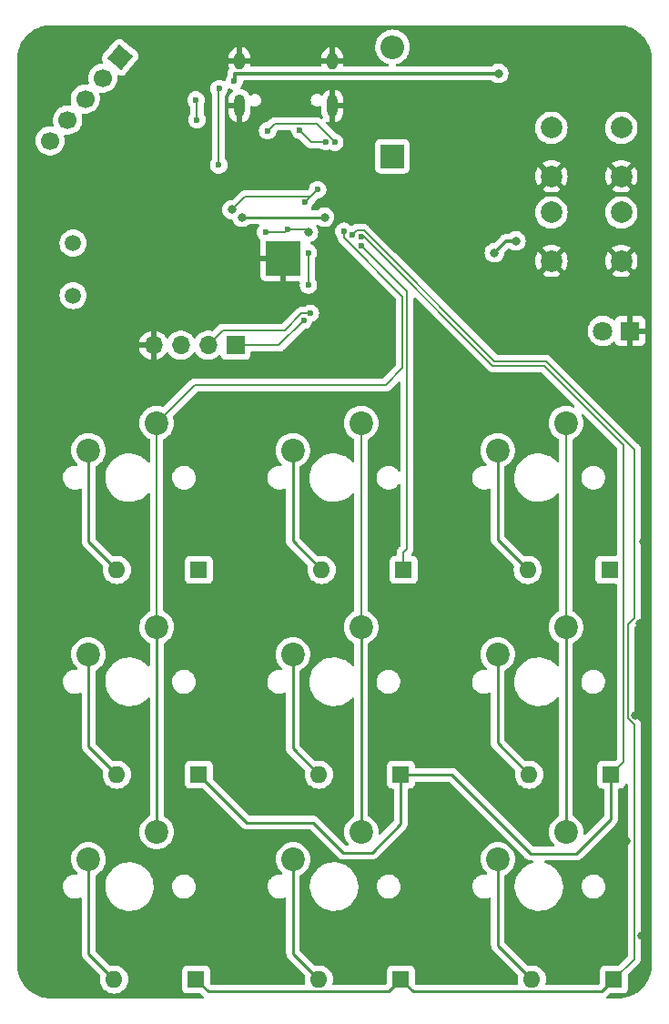
<source format=gbr>
%TF.GenerationSoftware,KiCad,Pcbnew,(6.99.0-4059-gb058ef2d87)*%
%TF.CreationDate,2022-11-01T12:35:59-04:00*%
%TF.ProjectId,rp2040_keyboard,72703230-3430-45f6-9b65-79626f617264,rev?*%
%TF.SameCoordinates,Original*%
%TF.FileFunction,Copper,L2,Bot*%
%TF.FilePolarity,Positive*%
%FSLAX46Y46*%
G04 Gerber Fmt 4.6, Leading zero omitted, Abs format (unit mm)*
G04 Created by KiCad (PCBNEW (6.99.0-4059-gb058ef2d87)) date 2022-11-01 12:35:59*
%MOMM*%
%LPD*%
G01*
G04 APERTURE LIST*
G04 Aperture macros list*
%AMHorizOval*
0 Thick line with rounded ends*
0 $1 width*
0 $2 $3 position (X,Y) of the first rounded end (center of the circle)*
0 $4 $5 position (X,Y) of the second rounded end (center of the circle)*
0 Add line between two ends*
20,1,$1,$2,$3,$4,$5,0*
0 Add two circle primitives to create the rounded ends*
1,1,$1,$2,$3*
1,1,$1,$4,$5*%
%AMRotRect*
0 Rectangle, with rotation*
0 The origin of the aperture is its center*
0 $1 length*
0 $2 width*
0 $3 Rotation angle, in degrees counterclockwise*
0 Add horizontal line*
21,1,$1,$2,0,0,$3*%
G04 Aperture macros list end*
%TA.AperFunction,ComponentPad*%
%ADD10C,2.000000*%
%TD*%
%TA.AperFunction,ComponentPad*%
%ADD11C,2.200000*%
%TD*%
%TA.AperFunction,ComponentPad*%
%ADD12R,1.600000X1.600000*%
%TD*%
%TA.AperFunction,ComponentPad*%
%ADD13O,1.600000X1.600000*%
%TD*%
%TA.AperFunction,ComponentPad*%
%ADD14R,2.200000X2.200000*%
%TD*%
%TA.AperFunction,ComponentPad*%
%ADD15O,2.200000X2.200000*%
%TD*%
%TA.AperFunction,ComponentPad*%
%ADD16O,1.000000X2.100000*%
%TD*%
%TA.AperFunction,ComponentPad*%
%ADD17O,1.000000X1.600000*%
%TD*%
%TA.AperFunction,ComponentPad*%
%ADD18C,1.500000*%
%TD*%
%TA.AperFunction,ComponentPad*%
%ADD19R,1.700000X1.700000*%
%TD*%
%TA.AperFunction,ComponentPad*%
%ADD20O,1.700000X1.700000*%
%TD*%
%TA.AperFunction,ComponentPad*%
%ADD21RotRect,1.700000X1.700000X320.000000*%
%TD*%
%TA.AperFunction,ComponentPad*%
%ADD22HorizOval,1.700000X0.000000X0.000000X0.000000X0.000000X0*%
%TD*%
%TA.AperFunction,ComponentPad*%
%ADD23R,1.800000X1.800000*%
%TD*%
%TA.AperFunction,ComponentPad*%
%ADD24C,1.800000*%
%TD*%
%TA.AperFunction,ComponentPad*%
%ADD25C,0.500000*%
%TD*%
%TA.AperFunction,SMDPad,CuDef*%
%ADD26R,3.200000X3.200000*%
%TD*%
%TA.AperFunction,ViaPad*%
%ADD27C,0.800000*%
%TD*%
%TA.AperFunction,ViaPad*%
%ADD28C,0.600000*%
%TD*%
%TA.AperFunction,Conductor*%
%ADD29C,0.300000*%
%TD*%
%TA.AperFunction,Conductor*%
%ADD30C,0.200000*%
%TD*%
%TA.AperFunction,Conductor*%
%ADD31C,0.250000*%
%TD*%
G04 APERTURE END LIST*
D10*
%TO.P,SW11,1,1*%
%TO.N,/RUN*%
X152198000Y-59980000D03*
X158698000Y-59980000D03*
%TO.P,SW11,2,2*%
%TO.N,GND*%
X152198000Y-64480000D03*
X158698000Y-64480000D03*
%TD*%
D11*
%TO.P,SW3,1,COL*%
%TO.N,/COL_0*%
X115483000Y-125476000D03*
%TO.P,SW3,2,ROW*%
%TO.N,Net-(D5-A)*%
X109133000Y-128016000D03*
%TD*%
D12*
%TO.P,D11,1,K*%
%TO.N,/ROW_2*%
X157999999Y-139191999D03*
D13*
%TO.P,D11,2,A*%
%TO.N,Net-(D11-A)*%
X150379999Y-139191999D03*
%TD*%
D14*
%TO.P,D2,1,K*%
%TO.N,/VSYS*%
X137413999Y-62610999D03*
D15*
%TO.P,D2,2,A*%
%TO.N,Net-(D2-A)*%
X137413999Y-52450999D03*
%TD*%
D16*
%TO.P,J1,S1,SHIELD*%
%TO.N,GND*%
X131827999Y-57941999D03*
D17*
X131827999Y-53761999D03*
D16*
X123187999Y-57941999D03*
D17*
X123187999Y-53761999D03*
%TD*%
D12*
%TO.P,D3,1,K*%
%TO.N,/ROW_0*%
X119391999Y-101091999D03*
D13*
%TO.P,D3,2,A*%
%TO.N,Net-(D3-A)*%
X111771999Y-101091999D03*
%TD*%
D18*
%TO.P,Y1,1,1*%
%TO.N,/XIN*%
X107700000Y-70700000D03*
%TO.P,Y1,2,2*%
%TO.N,Net-(C13-Pad1)*%
X107700000Y-75580000D03*
%TD*%
D11*
%TO.P,SW4,1,COL*%
%TO.N,/COL_1*%
X134493000Y-87439000D03*
%TO.P,SW4,2,ROW*%
%TO.N,Net-(D6-A)*%
X128143000Y-89979000D03*
%TD*%
D19*
%TO.P,J2,1,Pin_1*%
%TO.N,/SWCLK*%
X122799999Y-80199999D03*
D20*
%TO.P,J2,2,Pin_2*%
%TO.N,/SWDIO*%
X120259999Y-80199999D03*
%TO.P,J2,3,Pin_3*%
%TO.N,+3V3*%
X117719999Y-80199999D03*
%TO.P,J2,4,Pin_4*%
%TO.N,GND*%
X115179999Y-80199999D03*
%TD*%
D11*
%TO.P,SW2,1,COL*%
%TO.N,/COL_0*%
X115483000Y-106426000D03*
%TO.P,SW2,2,ROW*%
%TO.N,Net-(D4-A)*%
X109133000Y-108966000D03*
%TD*%
D21*
%TO.P,J3,1,Pin_1*%
%TO.N,/GPIO0*%
X112099999Y-53399999D03*
D22*
%TO.P,J3,2,Pin_2*%
%TO.N,/GPIO1*%
X110467318Y-55345752D03*
%TO.P,J3,3,Pin_3*%
%TO.N,/GPIO2*%
X108834638Y-57291505D03*
%TO.P,J3,4,Pin_4*%
%TO.N,/GPIO3*%
X107201957Y-59237258D03*
%TO.P,J3,5,Pin_5*%
%TO.N,/GPIO4*%
X105569277Y-61183011D03*
%TD*%
D11*
%TO.P,SW7,1,COL*%
%TO.N,/COL_2*%
X153543000Y-87439000D03*
%TO.P,SW7,2,ROW*%
%TO.N,Net-(D9-A)*%
X147193000Y-89979000D03*
%TD*%
D12*
%TO.P,D8,1,K*%
%TO.N,/ROW_2*%
X138187999Y-139191999D03*
D13*
%TO.P,D8,2,A*%
%TO.N,Net-(D8-A)*%
X130567999Y-139191999D03*
%TD*%
D11*
%TO.P,SW6,1,COL*%
%TO.N,/COL_1*%
X134518400Y-125476000D03*
%TO.P,SW6,2,ROW*%
%TO.N,Net-(D8-A)*%
X128168400Y-128016000D03*
%TD*%
D23*
%TO.P,D1,1,K*%
%TO.N,GND*%
X159516999Y-78866999D03*
D24*
%TO.P,D1,2,A*%
%TO.N,Net-(D1-A)*%
X156977000Y-78867000D03*
%TD*%
D12*
%TO.P,D9,1,K*%
%TO.N,/ROW_0*%
X157619999Y-101091999D03*
D13*
%TO.P,D9,2,A*%
%TO.N,Net-(D9-A)*%
X149999999Y-101091999D03*
%TD*%
D12*
%TO.P,D10,1,K*%
%TO.N,/ROW_1*%
X157745999Y-120141999D03*
D13*
%TO.P,D10,2,A*%
%TO.N,Net-(D10-A)*%
X150125999Y-120141999D03*
%TD*%
D12*
%TO.P,D5,1,K*%
%TO.N,/ROW_2*%
X119137999Y-139191999D03*
D13*
%TO.P,D5,2,A*%
%TO.N,Net-(D5-A)*%
X111517999Y-139191999D03*
%TD*%
D12*
%TO.P,D6,1,K*%
%TO.N,/ROW_0*%
X138441999Y-101091999D03*
D13*
%TO.P,D6,2,A*%
%TO.N,Net-(D6-A)*%
X130821999Y-101091999D03*
%TD*%
D12*
%TO.P,D4,1,K*%
%TO.N,/ROW_1*%
X119391999Y-120141999D03*
D13*
%TO.P,D4,2,A*%
%TO.N,Net-(D4-A)*%
X111771999Y-120141999D03*
%TD*%
D25*
%TO.P,U1,57,GND*%
%TO.N,GND*%
X125904000Y-70786000D03*
X125904000Y-73486000D03*
D26*
X127253999Y-72135999D03*
D25*
X128604000Y-70786000D03*
X128604000Y-73486000D03*
%TD*%
D11*
%TO.P,SW8,1,COL*%
%TO.N,/COL_2*%
X153543000Y-106426000D03*
%TO.P,SW8,2,ROW*%
%TO.N,Net-(D10-A)*%
X147193000Y-108966000D03*
%TD*%
%TO.P,SW1,1,COL*%
%TO.N,/COL_0*%
X115483000Y-87439000D03*
%TO.P,SW1,2,ROW*%
%TO.N,Net-(D3-A)*%
X109133000Y-89979000D03*
%TD*%
D10*
%TO.P,SW10,1,1*%
%TO.N,/USB_BOOT*%
X152198000Y-67854000D03*
X158698000Y-67854000D03*
%TO.P,SW10,2,2*%
%TO.N,GND*%
X152198000Y-72354000D03*
X158698000Y-72354000D03*
%TD*%
D12*
%TO.P,D7,1,K*%
%TO.N,/ROW_1*%
X138187999Y-120141999D03*
D13*
%TO.P,D7,2,A*%
%TO.N,Net-(D7-A)*%
X130567999Y-120141999D03*
%TD*%
D11*
%TO.P,SW9,1,COL*%
%TO.N,/COL_2*%
X153568400Y-125476000D03*
%TO.P,SW9,2,ROW*%
%TO.N,Net-(D11-A)*%
X147218400Y-128016000D03*
%TD*%
%TO.P,SW5,1,COL*%
%TO.N,/COL_1*%
X134493000Y-106426000D03*
%TO.P,SW5,2,ROW*%
%TO.N,Net-(D7-A)*%
X128143000Y-108966000D03*
%TD*%
D27*
%TO.N,+3V3*%
X129600000Y-69700000D03*
D28*
X122700000Y-55600000D03*
D27*
X147288000Y-54912000D03*
D28*
X127700000Y-69400500D03*
D27*
X146900000Y-71600000D03*
D28*
X125600000Y-69700000D03*
D27*
X148900000Y-70500000D03*
%TO.N,GND*%
X141700000Y-138100000D03*
X142400000Y-104400000D03*
X157900000Y-52200000D03*
X154900000Y-54700000D03*
X120600000Y-78100000D03*
X123800000Y-97200000D03*
X141900000Y-70900000D03*
X121400000Y-74800000D03*
X159000000Y-87400000D03*
X126700000Y-52500000D03*
X155600000Y-62600000D03*
X120700000Y-136300000D03*
X122400000Y-120200000D03*
X149200000Y-51400000D03*
X104300000Y-130100000D03*
X145000000Y-52700000D03*
X114100000Y-56700000D03*
X142200000Y-117900000D03*
X121100000Y-103800000D03*
X142100000Y-111400000D03*
X155800000Y-70500000D03*
X111600000Y-68100000D03*
X103600000Y-107600000D03*
X139600000Y-65800000D03*
X160800000Y-98500000D03*
D28*
X120853200Y-64566800D03*
D27*
X159200000Y-126300000D03*
X160600000Y-135100000D03*
X114600000Y-71500000D03*
X160400000Y-106100000D03*
X142400000Y-124400000D03*
X160000000Y-114600000D03*
X104000000Y-116500000D03*
X104300000Y-90100000D03*
X119800000Y-54300000D03*
X133400000Y-82500000D03*
X121500000Y-111400000D03*
X112000000Y-81700000D03*
X114800000Y-74900000D03*
X104500000Y-77400000D03*
X157900000Y-75600000D03*
X134400000Y-77400000D03*
X142400000Y-98600000D03*
X122400000Y-90300000D03*
X144500000Y-77300000D03*
X145200000Y-82100000D03*
X121600000Y-128600000D03*
X142800000Y-87800000D03*
X142100000Y-132000000D03*
X145100000Y-63100000D03*
D28*
%TO.N,/+1.1V*%
X129600000Y-71600000D03*
D27*
X122500000Y-67600000D03*
D28*
X130453500Y-65735200D03*
X129254500Y-66903600D03*
X129600000Y-74600000D03*
%TO.N,/ROW_0*%
X134500000Y-70936500D03*
%TO.N,/ROW_1*%
X138100000Y-120500000D03*
X134500000Y-70136997D03*
%TO.N,/ROW_2*%
X133700000Y-69900000D03*
X137800000Y-139500000D03*
%TO.N,Net-(J1-CC1)*%
X128778000Y-60198000D03*
X131191000Y-61264800D03*
%TO.N,Net-(J1-CC2)*%
X125806200Y-60248800D03*
X132054600Y-61315600D03*
%TO.N,/SWCLK*%
X129156860Y-77879119D03*
%TO.N,/SWDIO*%
X129776089Y-77223911D03*
D27*
%TO.N,/QSPI_CS*%
X131100000Y-68300000D03*
X123400000Y-68300000D03*
D28*
%TO.N,/COL_0*%
X132900000Y-69600000D03*
%TO.N,/QSPI_SCK*%
X119227600Y-59232800D03*
X119126000Y-57378600D03*
%TO.N,/QSPI_SD1*%
X121240614Y-63449200D03*
X121285000Y-56337200D03*
%TD*%
D29*
%TO.N,+3V3*%
X122712000Y-54912000D02*
X147288000Y-54912000D01*
D30*
X127700000Y-69400500D02*
X127400500Y-69700000D01*
D29*
X122712000Y-55588000D02*
X122700000Y-55600000D01*
D30*
X129600000Y-69700000D02*
X129300500Y-69400500D01*
D29*
X148900000Y-70500000D02*
X148000000Y-70500000D01*
X122712000Y-54912000D02*
X122712000Y-55588000D01*
D30*
X129300500Y-69400500D02*
X127700000Y-69400500D01*
X127400500Y-69700000D02*
X125600000Y-69700000D01*
D29*
X148000000Y-70500000D02*
X146900000Y-71600000D01*
D30*
%TO.N,/+1.1V*%
X129600000Y-71600000D02*
X129600000Y-74600000D01*
X129794350Y-66394350D02*
X123705650Y-66394350D01*
X129254500Y-66903600D02*
X129285100Y-66903600D01*
X129285100Y-66903600D02*
X129794350Y-66394350D01*
X129794350Y-66394350D02*
X130453500Y-65735200D01*
X123705650Y-66394350D02*
X122500000Y-67600000D01*
%TO.N,/ROW_0*%
X138770007Y-75206507D02*
X138770007Y-99129993D01*
X134500000Y-70936500D02*
X138770007Y-75206507D01*
X138442000Y-99458000D02*
X138442000Y-101092000D01*
X138770007Y-99129993D02*
X138442000Y-99458000D01*
D31*
%TO.N,Net-(D3-A)*%
X109133000Y-98453000D02*
X111772000Y-101092000D01*
X109133000Y-89979000D02*
X109133000Y-98453000D01*
%TO.N,/ROW_1*%
X123850000Y-124600000D02*
X130000000Y-124600000D01*
D30*
X134500000Y-70136997D02*
X134782843Y-70136997D01*
X134782843Y-70136997D02*
X146745847Y-82100000D01*
D31*
X132800000Y-127400000D02*
X135500000Y-127400000D01*
X150300000Y-127500000D02*
X154500000Y-127500000D01*
X130000000Y-124600000D02*
X132800000Y-127400000D01*
X119392000Y-120142000D02*
X123850000Y-124600000D01*
D30*
X151534314Y-82100000D02*
X158900000Y-89465686D01*
X146745847Y-82100000D02*
X151534314Y-82100000D01*
D31*
X138188000Y-124712000D02*
X138188000Y-120142000D01*
X142942000Y-120142000D02*
X150300000Y-127500000D01*
D30*
X158900000Y-118988000D02*
X157746000Y-120142000D01*
D31*
X138188000Y-120142000D02*
X142942000Y-120142000D01*
X135500000Y-127400000D02*
X138188000Y-124712000D01*
X154500000Y-127500000D02*
X157746000Y-124254000D01*
D30*
X158900000Y-89465686D02*
X158900000Y-118988000D01*
D31*
X157746000Y-124254000D02*
X157746000Y-120142000D01*
%TO.N,Net-(D4-A)*%
X109133000Y-117503000D02*
X111772000Y-120142000D01*
X109133000Y-108966000D02*
X109133000Y-117503000D01*
D30*
%TO.N,/ROW_2*%
X134748529Y-69536997D02*
X146911532Y-81700000D01*
X159900000Y-105610050D02*
X159300000Y-106210050D01*
X146911532Y-81700000D02*
X151700000Y-81700000D01*
X159900000Y-115489950D02*
X159900000Y-137292000D01*
D31*
X119138000Y-139192000D02*
X120263000Y-140317000D01*
D30*
X159900000Y-89900000D02*
X159900000Y-105610050D01*
D31*
X120263000Y-140317000D02*
X137063000Y-140317000D01*
X138188000Y-139192000D02*
X139313000Y-140317000D01*
X137063000Y-140317000D02*
X138188000Y-139192000D01*
D30*
X133700000Y-69900000D02*
X134063003Y-69536997D01*
D31*
X156875000Y-140317000D02*
X158000000Y-139192000D01*
D30*
X159300000Y-114889950D02*
X159900000Y-115489950D01*
X159900000Y-137292000D02*
X158000000Y-139192000D01*
D31*
X139313000Y-140317000D02*
X156875000Y-140317000D01*
D30*
X134063003Y-69536997D02*
X134748529Y-69536997D01*
X151700000Y-81700000D02*
X159900000Y-89900000D01*
X159300000Y-106210050D02*
X159300000Y-114889950D01*
D31*
%TO.N,Net-(D5-A)*%
X109133000Y-136807000D02*
X111518000Y-139192000D01*
X109133000Y-128016000D02*
X109133000Y-136807000D01*
%TO.N,Net-(D6-A)*%
X128143000Y-89979000D02*
X128143000Y-98413000D01*
X128143000Y-98413000D02*
X130822000Y-101092000D01*
%TO.N,Net-(D7-A)*%
X128143000Y-117717000D02*
X130568000Y-120142000D01*
X128143000Y-108966000D02*
X128143000Y-117717000D01*
%TO.N,Net-(D8-A)*%
X128168400Y-128016000D02*
X128168400Y-136792400D01*
X128168400Y-136792400D02*
X130568000Y-139192000D01*
%TO.N,Net-(D9-A)*%
X147193000Y-98285000D02*
X150000000Y-101092000D01*
X147193000Y-89979000D02*
X147193000Y-98285000D01*
%TO.N,Net-(D10-A)*%
X147193000Y-117209000D02*
X150126000Y-120142000D01*
X147193000Y-108966000D02*
X147193000Y-117209000D01*
%TO.N,Net-(D11-A)*%
X147218400Y-136030400D02*
X150380000Y-139192000D01*
X147218400Y-128016000D02*
X147218400Y-136030400D01*
D30*
%TO.N,Net-(J1-CC1)*%
X129844800Y-61264800D02*
X131191000Y-61264800D01*
X128778000Y-60198000D02*
X129844800Y-61264800D01*
%TO.N,Net-(J1-CC2)*%
X130372729Y-59598000D02*
X126457000Y-59598000D01*
X132054600Y-61279871D02*
X130372729Y-59598000D01*
X132054600Y-61315600D02*
X132054600Y-61279871D01*
X126457000Y-59598000D02*
X125806200Y-60248800D01*
%TO.N,/SWCLK*%
X126835979Y-80200000D02*
X122800000Y-80200000D01*
X129156860Y-77879119D02*
X126835979Y-80200000D01*
%TO.N,/SWDIO*%
X128963539Y-77223911D02*
X127387450Y-78800000D01*
X129776089Y-77223911D02*
X128963539Y-77223911D01*
X121660000Y-78800000D02*
X120260000Y-80200000D01*
X127387450Y-78800000D02*
X121660000Y-78800000D01*
D31*
%TO.N,/QSPI_CS*%
X131100000Y-68300000D02*
X123400000Y-68300000D01*
D30*
%TO.N,/COL_0*%
X136800000Y-83900000D02*
X119022000Y-83900000D01*
X132900000Y-69600000D02*
X132900000Y-70185029D01*
X138370007Y-82329993D02*
X136800000Y-83900000D01*
D31*
X115483000Y-125476000D02*
X115483000Y-106426000D01*
D30*
X138370007Y-75655036D02*
X138370007Y-82329993D01*
X119022000Y-83900000D02*
X115483000Y-87439000D01*
X115483000Y-87439000D02*
X115483000Y-106426000D01*
X132900000Y-70185029D02*
X138370007Y-75655036D01*
D31*
%TO.N,/COL_1*%
X134493000Y-125450600D02*
X134518400Y-125476000D01*
X134493000Y-106426000D02*
X134493000Y-125450600D01*
D30*
X134493000Y-87439000D02*
X134493000Y-106426000D01*
D31*
%TO.N,/COL_2*%
X153568400Y-125476000D02*
X153568400Y-106451400D01*
X153568400Y-106451400D02*
X153543000Y-106426000D01*
D30*
X153543000Y-87439000D02*
X153543000Y-106426000D01*
%TO.N,/QSPI_SCK*%
X119227600Y-57480200D02*
X119126000Y-57378600D01*
X119227600Y-59232800D02*
X119227600Y-57480200D01*
%TO.N,/QSPI_SD1*%
X121240614Y-56381586D02*
X121285000Y-56337200D01*
X121240614Y-63449200D02*
X121240614Y-56381586D01*
%TD*%
%TA.AperFunction,Conductor*%
%TO.N,GND*%
G36*
X158374919Y-50419682D02*
G01*
X158505120Y-50426681D01*
X158628581Y-50433780D01*
X158712616Y-50438613D01*
X158725591Y-50440036D01*
X158818686Y-50455163D01*
X158885228Y-50465976D01*
X158886586Y-50466205D01*
X159023322Y-50490042D01*
X159061183Y-50496642D01*
X159072948Y-50499279D01*
X159233532Y-50543457D01*
X159235646Y-50544061D01*
X159343472Y-50575962D01*
X159401111Y-50593015D01*
X159411616Y-50596634D01*
X159568191Y-50658421D01*
X159571320Y-50659704D01*
X159728197Y-50726531D01*
X159737363Y-50730880D01*
X159887334Y-50809575D01*
X159891149Y-50811662D01*
X160038398Y-50895533D01*
X160046204Y-50900363D01*
X160187358Y-50995001D01*
X160191671Y-50998027D01*
X160327967Y-51097990D01*
X160334366Y-51103012D01*
X160464807Y-51212438D01*
X160469450Y-51216534D01*
X160593217Y-51331342D01*
X160598344Y-51336381D01*
X160632460Y-51371889D01*
X160716322Y-51459174D01*
X160721191Y-51464542D01*
X160830917Y-51592751D01*
X160834881Y-51597624D01*
X160938940Y-51732252D01*
X160943748Y-51738911D01*
X161038165Y-51879069D01*
X161041041Y-51883538D01*
X161129922Y-52028300D01*
X161134437Y-52036292D01*
X161212393Y-52186850D01*
X161214298Y-52190690D01*
X161286942Y-52343704D01*
X161290920Y-52353035D01*
X161351401Y-52512403D01*
X161352550Y-52515558D01*
X161387930Y-52616904D01*
X161408056Y-52674557D01*
X161411252Y-52685199D01*
X161453534Y-52852424D01*
X161454103Y-52854771D01*
X161465551Y-52904002D01*
X161483429Y-52980879D01*
X161491786Y-53016818D01*
X161493954Y-53028692D01*
X161517394Y-53204421D01*
X161517577Y-53205859D01*
X161537100Y-53366291D01*
X161538004Y-53379300D01*
X161538588Y-53412541D01*
X161541147Y-53558313D01*
X161541545Y-53580981D01*
X161543066Y-53691912D01*
X161543463Y-53720878D01*
X161543228Y-53720881D01*
X161543500Y-53722686D01*
X161543499Y-137791625D01*
X161543317Y-137798386D01*
X161537863Y-137899882D01*
X161536536Y-137924566D01*
X161536516Y-137924936D01*
X161530849Y-138023341D01*
X161524336Y-138136429D01*
X161522913Y-138149392D01*
X161497534Y-138305583D01*
X161497293Y-138307012D01*
X161466268Y-138484998D01*
X161463629Y-138496774D01*
X161453175Y-138534776D01*
X161420066Y-138655126D01*
X161419423Y-138657380D01*
X161369841Y-138824975D01*
X161366231Y-138835453D01*
X161305064Y-138990460D01*
X161303780Y-138993589D01*
X161236274Y-139152064D01*
X161231925Y-139161231D01*
X161153932Y-139309865D01*
X161151846Y-139313680D01*
X161067192Y-139462306D01*
X161062362Y-139470110D01*
X161025637Y-139524888D01*
X160968489Y-139610125D01*
X160965478Y-139614419D01*
X160914813Y-139683500D01*
X160864684Y-139751850D01*
X160859621Y-139758301D01*
X160751057Y-139887716D01*
X160746917Y-139892408D01*
X160631241Y-140017111D01*
X160626162Y-140022281D01*
X160504286Y-140139379D01*
X160498917Y-140144247D01*
X160369682Y-140254853D01*
X160364810Y-140258817D01*
X160233052Y-140360659D01*
X160231194Y-140362095D01*
X160224543Y-140366898D01*
X160134277Y-140427707D01*
X160083233Y-140462093D01*
X160078787Y-140464954D01*
X159935085Y-140553185D01*
X159927142Y-140557672D01*
X159832735Y-140606553D01*
X159775244Y-140636320D01*
X159771350Y-140638252D01*
X159619690Y-140710254D01*
X159610399Y-140714215D01*
X159543467Y-140739616D01*
X159449359Y-140775330D01*
X159446182Y-140776487D01*
X159288825Y-140831421D01*
X159278199Y-140834613D01*
X159108788Y-140877449D01*
X159106453Y-140878015D01*
X158946539Y-140915202D01*
X158934671Y-140917369D01*
X158755363Y-140941286D01*
X158754169Y-140941438D01*
X158669700Y-140951717D01*
X158597055Y-140960557D01*
X158584046Y-140961461D01*
X158372652Y-140965171D01*
X158372169Y-140965178D01*
X158242921Y-140966951D01*
X158241983Y-140966958D01*
X158241620Y-140966943D01*
X158241619Y-140966960D01*
X158241199Y-140966963D01*
X157427221Y-140967002D01*
X157359099Y-140947003D01*
X157312604Y-140893350D01*
X157302497Y-140823076D01*
X157330130Y-140760687D01*
X157340298Y-140748396D01*
X157348288Y-140739616D01*
X157550499Y-140537405D01*
X157612811Y-140503379D01*
X157639594Y-140500500D01*
X158848638Y-140500500D01*
X158851985Y-140500140D01*
X158851988Y-140500140D01*
X158872295Y-140497957D01*
X158909201Y-140493989D01*
X159046204Y-140442889D01*
X159163261Y-140355261D01*
X159215399Y-140285613D01*
X159245489Y-140245418D01*
X159245490Y-140245416D01*
X159250889Y-140238204D01*
X159301989Y-140101201D01*
X159308500Y-140040638D01*
X159308500Y-138796239D01*
X159328502Y-138728118D01*
X159345405Y-138707144D01*
X160296234Y-137756315D01*
X160308625Y-137745448D01*
X160327437Y-137731013D01*
X160333987Y-137725987D01*
X160358474Y-137694075D01*
X160358478Y-137694071D01*
X160431524Y-137598876D01*
X160492838Y-137450851D01*
X160506624Y-137346133D01*
X160508500Y-137331885D01*
X160508500Y-137331880D01*
X160513750Y-137292000D01*
X160509578Y-137260307D01*
X160508500Y-137243864D01*
X160508500Y-115538086D01*
X160509578Y-115521640D01*
X160512672Y-115498138D01*
X160513750Y-115489950D01*
X160508500Y-115450070D01*
X160508500Y-115450065D01*
X160492838Y-115331100D01*
X160489871Y-115323937D01*
X160431524Y-115183074D01*
X160358477Y-115087878D01*
X160358474Y-115087875D01*
X160333987Y-115055963D01*
X160327432Y-115050933D01*
X160308621Y-115036498D01*
X160296230Y-115025631D01*
X159945405Y-114674806D01*
X159911379Y-114612494D01*
X159908500Y-114585711D01*
X159908500Y-106514289D01*
X159928502Y-106446168D01*
X159945405Y-106425194D01*
X160296234Y-106074365D01*
X160308625Y-106063498D01*
X160327437Y-106049063D01*
X160333987Y-106044037D01*
X160358474Y-106012125D01*
X160358480Y-106012119D01*
X160426496Y-105923479D01*
X160426497Y-105923477D01*
X160431524Y-105916926D01*
X160492838Y-105768901D01*
X160497973Y-105729894D01*
X160508500Y-105649935D01*
X160508500Y-105649930D01*
X160513750Y-105610050D01*
X160509578Y-105578357D01*
X160508500Y-105561914D01*
X160508500Y-89948136D01*
X160509578Y-89931690D01*
X160512672Y-89908188D01*
X160513750Y-89900000D01*
X160508500Y-89860122D01*
X160508500Y-89860115D01*
X160492838Y-89741150D01*
X160431524Y-89593125D01*
X160431524Y-89593124D01*
X160358477Y-89497928D01*
X160358474Y-89497925D01*
X160333987Y-89466013D01*
X160327432Y-89460983D01*
X160308621Y-89446548D01*
X160296230Y-89435681D01*
X152164315Y-81303766D01*
X152153448Y-81291375D01*
X152139013Y-81272563D01*
X152133987Y-81266013D01*
X152102075Y-81241526D01*
X152102072Y-81241523D01*
X152051746Y-81202906D01*
X152013429Y-81173504D01*
X152013427Y-81173503D01*
X152006876Y-81168476D01*
X151858851Y-81107162D01*
X151850664Y-81106084D01*
X151850663Y-81106084D01*
X151839458Y-81104609D01*
X151794103Y-81098638D01*
X151739885Y-81091500D01*
X151739882Y-81091500D01*
X151739874Y-81091499D01*
X151708189Y-81087328D01*
X151700000Y-81086250D01*
X151668307Y-81090422D01*
X151651864Y-81091500D01*
X147215771Y-81091500D01*
X147147650Y-81071498D01*
X147126676Y-81054595D01*
X144939081Y-78867000D01*
X155563673Y-78867000D01*
X155564103Y-78872189D01*
X155579362Y-79056332D01*
X155582949Y-79099626D01*
X155584230Y-79104684D01*
X155584230Y-79104685D01*
X155588362Y-79121000D01*
X155640251Y-79325907D01*
X155642343Y-79330677D01*
X155642344Y-79330679D01*
X155676480Y-79408500D01*
X155734016Y-79539669D01*
X155736866Y-79544031D01*
X155736868Y-79544035D01*
X155830176Y-79686853D01*
X155861686Y-79735083D01*
X155865211Y-79738912D01*
X155865214Y-79738916D01*
X155887010Y-79762592D01*
X156019780Y-79906818D01*
X156023892Y-79910019D01*
X156023898Y-79910024D01*
X156165421Y-80020176D01*
X156203983Y-80050190D01*
X156208564Y-80052669D01*
X156361257Y-80135302D01*
X156409273Y-80161287D01*
X156630049Y-80237080D01*
X156635183Y-80237937D01*
X156635188Y-80237938D01*
X156855151Y-80274643D01*
X156855154Y-80274643D01*
X156860288Y-80275500D01*
X157093712Y-80275500D01*
X157098846Y-80274643D01*
X157098849Y-80274643D01*
X157318812Y-80237938D01*
X157318817Y-80237937D01*
X157323951Y-80237080D01*
X157544727Y-80161287D01*
X157592744Y-80135302D01*
X157745436Y-80052669D01*
X157750017Y-80050190D01*
X157808694Y-80004520D01*
X157930101Y-79910024D01*
X157934220Y-79906818D01*
X157937752Y-79902981D01*
X157939647Y-79901237D01*
X158003313Y-79869819D01*
X158073859Y-79877809D01*
X158128886Y-79922670D01*
X158143037Y-79949910D01*
X158163405Y-80004520D01*
X158171954Y-80020176D01*
X158248698Y-80122693D01*
X158261307Y-80135302D01*
X158363824Y-80212046D01*
X158379480Y-80220595D01*
X158500522Y-80265741D01*
X158515743Y-80269338D01*
X158565062Y-80274640D01*
X158571777Y-80275000D01*
X159244885Y-80275000D01*
X159260124Y-80270525D01*
X159261329Y-80269135D01*
X159263000Y-80261452D01*
X159263000Y-80256885D01*
X159771000Y-80256885D01*
X159775475Y-80272124D01*
X159776865Y-80273329D01*
X159784548Y-80275000D01*
X160462223Y-80275000D01*
X160468938Y-80274640D01*
X160518257Y-80269338D01*
X160533478Y-80265741D01*
X160654520Y-80220595D01*
X160670176Y-80212046D01*
X160772693Y-80135302D01*
X160785302Y-80122693D01*
X160862046Y-80020176D01*
X160870595Y-80004520D01*
X160915741Y-79883478D01*
X160919338Y-79868257D01*
X160924640Y-79818938D01*
X160925000Y-79812223D01*
X160925000Y-79139115D01*
X160920525Y-79123876D01*
X160919135Y-79122671D01*
X160911452Y-79121000D01*
X159789115Y-79121000D01*
X159773876Y-79125475D01*
X159772671Y-79126865D01*
X159771000Y-79134548D01*
X159771000Y-80256885D01*
X159263000Y-80256885D01*
X159263000Y-78594885D01*
X159771000Y-78594885D01*
X159775475Y-78610124D01*
X159776865Y-78611329D01*
X159784548Y-78613000D01*
X160906885Y-78613000D01*
X160922124Y-78608525D01*
X160923329Y-78607135D01*
X160925000Y-78599452D01*
X160925000Y-77921777D01*
X160924640Y-77915062D01*
X160919338Y-77865743D01*
X160915741Y-77850522D01*
X160870595Y-77729480D01*
X160862046Y-77713824D01*
X160785302Y-77611307D01*
X160772693Y-77598698D01*
X160670176Y-77521954D01*
X160654520Y-77513405D01*
X160533478Y-77468259D01*
X160518257Y-77464662D01*
X160468938Y-77459360D01*
X160462223Y-77459000D01*
X159789115Y-77459000D01*
X159773876Y-77463475D01*
X159772671Y-77464865D01*
X159771000Y-77472548D01*
X159771000Y-78594885D01*
X159263000Y-78594885D01*
X159263000Y-77477115D01*
X159258525Y-77461876D01*
X159257135Y-77460671D01*
X159249452Y-77459000D01*
X158571777Y-77459000D01*
X158565062Y-77459360D01*
X158515743Y-77464662D01*
X158500522Y-77468259D01*
X158379480Y-77513405D01*
X158363824Y-77521954D01*
X158261307Y-77598698D01*
X158248698Y-77611307D01*
X158171954Y-77713824D01*
X158163405Y-77729480D01*
X158143037Y-77784090D01*
X158100490Y-77840926D01*
X158033970Y-77865737D01*
X157964596Y-77850646D01*
X157939647Y-77832763D01*
X157937751Y-77831018D01*
X157934220Y-77827182D01*
X157810893Y-77731192D01*
X157754130Y-77687011D01*
X157754128Y-77687009D01*
X157750017Y-77683810D01*
X157616043Y-77611307D01*
X157549312Y-77575194D01*
X157549309Y-77575193D01*
X157544727Y-77572713D01*
X157323951Y-77496920D01*
X157318817Y-77496063D01*
X157318812Y-77496062D01*
X157098849Y-77459357D01*
X157098846Y-77459357D01*
X157093712Y-77458500D01*
X156860288Y-77458500D01*
X156855154Y-77459357D01*
X156855151Y-77459357D01*
X156635188Y-77496062D01*
X156635183Y-77496063D01*
X156630049Y-77496920D01*
X156409273Y-77572713D01*
X156404691Y-77575193D01*
X156404688Y-77575194D01*
X156337957Y-77611307D01*
X156203983Y-77683810D01*
X156199872Y-77687009D01*
X156199870Y-77687011D01*
X156023898Y-77823976D01*
X156023892Y-77823981D01*
X156019780Y-77827182D01*
X155984282Y-77865743D01*
X155865214Y-77995084D01*
X155865211Y-77995088D01*
X155861686Y-77998917D01*
X155858835Y-78003281D01*
X155737747Y-78188621D01*
X155734016Y-78194331D01*
X155731921Y-78199107D01*
X155644711Y-78397926D01*
X155640251Y-78408093D01*
X155638973Y-78413141D01*
X155638971Y-78413146D01*
X155587982Y-78614499D01*
X155582949Y-78634374D01*
X155582519Y-78639565D01*
X155582518Y-78639570D01*
X155565786Y-78841500D01*
X155563673Y-78867000D01*
X144939081Y-78867000D01*
X139658751Y-73586670D01*
X151330160Y-73586670D01*
X151335887Y-73594320D01*
X151507042Y-73699205D01*
X151515837Y-73703687D01*
X151725988Y-73790734D01*
X151735373Y-73793783D01*
X151956554Y-73846885D01*
X151966301Y-73848428D01*
X152193070Y-73866275D01*
X152202930Y-73866275D01*
X152429699Y-73848428D01*
X152439446Y-73846885D01*
X152660627Y-73793783D01*
X152670012Y-73790734D01*
X152880163Y-73703687D01*
X152888958Y-73699205D01*
X153056445Y-73596568D01*
X153065400Y-73586670D01*
X157830160Y-73586670D01*
X157835887Y-73594320D01*
X158007042Y-73699205D01*
X158015837Y-73703687D01*
X158225988Y-73790734D01*
X158235373Y-73793783D01*
X158456554Y-73846885D01*
X158466301Y-73848428D01*
X158693070Y-73866275D01*
X158702930Y-73866275D01*
X158929699Y-73848428D01*
X158939446Y-73846885D01*
X159160627Y-73793783D01*
X159170012Y-73790734D01*
X159380163Y-73703687D01*
X159388958Y-73699205D01*
X159556445Y-73596568D01*
X159565907Y-73586110D01*
X159562124Y-73577334D01*
X158710812Y-72726022D01*
X158696868Y-72718408D01*
X158695035Y-72718539D01*
X158688420Y-72722790D01*
X157836920Y-73574290D01*
X157830160Y-73586670D01*
X153065400Y-73586670D01*
X153065907Y-73586110D01*
X153062124Y-73577334D01*
X152210812Y-72726022D01*
X152196868Y-72718408D01*
X152195035Y-72718539D01*
X152188420Y-72722790D01*
X151336920Y-73574290D01*
X151330160Y-73586670D01*
X139658751Y-73586670D01*
X137672081Y-71600000D01*
X145986496Y-71600000D01*
X145987186Y-71606565D01*
X146005525Y-71781047D01*
X146006458Y-71789928D01*
X146065473Y-71971556D01*
X146160960Y-72136944D01*
X146288747Y-72278866D01*
X146443248Y-72391118D01*
X146449276Y-72393802D01*
X146449278Y-72393803D01*
X146611681Y-72466109D01*
X146617712Y-72468794D01*
X146711113Y-72488647D01*
X146798056Y-72507128D01*
X146798061Y-72507128D01*
X146804513Y-72508500D01*
X146995487Y-72508500D01*
X147001939Y-72507128D01*
X147001944Y-72507128D01*
X147088887Y-72488647D01*
X147182288Y-72468794D01*
X147188319Y-72466109D01*
X147350722Y-72393803D01*
X147350724Y-72393802D01*
X147356752Y-72391118D01*
X147401055Y-72358930D01*
X150685725Y-72358930D01*
X150703572Y-72585699D01*
X150705115Y-72595446D01*
X150758217Y-72816627D01*
X150761266Y-72826012D01*
X150848313Y-73036163D01*
X150852795Y-73044958D01*
X150955432Y-73212445D01*
X150965890Y-73221907D01*
X150974666Y-73218124D01*
X151825978Y-72366812D01*
X151832356Y-72355132D01*
X152562408Y-72355132D01*
X152562539Y-72356965D01*
X152566790Y-72363580D01*
X153418290Y-73215080D01*
X153430670Y-73221840D01*
X153438320Y-73216113D01*
X153543205Y-73044958D01*
X153547687Y-73036163D01*
X153634734Y-72826012D01*
X153637783Y-72816627D01*
X153690885Y-72595446D01*
X153692428Y-72585699D01*
X153710275Y-72358930D01*
X157185725Y-72358930D01*
X157203572Y-72585699D01*
X157205115Y-72595446D01*
X157258217Y-72816627D01*
X157261266Y-72826012D01*
X157348313Y-73036163D01*
X157352795Y-73044958D01*
X157455432Y-73212445D01*
X157465890Y-73221907D01*
X157474666Y-73218124D01*
X158325978Y-72366812D01*
X158332356Y-72355132D01*
X159062408Y-72355132D01*
X159062539Y-72356965D01*
X159066790Y-72363580D01*
X159918290Y-73215080D01*
X159930670Y-73221840D01*
X159938320Y-73216113D01*
X160043205Y-73044958D01*
X160047687Y-73036163D01*
X160134734Y-72826012D01*
X160137783Y-72816627D01*
X160190885Y-72595446D01*
X160192428Y-72585699D01*
X160210275Y-72358930D01*
X160210275Y-72349070D01*
X160192428Y-72122301D01*
X160190885Y-72112554D01*
X160137783Y-71891373D01*
X160134734Y-71881988D01*
X160047687Y-71671837D01*
X160043205Y-71663042D01*
X159940568Y-71495555D01*
X159930110Y-71486093D01*
X159921334Y-71489876D01*
X159070022Y-72341188D01*
X159062408Y-72355132D01*
X158332356Y-72355132D01*
X158333592Y-72352868D01*
X158333461Y-72351035D01*
X158329210Y-72344420D01*
X157477710Y-71492920D01*
X157465330Y-71486160D01*
X157457680Y-71491887D01*
X157352795Y-71663042D01*
X157348313Y-71671837D01*
X157261266Y-71881988D01*
X157258217Y-71891373D01*
X157205115Y-72112554D01*
X157203572Y-72122301D01*
X157185725Y-72349070D01*
X157185725Y-72358930D01*
X153710275Y-72358930D01*
X153710275Y-72349070D01*
X153692428Y-72122301D01*
X153690885Y-72112554D01*
X153637783Y-71891373D01*
X153634734Y-71881988D01*
X153547687Y-71671837D01*
X153543205Y-71663042D01*
X153440568Y-71495555D01*
X153430110Y-71486093D01*
X153421334Y-71489876D01*
X152570022Y-72341188D01*
X152562408Y-72355132D01*
X151832356Y-72355132D01*
X151833592Y-72352868D01*
X151833461Y-72351035D01*
X151829210Y-72344420D01*
X150977710Y-71492920D01*
X150965330Y-71486160D01*
X150957680Y-71491887D01*
X150852795Y-71663042D01*
X150848313Y-71671837D01*
X150761266Y-71881988D01*
X150758217Y-71891373D01*
X150705115Y-72112554D01*
X150703572Y-72122301D01*
X150685725Y-72349070D01*
X150685725Y-72358930D01*
X147401055Y-72358930D01*
X147511253Y-72278866D01*
X147639040Y-72136944D01*
X147734527Y-71971556D01*
X147793542Y-71789928D01*
X147794476Y-71781047D01*
X147805954Y-71671837D01*
X147806755Y-71664213D01*
X147833768Y-71598558D01*
X147842970Y-71588290D01*
X148191597Y-71239663D01*
X148253909Y-71205637D01*
X148324724Y-71210702D01*
X148354751Y-71226821D01*
X148443248Y-71291118D01*
X148449276Y-71293802D01*
X148449278Y-71293803D01*
X148611681Y-71366109D01*
X148617712Y-71368794D01*
X148711113Y-71388647D01*
X148798056Y-71407128D01*
X148798061Y-71407128D01*
X148804513Y-71408500D01*
X148995487Y-71408500D01*
X149001939Y-71407128D01*
X149001944Y-71407128D01*
X149088887Y-71388647D01*
X149182288Y-71368794D01*
X149188319Y-71366109D01*
X149350722Y-71293803D01*
X149350724Y-71293802D01*
X149356752Y-71291118D01*
X149511253Y-71178866D01*
X149553383Y-71132076D01*
X149562555Y-71121890D01*
X151330093Y-71121890D01*
X151333876Y-71130666D01*
X152185188Y-71981978D01*
X152199132Y-71989592D01*
X152200965Y-71989461D01*
X152207580Y-71985210D01*
X153059080Y-71133710D01*
X153065534Y-71121890D01*
X157830093Y-71121890D01*
X157833876Y-71130666D01*
X158685188Y-71981978D01*
X158699132Y-71989592D01*
X158700965Y-71989461D01*
X158707580Y-71985210D01*
X159559080Y-71133710D01*
X159565840Y-71121330D01*
X159560113Y-71113680D01*
X159388958Y-71008795D01*
X159380163Y-71004313D01*
X159170012Y-70917266D01*
X159160627Y-70914217D01*
X158939446Y-70861115D01*
X158929699Y-70859572D01*
X158702930Y-70841725D01*
X158693070Y-70841725D01*
X158466301Y-70859572D01*
X158456554Y-70861115D01*
X158235373Y-70914217D01*
X158225988Y-70917266D01*
X158015837Y-71004313D01*
X158007042Y-71008795D01*
X157839555Y-71111432D01*
X157830093Y-71121890D01*
X153065534Y-71121890D01*
X153065840Y-71121330D01*
X153060113Y-71113680D01*
X152888958Y-71008795D01*
X152880163Y-71004313D01*
X152670012Y-70917266D01*
X152660627Y-70914217D01*
X152439446Y-70861115D01*
X152429699Y-70859572D01*
X152202930Y-70841725D01*
X152193070Y-70841725D01*
X151966301Y-70859572D01*
X151956554Y-70861115D01*
X151735373Y-70914217D01*
X151725988Y-70917266D01*
X151515837Y-71004313D01*
X151507042Y-71008795D01*
X151339555Y-71111432D01*
X151330093Y-71121890D01*
X149562555Y-71121890D01*
X149634621Y-71041852D01*
X149634622Y-71041851D01*
X149639040Y-71036944D01*
X149734527Y-70871556D01*
X149793542Y-70689928D01*
X149800467Y-70624046D01*
X149812814Y-70506565D01*
X149813504Y-70500000D01*
X149801181Y-70382749D01*
X149794232Y-70316635D01*
X149794232Y-70316633D01*
X149793542Y-70310072D01*
X149734527Y-70128444D01*
X149722730Y-70108010D01*
X149669699Y-70016159D01*
X149639040Y-69963056D01*
X149623985Y-69946335D01*
X149515675Y-69826045D01*
X149515674Y-69826044D01*
X149511253Y-69821134D01*
X149356752Y-69708882D01*
X149350724Y-69706198D01*
X149350722Y-69706197D01*
X149188319Y-69633891D01*
X149188318Y-69633891D01*
X149182288Y-69631206D01*
X149068545Y-69607029D01*
X149001944Y-69592872D01*
X149001939Y-69592872D01*
X148995487Y-69591500D01*
X148804513Y-69591500D01*
X148798061Y-69592872D01*
X148798056Y-69592872D01*
X148731455Y-69607029D01*
X148617712Y-69631206D01*
X148611682Y-69633891D01*
X148611681Y-69633891D01*
X148449278Y-69706197D01*
X148449276Y-69706198D01*
X148443248Y-69708882D01*
X148294092Y-69817251D01*
X148293837Y-69817436D01*
X148226969Y-69841294D01*
X148219776Y-69841500D01*
X148082059Y-69841500D01*
X148070203Y-69840941D01*
X148062463Y-69839211D01*
X148054537Y-69839460D01*
X148054536Y-69839460D01*
X147991611Y-69841438D01*
X147987653Y-69841500D01*
X147958568Y-69841500D01*
X147954637Y-69841997D01*
X147954630Y-69841997D01*
X147954179Y-69842054D01*
X147942343Y-69842986D01*
X147896169Y-69844438D01*
X147875579Y-69850420D01*
X147856218Y-69854430D01*
X147849230Y-69855312D01*
X147842796Y-69856125D01*
X147842795Y-69856125D01*
X147834936Y-69857118D01*
X147827571Y-69860034D01*
X147827567Y-69860035D01*
X147791979Y-69874126D01*
X147780769Y-69877965D01*
X147736400Y-69890855D01*
X147717935Y-69901775D01*
X147700195Y-69910466D01*
X147680244Y-69918365D01*
X147642874Y-69945516D01*
X147632952Y-69952033D01*
X147600023Y-69971507D01*
X147600019Y-69971510D01*
X147593193Y-69975547D01*
X147578029Y-69990711D01*
X147562996Y-70003551D01*
X147545643Y-70016159D01*
X147528724Y-70036611D01*
X147516198Y-70051752D01*
X147508208Y-70060532D01*
X146914145Y-70654595D01*
X146851833Y-70688621D01*
X146825050Y-70691500D01*
X146804513Y-70691500D01*
X146798061Y-70692872D01*
X146798056Y-70692872D01*
X146711113Y-70711353D01*
X146617712Y-70731206D01*
X146611682Y-70733891D01*
X146611681Y-70733891D01*
X146449278Y-70806197D01*
X146449276Y-70806198D01*
X146443248Y-70808882D01*
X146288747Y-70921134D01*
X146160960Y-71063056D01*
X146065473Y-71228444D01*
X146006458Y-71410072D01*
X146005768Y-71416633D01*
X146005768Y-71416635D01*
X146004786Y-71425981D01*
X145986496Y-71600000D01*
X137672081Y-71600000D01*
X135212844Y-69140763D01*
X135201977Y-69128372D01*
X135187542Y-69109560D01*
X135182516Y-69103010D01*
X135150604Y-69078523D01*
X135150601Y-69078520D01*
X135055405Y-69005473D01*
X134907380Y-68944159D01*
X134899193Y-68943081D01*
X134899192Y-68943081D01*
X134887182Y-68941500D01*
X134788422Y-68928498D01*
X134788420Y-68928498D01*
X134788414Y-68928497D01*
X134788412Y-68928497D01*
X134788403Y-68928496D01*
X134756718Y-68924325D01*
X134748529Y-68923247D01*
X134716836Y-68927419D01*
X134700393Y-68928497D01*
X134111139Y-68928497D01*
X134094696Y-68927419D01*
X134063003Y-68923247D01*
X134054814Y-68924325D01*
X134023129Y-68928496D01*
X134023120Y-68928497D01*
X134023118Y-68928497D01*
X134023112Y-68928498D01*
X134023110Y-68928498D01*
X133924350Y-68941500D01*
X133912340Y-68943081D01*
X133912339Y-68943081D01*
X133904152Y-68944159D01*
X133756127Y-69005473D01*
X133701376Y-69047485D01*
X133669984Y-69071573D01*
X133607723Y-69096781D01*
X133607673Y-69096787D01*
X133607645Y-69096790D01*
X133537680Y-69084728D01*
X133504107Y-69060715D01*
X133407281Y-68963889D01*
X133349240Y-68927419D01*
X133259007Y-68870722D01*
X133253015Y-68866957D01*
X133081047Y-68806783D01*
X133074020Y-68805991D01*
X133074019Y-68805991D01*
X132907029Y-68787176D01*
X132900000Y-68786384D01*
X132892971Y-68787176D01*
X132725981Y-68805991D01*
X132725980Y-68805991D01*
X132718953Y-68806783D01*
X132546985Y-68866957D01*
X132540993Y-68870722D01*
X132450761Y-68927419D01*
X132392719Y-68963889D01*
X132263889Y-69092719D01*
X132260122Y-69098714D01*
X132192001Y-69207128D01*
X132166957Y-69246985D01*
X132106783Y-69418953D01*
X132086384Y-69600000D01*
X132087176Y-69607029D01*
X132096912Y-69693435D01*
X132106783Y-69781047D01*
X132166957Y-69953015D01*
X132170722Y-69959007D01*
X132263889Y-70107281D01*
X132262729Y-70108010D01*
X132286673Y-70166663D01*
X132287230Y-70177581D01*
X132286250Y-70185029D01*
X132291500Y-70224909D01*
X132291500Y-70224914D01*
X132303527Y-70316270D01*
X132307162Y-70343880D01*
X132368476Y-70491905D01*
X132373503Y-70498456D01*
X132373504Y-70498458D01*
X132441520Y-70587098D01*
X132441526Y-70587104D01*
X132466013Y-70619016D01*
X132472568Y-70624046D01*
X132491379Y-70638481D01*
X132503770Y-70649348D01*
X137724602Y-75870180D01*
X137758628Y-75932492D01*
X137761507Y-75959275D01*
X137761507Y-82025754D01*
X137741505Y-82093875D01*
X137724602Y-82114849D01*
X136584856Y-83254595D01*
X136522544Y-83288621D01*
X136495761Y-83291500D01*
X119070136Y-83291500D01*
X119053693Y-83290422D01*
X119022000Y-83286250D01*
X119013811Y-83287328D01*
X118982126Y-83291499D01*
X118982117Y-83291500D01*
X118982115Y-83291500D01*
X118982109Y-83291501D01*
X118982107Y-83291501D01*
X118882543Y-83304609D01*
X118871336Y-83306084D01*
X118871334Y-83306085D01*
X118863149Y-83307162D01*
X118715124Y-83368476D01*
X118675290Y-83399042D01*
X118619937Y-83441515D01*
X118619921Y-83441529D01*
X118594566Y-83460984D01*
X118594563Y-83460987D01*
X118588013Y-83466013D01*
X118582983Y-83472568D01*
X118568548Y-83491379D01*
X118557681Y-83503770D01*
X116165125Y-85896326D01*
X116102813Y-85930352D01*
X116027813Y-85923640D01*
X115986169Y-85906391D01*
X115986166Y-85906390D01*
X115981591Y-85904495D01*
X115896968Y-85884179D01*
X115740216Y-85846546D01*
X115740210Y-85846545D01*
X115735403Y-85845391D01*
X115483000Y-85825526D01*
X115230597Y-85845391D01*
X115225790Y-85846545D01*
X115225784Y-85846546D01*
X115069032Y-85884179D01*
X114984409Y-85904495D01*
X114979838Y-85906388D01*
X114979836Y-85906389D01*
X114755072Y-85999489D01*
X114755068Y-85999491D01*
X114750498Y-86001384D01*
X114534624Y-86133672D01*
X114342102Y-86298102D01*
X114177672Y-86490624D01*
X114045384Y-86706498D01*
X113948495Y-86940409D01*
X113889391Y-87186597D01*
X113869526Y-87439000D01*
X113889391Y-87691403D01*
X113948495Y-87937591D01*
X114045384Y-88171502D01*
X114177672Y-88387376D01*
X114342102Y-88579898D01*
X114534624Y-88744328D01*
X114750498Y-88876616D01*
X114755068Y-88878509D01*
X114755072Y-88878511D01*
X114796718Y-88895761D01*
X114851999Y-88940309D01*
X114874500Y-89012170D01*
X114874500Y-90967394D01*
X114854498Y-91035515D01*
X114800842Y-91082008D01*
X114730568Y-91092112D01*
X114665988Y-91062618D01*
X114657928Y-91054988D01*
X114458910Y-90849205D01*
X114458905Y-90849201D01*
X114455980Y-90846176D01*
X114295215Y-90719221D01*
X114222819Y-90662051D01*
X114222818Y-90662050D01*
X114219515Y-90659442D01*
X113960270Y-90505891D01*
X113882182Y-90472779D01*
X113686745Y-90389906D01*
X113686741Y-90389905D01*
X113682872Y-90388264D01*
X113678819Y-90387154D01*
X113678814Y-90387152D01*
X113396336Y-90309773D01*
X113396329Y-90309772D01*
X113392271Y-90308660D01*
X113093653Y-90268500D01*
X112867756Y-90268500D01*
X112865671Y-90268640D01*
X112865658Y-90268640D01*
X112656664Y-90282631D01*
X112642366Y-90283588D01*
X112638239Y-90284427D01*
X112638238Y-90284427D01*
X112351229Y-90342764D01*
X112351227Y-90342765D01*
X112347097Y-90343604D01*
X112343118Y-90344986D01*
X112343113Y-90344987D01*
X112066454Y-90441054D01*
X112062463Y-90442440D01*
X111793541Y-90578332D01*
X111681198Y-90655451D01*
X111548600Y-90746474D01*
X111548594Y-90746479D01*
X111545131Y-90748856D01*
X111542015Y-90751674D01*
X111542009Y-90751679D01*
X111324792Y-90948141D01*
X111324787Y-90948146D01*
X111321667Y-90950968D01*
X111127135Y-91181061D01*
X111124872Y-91184606D01*
X111124869Y-91184610D01*
X110967279Y-91431470D01*
X110967275Y-91431477D01*
X110965007Y-91435030D01*
X110963231Y-91438857D01*
X110963230Y-91438859D01*
X110839949Y-91704522D01*
X110839946Y-91704530D01*
X110838177Y-91708342D01*
X110748907Y-91996121D01*
X110748207Y-92000271D01*
X110748206Y-92000275D01*
X110704672Y-92258367D01*
X110698791Y-92293230D01*
X110698651Y-92297430D01*
X110698650Y-92297436D01*
X110689286Y-92577535D01*
X110688723Y-92594369D01*
X110718882Y-92894162D01*
X110788731Y-93187261D01*
X110810180Y-93242952D01*
X110895508Y-93464502D01*
X110895512Y-93464510D01*
X110897023Y-93468434D01*
X111041825Y-93732665D01*
X111044318Y-93736049D01*
X111044319Y-93736050D01*
X111197465Y-93943901D01*
X111220554Y-93975238D01*
X111223477Y-93978260D01*
X111427090Y-94188795D01*
X111427095Y-94188799D01*
X111430020Y-94191824D01*
X111666485Y-94378558D01*
X111925730Y-94532109D01*
X111929612Y-94533755D01*
X112199255Y-94648094D01*
X112199259Y-94648095D01*
X112203128Y-94649736D01*
X112207181Y-94650846D01*
X112207186Y-94650848D01*
X112489664Y-94728227D01*
X112489671Y-94728228D01*
X112493729Y-94729340D01*
X112792347Y-94769500D01*
X113018244Y-94769500D01*
X113020329Y-94769360D01*
X113020342Y-94769360D01*
X113239436Y-94754693D01*
X113243634Y-94754412D01*
X113247762Y-94753573D01*
X113534771Y-94695236D01*
X113534773Y-94695235D01*
X113538903Y-94694396D01*
X113542882Y-94693014D01*
X113542887Y-94693013D01*
X113819546Y-94596946D01*
X113819548Y-94596945D01*
X113823537Y-94595560D01*
X114092459Y-94459668D01*
X114214416Y-94375949D01*
X114337400Y-94291526D01*
X114337406Y-94291521D01*
X114340869Y-94289144D01*
X114343985Y-94286326D01*
X114343991Y-94286321D01*
X114561208Y-94089859D01*
X114561213Y-94089854D01*
X114564333Y-94087032D01*
X114652280Y-93983008D01*
X114711535Y-93943901D01*
X114782527Y-93943038D01*
X114842715Y-93980693D01*
X114872990Y-94044911D01*
X114874500Y-94064357D01*
X114874500Y-104852830D01*
X114854498Y-104920951D01*
X114796718Y-104969239D01*
X114755072Y-104986489D01*
X114755068Y-104986491D01*
X114750498Y-104988384D01*
X114534624Y-105120672D01*
X114342102Y-105285102D01*
X114177672Y-105477624D01*
X114045384Y-105693498D01*
X114043491Y-105698068D01*
X114043489Y-105698072D01*
X113952837Y-105916926D01*
X113948495Y-105927409D01*
X113947340Y-105932221D01*
X113914617Y-106068524D01*
X113889391Y-106173597D01*
X113869526Y-106426000D01*
X113889391Y-106678403D01*
X113948495Y-106924591D01*
X114045384Y-107158502D01*
X114177672Y-107374376D01*
X114342102Y-107566898D01*
X114534624Y-107731328D01*
X114750498Y-107863616D01*
X114755073Y-107865511D01*
X114755075Y-107865512D01*
X114771720Y-107872407D01*
X114827000Y-107916956D01*
X114849500Y-107988815D01*
X114849500Y-109928545D01*
X114829498Y-109996666D01*
X114775842Y-110043159D01*
X114705568Y-110053263D01*
X114640988Y-110023769D01*
X114632928Y-110016139D01*
X114458910Y-109836205D01*
X114458905Y-109836201D01*
X114455980Y-109833176D01*
X114295215Y-109706221D01*
X114222819Y-109649051D01*
X114222818Y-109649050D01*
X114219515Y-109646442D01*
X113960270Y-109492891D01*
X113882182Y-109459779D01*
X113686745Y-109376906D01*
X113686741Y-109376905D01*
X113682872Y-109375264D01*
X113678819Y-109374154D01*
X113678814Y-109374152D01*
X113396336Y-109296773D01*
X113396329Y-109296772D01*
X113392271Y-109295660D01*
X113093653Y-109255500D01*
X112867756Y-109255500D01*
X112865671Y-109255640D01*
X112865658Y-109255640D01*
X112656664Y-109269631D01*
X112642366Y-109270588D01*
X112638239Y-109271427D01*
X112638238Y-109271427D01*
X112351229Y-109329764D01*
X112351227Y-109329765D01*
X112347097Y-109330604D01*
X112343118Y-109331986D01*
X112343113Y-109331987D01*
X112066454Y-109428054D01*
X112062463Y-109429440D01*
X111793541Y-109565332D01*
X111681198Y-109642451D01*
X111548600Y-109733474D01*
X111548594Y-109733479D01*
X111545131Y-109735856D01*
X111542015Y-109738674D01*
X111542009Y-109738679D01*
X111324792Y-109935141D01*
X111324787Y-109935146D01*
X111321667Y-109937968D01*
X111127135Y-110168061D01*
X111124872Y-110171606D01*
X111124869Y-110171610D01*
X110967279Y-110418470D01*
X110967275Y-110418477D01*
X110965007Y-110422030D01*
X110963231Y-110425857D01*
X110963230Y-110425859D01*
X110839949Y-110691522D01*
X110839946Y-110691530D01*
X110838177Y-110695342D01*
X110748907Y-110983121D01*
X110748207Y-110987271D01*
X110748206Y-110987275D01*
X110704672Y-111245367D01*
X110698791Y-111280230D01*
X110698651Y-111284430D01*
X110698650Y-111284436D01*
X110689286Y-111564535D01*
X110688723Y-111581369D01*
X110718882Y-111881162D01*
X110788731Y-112174261D01*
X110810180Y-112229952D01*
X110895508Y-112451502D01*
X110895512Y-112451510D01*
X110897023Y-112455434D01*
X111041825Y-112719665D01*
X111044318Y-112723049D01*
X111044319Y-112723050D01*
X111133391Y-112843939D01*
X111220554Y-112962238D01*
X111287479Y-113031438D01*
X111427090Y-113175795D01*
X111427095Y-113175799D01*
X111430020Y-113178824D01*
X111666485Y-113365558D01*
X111925730Y-113519109D01*
X111929612Y-113520755D01*
X112199255Y-113635094D01*
X112199259Y-113635095D01*
X112203128Y-113636736D01*
X112207181Y-113637846D01*
X112207186Y-113637848D01*
X112489664Y-113715227D01*
X112489671Y-113715228D01*
X112493729Y-113716340D01*
X112792347Y-113756500D01*
X113018244Y-113756500D01*
X113020329Y-113756360D01*
X113020342Y-113756360D01*
X113239436Y-113741693D01*
X113243634Y-113741412D01*
X113247762Y-113740573D01*
X113534771Y-113682236D01*
X113534773Y-113682235D01*
X113538903Y-113681396D01*
X113542882Y-113680014D01*
X113542887Y-113680013D01*
X113819546Y-113583946D01*
X113819548Y-113583945D01*
X113823537Y-113582560D01*
X114092459Y-113446668D01*
X114214416Y-113362949D01*
X114337400Y-113278526D01*
X114337406Y-113278521D01*
X114340869Y-113276144D01*
X114343985Y-113273326D01*
X114343991Y-113273321D01*
X114561208Y-113076859D01*
X114561213Y-113076854D01*
X114564333Y-113074032D01*
X114627280Y-112999578D01*
X114686535Y-112960471D01*
X114757526Y-112959608D01*
X114817715Y-112997263D01*
X114847990Y-113061481D01*
X114849500Y-113080927D01*
X114849500Y-123913185D01*
X114829498Y-123981306D01*
X114771720Y-124029593D01*
X114755353Y-124036373D01*
X114750498Y-124038384D01*
X114534624Y-124170672D01*
X114342102Y-124335102D01*
X114177672Y-124527624D01*
X114045384Y-124743498D01*
X114043491Y-124748068D01*
X114043489Y-124748072D01*
X113964245Y-124939384D01*
X113948495Y-124977409D01*
X113943921Y-124996463D01*
X113891892Y-125213181D01*
X113889391Y-125223597D01*
X113869526Y-125476000D01*
X113889391Y-125728403D01*
X113948495Y-125974591D01*
X114045384Y-126208502D01*
X114177672Y-126424376D01*
X114342102Y-126616898D01*
X114534624Y-126781328D01*
X114750498Y-126913616D01*
X114755068Y-126915509D01*
X114755072Y-126915511D01*
X114979836Y-127008611D01*
X114984409Y-127010505D01*
X115069032Y-127030821D01*
X115225784Y-127068454D01*
X115225790Y-127068455D01*
X115230597Y-127069609D01*
X115483000Y-127089474D01*
X115735403Y-127069609D01*
X115740210Y-127068455D01*
X115740216Y-127068454D01*
X115896968Y-127030821D01*
X115981591Y-127010505D01*
X115986164Y-127008611D01*
X116210928Y-126915511D01*
X116210932Y-126915509D01*
X116215502Y-126913616D01*
X116431376Y-126781328D01*
X116623898Y-126616898D01*
X116788328Y-126424376D01*
X116920616Y-126208502D01*
X117017505Y-125974591D01*
X117076609Y-125728403D01*
X117096474Y-125476000D01*
X117076609Y-125223597D01*
X117074109Y-125213181D01*
X117022079Y-124996463D01*
X117017505Y-124977409D01*
X117001755Y-124939384D01*
X116922511Y-124748072D01*
X116922509Y-124748068D01*
X116920616Y-124743498D01*
X116788328Y-124527624D01*
X116623898Y-124335102D01*
X116431376Y-124170672D01*
X116215502Y-124038384D01*
X116210647Y-124036373D01*
X116194280Y-124029593D01*
X116139000Y-123985044D01*
X116116500Y-123913185D01*
X116116500Y-111453398D01*
X116918746Y-111453398D01*
X116928746Y-111663330D01*
X116978296Y-111867576D01*
X117065604Y-112058753D01*
X117069083Y-112063639D01*
X117069085Y-112063642D01*
X117184033Y-112225064D01*
X117187514Y-112229952D01*
X117339622Y-112374986D01*
X117387078Y-112405484D01*
X117511379Y-112485369D01*
X117511385Y-112485372D01*
X117516428Y-112488613D01*
X117522002Y-112490844D01*
X117522003Y-112490845D01*
X117571649Y-112510720D01*
X117711543Y-112566725D01*
X117917915Y-112606500D01*
X118075425Y-112606500D01*
X118145452Y-112599813D01*
X118226242Y-112592099D01*
X118226246Y-112592098D01*
X118232218Y-112591528D01*
X118324287Y-112564494D01*
X118428111Y-112534009D01*
X118428116Y-112534007D01*
X118433875Y-112532316D01*
X118439212Y-112529565D01*
X118439216Y-112529563D01*
X118615341Y-112438765D01*
X118615345Y-112438762D01*
X118620682Y-112436011D01*
X118785886Y-112306092D01*
X118900119Y-112174261D01*
X118919586Y-112151795D01*
X118919586Y-112151794D01*
X118923519Y-112147256D01*
X119028604Y-111965244D01*
X119030566Y-111959576D01*
X119030568Y-111959571D01*
X119095381Y-111772305D01*
X119095381Y-111772304D01*
X119097344Y-111766633D01*
X119124585Y-111577169D01*
X119126401Y-111564535D01*
X119127254Y-111558602D01*
X119122243Y-111453398D01*
X125768746Y-111453398D01*
X125778746Y-111663330D01*
X125828296Y-111867576D01*
X125915604Y-112058753D01*
X125919083Y-112063639D01*
X125919085Y-112063642D01*
X126034033Y-112225064D01*
X126037514Y-112229952D01*
X126189622Y-112374986D01*
X126237078Y-112405484D01*
X126361379Y-112485369D01*
X126361385Y-112485372D01*
X126366428Y-112488613D01*
X126372002Y-112490844D01*
X126372003Y-112490845D01*
X126421649Y-112510720D01*
X126561543Y-112566725D01*
X126767915Y-112606500D01*
X126925425Y-112606500D01*
X126995452Y-112599813D01*
X127076242Y-112592099D01*
X127076246Y-112592098D01*
X127082218Y-112591528D01*
X127174287Y-112564494D01*
X127278111Y-112534009D01*
X127278116Y-112534007D01*
X127283875Y-112532316D01*
X127325767Y-112510719D01*
X127395478Y-112497285D01*
X127461389Y-112523672D01*
X127502570Y-112581504D01*
X127509500Y-112622714D01*
X127509500Y-117638233D01*
X127508973Y-117649416D01*
X127507298Y-117656909D01*
X127507547Y-117664835D01*
X127507547Y-117664836D01*
X127509438Y-117724986D01*
X127509500Y-117728945D01*
X127509500Y-117756856D01*
X127509997Y-117760790D01*
X127509997Y-117760791D01*
X127510005Y-117760856D01*
X127510938Y-117772693D01*
X127512327Y-117816889D01*
X127517978Y-117836339D01*
X127521987Y-117855700D01*
X127524526Y-117875797D01*
X127527445Y-117883168D01*
X127527445Y-117883170D01*
X127540804Y-117916912D01*
X127544649Y-117928142D01*
X127554771Y-117962983D01*
X127556982Y-117970593D01*
X127561015Y-117977412D01*
X127561017Y-117977417D01*
X127567293Y-117988028D01*
X127575988Y-118005776D01*
X127583448Y-118024617D01*
X127588110Y-118031033D01*
X127588110Y-118031034D01*
X127609436Y-118060387D01*
X127615952Y-118070307D01*
X127638458Y-118108362D01*
X127652779Y-118122683D01*
X127665619Y-118137716D01*
X127677528Y-118154107D01*
X127683634Y-118159158D01*
X127711605Y-118182298D01*
X127720384Y-118190288D01*
X129258848Y-119728752D01*
X129292874Y-119791064D01*
X129291459Y-119850459D01*
X129275882Y-119908591D01*
X129275881Y-119908598D01*
X129274457Y-119913913D01*
X129254502Y-120142000D01*
X129274457Y-120370087D01*
X129333716Y-120591243D01*
X129336039Y-120596224D01*
X129336039Y-120596225D01*
X129428151Y-120793762D01*
X129428154Y-120793767D01*
X129430477Y-120798749D01*
X129561802Y-120986300D01*
X129723700Y-121148198D01*
X129728208Y-121151355D01*
X129728211Y-121151357D01*
X129768779Y-121179763D01*
X129911251Y-121279523D01*
X129916233Y-121281846D01*
X129916238Y-121281849D01*
X130113775Y-121373961D01*
X130118757Y-121376284D01*
X130124065Y-121377706D01*
X130124067Y-121377707D01*
X130334598Y-121434119D01*
X130334600Y-121434119D01*
X130339913Y-121435543D01*
X130568000Y-121455498D01*
X130796087Y-121435543D01*
X130801400Y-121434119D01*
X130801402Y-121434119D01*
X131011933Y-121377707D01*
X131011935Y-121377706D01*
X131017243Y-121376284D01*
X131022225Y-121373961D01*
X131219762Y-121281849D01*
X131219767Y-121281846D01*
X131224749Y-121279523D01*
X131367221Y-121179763D01*
X131407789Y-121151357D01*
X131407792Y-121151355D01*
X131412300Y-121148198D01*
X131574198Y-120986300D01*
X131705523Y-120798749D01*
X131707846Y-120793767D01*
X131707849Y-120793762D01*
X131799961Y-120596225D01*
X131799961Y-120596224D01*
X131802284Y-120591243D01*
X131861543Y-120370087D01*
X131881498Y-120142000D01*
X131861543Y-119913913D01*
X131860117Y-119908591D01*
X131803707Y-119698067D01*
X131803706Y-119698065D01*
X131802284Y-119692757D01*
X131788591Y-119663392D01*
X131707849Y-119490238D01*
X131707846Y-119490233D01*
X131705523Y-119485251D01*
X131574198Y-119297700D01*
X131412300Y-119135802D01*
X131407792Y-119132645D01*
X131407789Y-119132643D01*
X131329611Y-119077902D01*
X131224749Y-119004477D01*
X131219767Y-119002154D01*
X131219762Y-119002151D01*
X131022225Y-118910039D01*
X131022224Y-118910039D01*
X131017243Y-118907716D01*
X131011935Y-118906294D01*
X131011933Y-118906293D01*
X130801402Y-118849881D01*
X130801400Y-118849881D01*
X130796087Y-118848457D01*
X130568000Y-118828502D01*
X130339913Y-118848457D01*
X130334602Y-118849880D01*
X130334591Y-118849882D01*
X130276459Y-118865459D01*
X130205483Y-118863770D01*
X130154752Y-118832848D01*
X128813405Y-117491500D01*
X128779379Y-117429188D01*
X128776500Y-117402405D01*
X128776500Y-110528815D01*
X128796502Y-110460694D01*
X128854280Y-110412407D01*
X128870925Y-110405512D01*
X128870927Y-110405511D01*
X128875502Y-110403616D01*
X129091376Y-110271328D01*
X129283898Y-110106898D01*
X129448328Y-109914376D01*
X129580616Y-109698502D01*
X129601100Y-109649051D01*
X129675611Y-109469164D01*
X129675612Y-109469162D01*
X129677505Y-109464591D01*
X129717794Y-109296773D01*
X129735454Y-109223216D01*
X129735455Y-109223210D01*
X129736609Y-109218403D01*
X129756474Y-108966000D01*
X129736609Y-108713597D01*
X129677505Y-108467409D01*
X129580616Y-108233498D01*
X129448328Y-108017624D01*
X129283898Y-107825102D01*
X129091376Y-107660672D01*
X128875502Y-107528384D01*
X128870932Y-107526491D01*
X128870928Y-107526489D01*
X128646164Y-107433389D01*
X128646162Y-107433388D01*
X128641591Y-107431495D01*
X128556968Y-107411179D01*
X128400216Y-107373546D01*
X128400210Y-107373545D01*
X128395403Y-107372391D01*
X128143000Y-107352526D01*
X127890597Y-107372391D01*
X127885790Y-107373545D01*
X127885784Y-107373546D01*
X127729032Y-107411179D01*
X127644409Y-107431495D01*
X127639838Y-107433388D01*
X127639836Y-107433389D01*
X127415072Y-107526489D01*
X127415068Y-107526491D01*
X127410498Y-107528384D01*
X127194624Y-107660672D01*
X127002102Y-107825102D01*
X126837672Y-108017624D01*
X126705384Y-108233498D01*
X126608495Y-108467409D01*
X126549391Y-108713597D01*
X126529526Y-108966000D01*
X126549391Y-109218403D01*
X126550545Y-109223210D01*
X126550546Y-109223216D01*
X126568206Y-109296773D01*
X126608495Y-109464591D01*
X126610388Y-109469162D01*
X126610389Y-109469164D01*
X126684901Y-109649051D01*
X126705384Y-109698502D01*
X126837672Y-109914376D01*
X127002102Y-110106898D01*
X127005858Y-110110106D01*
X127005863Y-110110111D01*
X127097859Y-110188683D01*
X127136669Y-110248133D01*
X127137176Y-110319128D01*
X127099219Y-110379127D01*
X127034851Y-110409080D01*
X126992185Y-110408217D01*
X126983978Y-110406635D01*
X126983970Y-110406634D01*
X126978085Y-110405500D01*
X126820575Y-110405500D01*
X126750548Y-110412187D01*
X126669758Y-110419901D01*
X126669754Y-110419902D01*
X126663782Y-110420472D01*
X126645436Y-110425859D01*
X126467889Y-110477991D01*
X126467884Y-110477993D01*
X126462125Y-110479684D01*
X126456788Y-110482435D01*
X126456784Y-110482437D01*
X126280659Y-110573235D01*
X126280655Y-110573238D01*
X126275318Y-110575989D01*
X126270594Y-110579704D01*
X126123550Y-110695342D01*
X126110114Y-110705908D01*
X125972481Y-110864744D01*
X125867396Y-111046756D01*
X125865434Y-111052424D01*
X125865432Y-111052429D01*
X125800619Y-111239695D01*
X125798656Y-111245367D01*
X125797802Y-111251305D01*
X125797802Y-111251306D01*
X125793039Y-111284436D01*
X125768746Y-111453398D01*
X119122243Y-111453398D01*
X119117254Y-111348670D01*
X119067704Y-111144424D01*
X118980396Y-110953247D01*
X118917374Y-110864744D01*
X118861967Y-110786936D01*
X118861965Y-110786934D01*
X118858486Y-110782048D01*
X118706378Y-110637014D01*
X118630533Y-110588271D01*
X118534621Y-110526631D01*
X118534615Y-110526628D01*
X118529572Y-110523387D01*
X118334457Y-110445275D01*
X118128085Y-110405500D01*
X117970575Y-110405500D01*
X117900548Y-110412187D01*
X117819758Y-110419901D01*
X117819754Y-110419902D01*
X117813782Y-110420472D01*
X117795436Y-110425859D01*
X117617889Y-110477991D01*
X117617884Y-110477993D01*
X117612125Y-110479684D01*
X117606788Y-110482435D01*
X117606784Y-110482437D01*
X117430659Y-110573235D01*
X117430655Y-110573238D01*
X117425318Y-110575989D01*
X117420594Y-110579704D01*
X117273550Y-110695342D01*
X117260114Y-110705908D01*
X117122481Y-110864744D01*
X117017396Y-111046756D01*
X117015434Y-111052424D01*
X117015432Y-111052429D01*
X116950619Y-111239695D01*
X116948656Y-111245367D01*
X116947802Y-111251305D01*
X116947802Y-111251306D01*
X116943039Y-111284436D01*
X116918746Y-111453398D01*
X116116500Y-111453398D01*
X116116500Y-107988815D01*
X116136502Y-107920694D01*
X116194280Y-107872407D01*
X116210925Y-107865512D01*
X116210927Y-107865511D01*
X116215502Y-107863616D01*
X116431376Y-107731328D01*
X116623898Y-107566898D01*
X116788328Y-107374376D01*
X116920616Y-107158502D01*
X117017505Y-106924591D01*
X117076609Y-106678403D01*
X117096474Y-106426000D01*
X117076609Y-106173597D01*
X117051384Y-106068524D01*
X117018660Y-105932221D01*
X117017505Y-105927409D01*
X117013163Y-105916926D01*
X116922511Y-105698072D01*
X116922509Y-105698068D01*
X116920616Y-105693498D01*
X116788328Y-105477624D01*
X116623898Y-105285102D01*
X116431376Y-105120672D01*
X116215502Y-104988384D01*
X116210932Y-104986491D01*
X116210928Y-104986489D01*
X116169282Y-104969239D01*
X116114001Y-104924691D01*
X116091500Y-104852830D01*
X116091500Y-101940638D01*
X118083500Y-101940638D01*
X118090011Y-102001201D01*
X118141111Y-102138204D01*
X118228739Y-102255261D01*
X118345796Y-102342889D01*
X118482799Y-102393989D01*
X118519705Y-102397957D01*
X118540012Y-102400140D01*
X118540015Y-102400140D01*
X118543362Y-102400500D01*
X120240638Y-102400500D01*
X120243985Y-102400140D01*
X120243988Y-102400140D01*
X120264295Y-102397957D01*
X120301201Y-102393989D01*
X120438204Y-102342889D01*
X120555261Y-102255261D01*
X120642889Y-102138204D01*
X120693989Y-102001201D01*
X120700500Y-101940638D01*
X120700500Y-100243362D01*
X120693989Y-100182799D01*
X120642889Y-100045796D01*
X120555261Y-99928739D01*
X120438204Y-99841111D01*
X120301201Y-99790011D01*
X120264295Y-99786043D01*
X120243988Y-99783860D01*
X120243985Y-99783860D01*
X120240638Y-99783500D01*
X118543362Y-99783500D01*
X118540015Y-99783860D01*
X118540012Y-99783860D01*
X118519705Y-99786043D01*
X118482799Y-99790011D01*
X118345796Y-99841111D01*
X118228739Y-99928739D01*
X118141111Y-100045796D01*
X118090011Y-100182799D01*
X118083500Y-100243362D01*
X118083500Y-101940638D01*
X116091500Y-101940638D01*
X116091500Y-92466398D01*
X116918746Y-92466398D01*
X116928746Y-92676330D01*
X116978296Y-92880576D01*
X117065604Y-93071753D01*
X117069083Y-93076639D01*
X117069085Y-93076642D01*
X117159465Y-93203563D01*
X117187514Y-93242952D01*
X117339622Y-93387986D01*
X117387078Y-93418484D01*
X117511379Y-93498369D01*
X117511385Y-93498372D01*
X117516428Y-93501613D01*
X117522002Y-93503844D01*
X117522003Y-93503845D01*
X117571649Y-93523720D01*
X117711543Y-93579725D01*
X117917915Y-93619500D01*
X118075425Y-93619500D01*
X118145452Y-93612813D01*
X118226242Y-93605099D01*
X118226246Y-93605098D01*
X118232218Y-93604528D01*
X118324287Y-93577494D01*
X118428111Y-93547009D01*
X118428116Y-93547007D01*
X118433875Y-93545316D01*
X118439212Y-93542565D01*
X118439216Y-93542563D01*
X118615341Y-93451765D01*
X118615345Y-93451762D01*
X118620682Y-93449011D01*
X118785886Y-93319092D01*
X118900119Y-93187261D01*
X118919586Y-93164795D01*
X118919586Y-93164794D01*
X118923519Y-93160256D01*
X119028604Y-92978244D01*
X119030566Y-92972576D01*
X119030568Y-92972571D01*
X119095381Y-92785305D01*
X119095381Y-92785304D01*
X119097344Y-92779633D01*
X119124585Y-92590169D01*
X119126401Y-92577535D01*
X119127254Y-92571602D01*
X119122243Y-92466398D01*
X125768746Y-92466398D01*
X125778746Y-92676330D01*
X125828296Y-92880576D01*
X125915604Y-93071753D01*
X125919083Y-93076639D01*
X125919085Y-93076642D01*
X126009465Y-93203563D01*
X126037514Y-93242952D01*
X126189622Y-93387986D01*
X126237078Y-93418484D01*
X126361379Y-93498369D01*
X126361385Y-93498372D01*
X126366428Y-93501613D01*
X126372002Y-93503844D01*
X126372003Y-93503845D01*
X126421649Y-93523720D01*
X126561543Y-93579725D01*
X126767915Y-93619500D01*
X126925425Y-93619500D01*
X126995452Y-93612813D01*
X127076242Y-93605099D01*
X127076246Y-93605098D01*
X127082218Y-93604528D01*
X127174287Y-93577494D01*
X127278111Y-93547009D01*
X127278116Y-93547007D01*
X127283875Y-93545316D01*
X127325767Y-93523719D01*
X127395478Y-93510285D01*
X127461389Y-93536672D01*
X127502570Y-93594504D01*
X127509500Y-93635714D01*
X127509500Y-98334233D01*
X127508973Y-98345416D01*
X127507298Y-98352909D01*
X127507547Y-98360835D01*
X127507547Y-98360836D01*
X127509438Y-98420986D01*
X127509500Y-98424945D01*
X127509500Y-98452856D01*
X127509997Y-98456790D01*
X127509997Y-98456791D01*
X127510005Y-98456856D01*
X127510938Y-98468693D01*
X127512327Y-98512889D01*
X127517584Y-98530983D01*
X127517978Y-98532339D01*
X127521987Y-98551700D01*
X127524526Y-98571797D01*
X127527445Y-98579168D01*
X127527445Y-98579170D01*
X127540804Y-98612912D01*
X127544649Y-98624142D01*
X127556982Y-98666593D01*
X127561015Y-98673412D01*
X127561017Y-98673417D01*
X127567293Y-98684028D01*
X127575988Y-98701776D01*
X127583448Y-98720617D01*
X127588110Y-98727033D01*
X127588110Y-98727034D01*
X127609436Y-98756387D01*
X127615952Y-98766307D01*
X127633742Y-98796387D01*
X127638458Y-98804362D01*
X127652779Y-98818683D01*
X127665619Y-98833716D01*
X127677528Y-98850107D01*
X127683634Y-98855158D01*
X127711605Y-98878298D01*
X127720384Y-98886288D01*
X129512848Y-100678752D01*
X129546874Y-100741064D01*
X129545459Y-100800459D01*
X129529882Y-100858591D01*
X129529881Y-100858598D01*
X129528457Y-100863913D01*
X129508502Y-101092000D01*
X129528457Y-101320087D01*
X129587716Y-101541243D01*
X129590039Y-101546224D01*
X129590039Y-101546225D01*
X129682151Y-101743762D01*
X129682154Y-101743767D01*
X129684477Y-101748749D01*
X129815802Y-101936300D01*
X129977700Y-102098198D01*
X129982208Y-102101355D01*
X129982211Y-102101357D01*
X130022779Y-102129763D01*
X130165251Y-102229523D01*
X130170233Y-102231846D01*
X130170238Y-102231849D01*
X130367775Y-102323961D01*
X130372757Y-102326284D01*
X130378065Y-102327706D01*
X130378067Y-102327707D01*
X130588598Y-102384119D01*
X130588600Y-102384119D01*
X130593913Y-102385543D01*
X130822000Y-102405498D01*
X131050087Y-102385543D01*
X131055400Y-102384119D01*
X131055402Y-102384119D01*
X131265933Y-102327707D01*
X131265935Y-102327706D01*
X131271243Y-102326284D01*
X131276225Y-102323961D01*
X131473762Y-102231849D01*
X131473767Y-102231846D01*
X131478749Y-102229523D01*
X131621221Y-102129763D01*
X131661789Y-102101357D01*
X131661792Y-102101355D01*
X131666300Y-102098198D01*
X131828198Y-101936300D01*
X131959523Y-101748749D01*
X131961846Y-101743767D01*
X131961849Y-101743762D01*
X132053961Y-101546225D01*
X132053961Y-101546224D01*
X132056284Y-101541243D01*
X132115543Y-101320087D01*
X132135498Y-101092000D01*
X132115543Y-100863913D01*
X132114117Y-100858591D01*
X132057707Y-100648067D01*
X132057706Y-100648065D01*
X132056284Y-100642757D01*
X132053961Y-100637775D01*
X131961849Y-100440238D01*
X131961846Y-100440233D01*
X131959523Y-100435251D01*
X131828198Y-100247700D01*
X131666300Y-100085802D01*
X131661792Y-100082645D01*
X131661789Y-100082643D01*
X131583611Y-100027902D01*
X131478749Y-99954477D01*
X131473767Y-99952154D01*
X131473762Y-99952151D01*
X131276225Y-99860039D01*
X131276224Y-99860039D01*
X131271243Y-99857716D01*
X131265935Y-99856294D01*
X131265933Y-99856293D01*
X131055402Y-99799881D01*
X131055400Y-99799881D01*
X131050087Y-99798457D01*
X130822000Y-99778502D01*
X130593913Y-99798457D01*
X130588602Y-99799880D01*
X130588591Y-99799882D01*
X130530459Y-99815459D01*
X130459483Y-99813770D01*
X130408752Y-99782848D01*
X128813405Y-98187500D01*
X128779379Y-98125188D01*
X128776500Y-98098405D01*
X128776500Y-91541815D01*
X128796502Y-91473694D01*
X128854280Y-91425407D01*
X128870925Y-91418512D01*
X128870927Y-91418511D01*
X128875502Y-91416616D01*
X129091376Y-91284328D01*
X129283898Y-91119898D01*
X129448328Y-90927376D01*
X129580616Y-90711502D01*
X129601100Y-90662051D01*
X129675611Y-90482164D01*
X129675612Y-90482162D01*
X129677505Y-90477591D01*
X129717794Y-90309773D01*
X129735454Y-90236216D01*
X129735455Y-90236210D01*
X129736609Y-90231403D01*
X129756474Y-89979000D01*
X129736609Y-89726597D01*
X129734482Y-89717735D01*
X129678660Y-89485221D01*
X129677505Y-89480409D01*
X129671542Y-89466013D01*
X129582511Y-89251072D01*
X129582509Y-89251068D01*
X129580616Y-89246498D01*
X129448328Y-89030624D01*
X129283898Y-88838102D01*
X129091376Y-88673672D01*
X128875502Y-88541384D01*
X128870932Y-88539491D01*
X128870928Y-88539489D01*
X128646164Y-88446389D01*
X128646162Y-88446388D01*
X128641591Y-88444495D01*
X128556968Y-88424179D01*
X128400216Y-88386546D01*
X128400210Y-88386545D01*
X128395403Y-88385391D01*
X128143000Y-88365526D01*
X127890597Y-88385391D01*
X127885790Y-88386545D01*
X127885784Y-88386546D01*
X127729032Y-88424179D01*
X127644409Y-88444495D01*
X127639838Y-88446388D01*
X127639836Y-88446389D01*
X127415072Y-88539489D01*
X127415068Y-88539491D01*
X127410498Y-88541384D01*
X127194624Y-88673672D01*
X127002102Y-88838102D01*
X126837672Y-89030624D01*
X126705384Y-89246498D01*
X126703491Y-89251068D01*
X126703489Y-89251072D01*
X126614458Y-89466013D01*
X126608495Y-89480409D01*
X126607340Y-89485221D01*
X126551519Y-89717735D01*
X126549391Y-89726597D01*
X126529526Y-89979000D01*
X126549391Y-90231403D01*
X126550545Y-90236210D01*
X126550546Y-90236216D01*
X126568206Y-90309773D01*
X126608495Y-90477591D01*
X126610388Y-90482162D01*
X126610389Y-90482164D01*
X126684901Y-90662051D01*
X126705384Y-90711502D01*
X126837672Y-90927376D01*
X127002102Y-91119898D01*
X127005858Y-91123106D01*
X127005863Y-91123111D01*
X127097859Y-91201683D01*
X127136669Y-91261133D01*
X127137176Y-91332128D01*
X127099219Y-91392127D01*
X127034851Y-91422080D01*
X126992185Y-91421217D01*
X126983978Y-91419635D01*
X126983970Y-91419634D01*
X126978085Y-91418500D01*
X126820575Y-91418500D01*
X126750548Y-91425187D01*
X126669758Y-91432901D01*
X126669754Y-91432902D01*
X126663782Y-91433472D01*
X126645436Y-91438859D01*
X126467889Y-91490991D01*
X126467884Y-91490993D01*
X126462125Y-91492684D01*
X126456788Y-91495435D01*
X126456784Y-91495437D01*
X126280659Y-91586235D01*
X126280655Y-91586238D01*
X126275318Y-91588989D01*
X126270594Y-91592704D01*
X126123550Y-91708342D01*
X126110114Y-91718908D01*
X125972481Y-91877744D01*
X125867396Y-92059756D01*
X125865434Y-92065424D01*
X125865432Y-92065429D01*
X125800619Y-92252695D01*
X125798656Y-92258367D01*
X125797802Y-92264305D01*
X125797802Y-92264306D01*
X125793039Y-92297436D01*
X125768746Y-92466398D01*
X119122243Y-92466398D01*
X119117254Y-92361670D01*
X119067704Y-92157424D01*
X118980396Y-91966247D01*
X118959637Y-91937094D01*
X118861967Y-91799936D01*
X118861965Y-91799934D01*
X118858486Y-91795048D01*
X118706378Y-91650014D01*
X118630533Y-91601271D01*
X118534621Y-91539631D01*
X118534615Y-91539628D01*
X118529572Y-91536387D01*
X118334457Y-91458275D01*
X118128085Y-91418500D01*
X117970575Y-91418500D01*
X117900548Y-91425187D01*
X117819758Y-91432901D01*
X117819754Y-91432902D01*
X117813782Y-91433472D01*
X117795436Y-91438859D01*
X117617889Y-91490991D01*
X117617884Y-91490993D01*
X117612125Y-91492684D01*
X117606788Y-91495435D01*
X117606784Y-91495437D01*
X117430659Y-91586235D01*
X117430655Y-91586238D01*
X117425318Y-91588989D01*
X117420594Y-91592704D01*
X117273550Y-91708342D01*
X117260114Y-91718908D01*
X117122481Y-91877744D01*
X117017396Y-92059756D01*
X117015434Y-92065424D01*
X117015432Y-92065429D01*
X116950619Y-92252695D01*
X116948656Y-92258367D01*
X116947802Y-92264305D01*
X116947802Y-92264306D01*
X116943039Y-92297436D01*
X116918746Y-92466398D01*
X116091500Y-92466398D01*
X116091500Y-89012170D01*
X116111502Y-88944049D01*
X116169282Y-88895761D01*
X116210928Y-88878511D01*
X116210932Y-88878509D01*
X116215502Y-88876616D01*
X116431376Y-88744328D01*
X116623898Y-88579898D01*
X116788328Y-88387376D01*
X116920616Y-88171502D01*
X117017505Y-87937591D01*
X117076609Y-87691403D01*
X117096474Y-87439000D01*
X117076609Y-87186597D01*
X117017505Y-86940409D01*
X117015609Y-86935831D01*
X116998360Y-86894187D01*
X116990771Y-86823597D01*
X117025674Y-86756875D01*
X119237144Y-84545405D01*
X119299456Y-84511379D01*
X119326239Y-84508500D01*
X136751864Y-84508500D01*
X136768307Y-84509578D01*
X136800000Y-84513750D01*
X136808189Y-84512672D01*
X136839874Y-84508501D01*
X136839884Y-84508500D01*
X136839885Y-84508500D01*
X136939457Y-84495391D01*
X136950664Y-84493916D01*
X136950666Y-84493915D01*
X136958851Y-84492838D01*
X137106876Y-84431524D01*
X137202072Y-84358477D01*
X137202075Y-84358474D01*
X137233987Y-84333987D01*
X137239017Y-84327432D01*
X137253452Y-84308621D01*
X137264319Y-84296230D01*
X137946412Y-83614137D01*
X138008724Y-83580111D01*
X138079539Y-83585176D01*
X138136375Y-83627723D01*
X138161186Y-83694243D01*
X138161507Y-83703232D01*
X138161507Y-91812376D01*
X138141505Y-91880497D01*
X138087849Y-91926990D01*
X138017575Y-91937094D01*
X137952995Y-91907600D01*
X137932870Y-91885463D01*
X137871967Y-91799936D01*
X137871965Y-91799934D01*
X137868486Y-91795048D01*
X137716378Y-91650014D01*
X137640533Y-91601271D01*
X137544621Y-91539631D01*
X137544615Y-91539628D01*
X137539572Y-91536387D01*
X137344457Y-91458275D01*
X137138085Y-91418500D01*
X136980575Y-91418500D01*
X136910548Y-91425187D01*
X136829758Y-91432901D01*
X136829754Y-91432902D01*
X136823782Y-91433472D01*
X136805436Y-91438859D01*
X136627889Y-91490991D01*
X136627884Y-91490993D01*
X136622125Y-91492684D01*
X136616788Y-91495435D01*
X136616784Y-91495437D01*
X136440659Y-91586235D01*
X136440655Y-91586238D01*
X136435318Y-91588989D01*
X136430594Y-91592704D01*
X136283550Y-91708342D01*
X136270114Y-91718908D01*
X136132481Y-91877744D01*
X136027396Y-92059756D01*
X136025434Y-92065424D01*
X136025432Y-92065429D01*
X135960619Y-92252695D01*
X135958656Y-92258367D01*
X135957802Y-92264305D01*
X135957802Y-92264306D01*
X135953039Y-92297436D01*
X135928746Y-92466398D01*
X135938746Y-92676330D01*
X135988296Y-92880576D01*
X136075604Y-93071753D01*
X136079083Y-93076639D01*
X136079085Y-93076642D01*
X136169465Y-93203563D01*
X136197514Y-93242952D01*
X136349622Y-93387986D01*
X136397078Y-93418484D01*
X136521379Y-93498369D01*
X136521385Y-93498372D01*
X136526428Y-93501613D01*
X136532002Y-93503844D01*
X136532003Y-93503845D01*
X136581649Y-93523720D01*
X136721543Y-93579725D01*
X136927915Y-93619500D01*
X137085425Y-93619500D01*
X137155452Y-93612813D01*
X137236242Y-93605099D01*
X137236246Y-93605098D01*
X137242218Y-93604528D01*
X137334287Y-93577494D01*
X137438111Y-93547009D01*
X137438116Y-93547007D01*
X137443875Y-93545316D01*
X137449212Y-93542565D01*
X137449216Y-93542563D01*
X137625341Y-93451765D01*
X137625345Y-93451762D01*
X137630682Y-93449011D01*
X137795886Y-93319092D01*
X137933519Y-93160256D01*
X137934136Y-93159188D01*
X137988676Y-93116296D01*
X138059351Y-93109547D01*
X138122456Y-93142078D01*
X138157955Y-93203563D01*
X138161507Y-93233270D01*
X138161507Y-98825754D01*
X138141505Y-98893875D01*
X138124602Y-98914849D01*
X138045770Y-98993681D01*
X138033379Y-99004548D01*
X138014568Y-99018983D01*
X138008013Y-99024013D01*
X137983526Y-99055925D01*
X137983523Y-99055928D01*
X137983517Y-99055936D01*
X137926691Y-99129993D01*
X137910476Y-99151124D01*
X137849162Y-99299149D01*
X137849162Y-99299150D01*
X137833500Y-99418115D01*
X137833500Y-99418120D01*
X137828250Y-99458000D01*
X137829328Y-99466188D01*
X137832422Y-99489690D01*
X137833500Y-99506136D01*
X137833500Y-99657500D01*
X137813498Y-99725621D01*
X137759842Y-99772114D01*
X137707500Y-99783500D01*
X137593362Y-99783500D01*
X137590015Y-99783860D01*
X137590012Y-99783860D01*
X137569705Y-99786043D01*
X137532799Y-99790011D01*
X137395796Y-99841111D01*
X137278739Y-99928739D01*
X137191111Y-100045796D01*
X137140011Y-100182799D01*
X137133500Y-100243362D01*
X137133500Y-101940638D01*
X137140011Y-102001201D01*
X137191111Y-102138204D01*
X137278739Y-102255261D01*
X137395796Y-102342889D01*
X137532799Y-102393989D01*
X137569705Y-102397957D01*
X137590012Y-102400140D01*
X137590015Y-102400140D01*
X137593362Y-102400500D01*
X139290638Y-102400500D01*
X139293985Y-102400140D01*
X139293988Y-102400140D01*
X139314295Y-102397957D01*
X139351201Y-102393989D01*
X139488204Y-102342889D01*
X139605261Y-102255261D01*
X139692889Y-102138204D01*
X139743989Y-102001201D01*
X139750500Y-101940638D01*
X139750500Y-100243362D01*
X139743989Y-100182799D01*
X139692889Y-100045796D01*
X139605261Y-99928739D01*
X139488204Y-99841111D01*
X139351201Y-99790011D01*
X139314295Y-99786043D01*
X139293988Y-99783860D01*
X139293985Y-99783860D01*
X139290638Y-99783500D01*
X139287141Y-99783500D01*
X139287112Y-99783492D01*
X139283893Y-99783319D01*
X139283934Y-99782558D01*
X139219020Y-99763498D01*
X139172527Y-99709842D01*
X139162423Y-99639568D01*
X139191917Y-99574988D01*
X139197589Y-99568895D01*
X139203994Y-99563980D01*
X139285316Y-99458000D01*
X139301531Y-99436869D01*
X139362845Y-99288844D01*
X139365398Y-99269450D01*
X139378507Y-99169878D01*
X139378507Y-99169873D01*
X139383757Y-99129993D01*
X139379585Y-99098300D01*
X139378507Y-99081857D01*
X139378507Y-92466398D01*
X144818746Y-92466398D01*
X144828746Y-92676330D01*
X144878296Y-92880576D01*
X144965604Y-93071753D01*
X144969083Y-93076639D01*
X144969085Y-93076642D01*
X145059465Y-93203563D01*
X145087514Y-93242952D01*
X145239622Y-93387986D01*
X145287078Y-93418484D01*
X145411379Y-93498369D01*
X145411385Y-93498372D01*
X145416428Y-93501613D01*
X145422002Y-93503844D01*
X145422003Y-93503845D01*
X145471649Y-93523720D01*
X145611543Y-93579725D01*
X145817915Y-93619500D01*
X145975425Y-93619500D01*
X146045452Y-93612813D01*
X146126242Y-93605099D01*
X146126246Y-93605098D01*
X146132218Y-93604528D01*
X146224287Y-93577494D01*
X146328111Y-93547009D01*
X146328116Y-93547007D01*
X146333875Y-93545316D01*
X146375767Y-93523719D01*
X146445478Y-93510285D01*
X146511389Y-93536672D01*
X146552570Y-93594504D01*
X146559500Y-93635714D01*
X146559500Y-98206233D01*
X146558973Y-98217416D01*
X146557298Y-98224909D01*
X146557547Y-98232835D01*
X146557547Y-98232836D01*
X146559438Y-98292986D01*
X146559500Y-98296945D01*
X146559500Y-98324856D01*
X146559997Y-98328790D01*
X146559997Y-98328791D01*
X146560005Y-98328856D01*
X146560938Y-98340693D01*
X146562327Y-98384889D01*
X146566960Y-98400836D01*
X146567978Y-98404339D01*
X146571987Y-98423700D01*
X146574526Y-98443797D01*
X146577445Y-98451168D01*
X146577445Y-98451170D01*
X146590804Y-98484912D01*
X146594649Y-98496142D01*
X146596572Y-98502760D01*
X146606982Y-98538593D01*
X146611015Y-98545412D01*
X146611017Y-98545417D01*
X146617293Y-98556028D01*
X146625988Y-98573776D01*
X146633448Y-98592617D01*
X146638110Y-98599033D01*
X146638110Y-98599034D01*
X146659436Y-98628387D01*
X146665952Y-98638307D01*
X146682681Y-98666593D01*
X146688458Y-98676362D01*
X146702779Y-98690683D01*
X146715619Y-98705716D01*
X146727528Y-98722107D01*
X146733634Y-98727158D01*
X146761605Y-98750298D01*
X146770384Y-98758288D01*
X148690848Y-100678752D01*
X148724874Y-100741064D01*
X148723459Y-100800459D01*
X148707882Y-100858591D01*
X148707881Y-100858598D01*
X148706457Y-100863913D01*
X148686502Y-101092000D01*
X148706457Y-101320087D01*
X148765716Y-101541243D01*
X148768039Y-101546224D01*
X148768039Y-101546225D01*
X148860151Y-101743762D01*
X148860154Y-101743767D01*
X148862477Y-101748749D01*
X148993802Y-101936300D01*
X149155700Y-102098198D01*
X149160208Y-102101355D01*
X149160211Y-102101357D01*
X149200779Y-102129763D01*
X149343251Y-102229523D01*
X149348233Y-102231846D01*
X149348238Y-102231849D01*
X149545775Y-102323961D01*
X149550757Y-102326284D01*
X149556065Y-102327706D01*
X149556067Y-102327707D01*
X149766598Y-102384119D01*
X149766600Y-102384119D01*
X149771913Y-102385543D01*
X150000000Y-102405498D01*
X150228087Y-102385543D01*
X150233400Y-102384119D01*
X150233402Y-102384119D01*
X150443933Y-102327707D01*
X150443935Y-102327706D01*
X150449243Y-102326284D01*
X150454225Y-102323961D01*
X150651762Y-102231849D01*
X150651767Y-102231846D01*
X150656749Y-102229523D01*
X150799221Y-102129763D01*
X150839789Y-102101357D01*
X150839792Y-102101355D01*
X150844300Y-102098198D01*
X151006198Y-101936300D01*
X151137523Y-101748749D01*
X151139846Y-101743767D01*
X151139849Y-101743762D01*
X151231961Y-101546225D01*
X151231961Y-101546224D01*
X151234284Y-101541243D01*
X151293543Y-101320087D01*
X151313498Y-101092000D01*
X151293543Y-100863913D01*
X151292117Y-100858591D01*
X151235707Y-100648067D01*
X151235706Y-100648065D01*
X151234284Y-100642757D01*
X151231961Y-100637775D01*
X151139849Y-100440238D01*
X151139846Y-100440233D01*
X151137523Y-100435251D01*
X151006198Y-100247700D01*
X150844300Y-100085802D01*
X150839792Y-100082645D01*
X150839789Y-100082643D01*
X150761611Y-100027902D01*
X150656749Y-99954477D01*
X150651767Y-99952154D01*
X150651762Y-99952151D01*
X150454225Y-99860039D01*
X150454224Y-99860039D01*
X150449243Y-99857716D01*
X150443935Y-99856294D01*
X150443933Y-99856293D01*
X150233402Y-99799881D01*
X150233400Y-99799881D01*
X150228087Y-99798457D01*
X150000000Y-99778502D01*
X149771913Y-99798457D01*
X149708458Y-99815460D01*
X149637482Y-99813770D01*
X149586753Y-99782848D01*
X147863405Y-98059500D01*
X147829379Y-97997188D01*
X147826500Y-97970405D01*
X147826500Y-91541815D01*
X147846502Y-91473694D01*
X147904280Y-91425407D01*
X147920925Y-91418512D01*
X147920927Y-91418511D01*
X147925502Y-91416616D01*
X148141376Y-91284328D01*
X148333898Y-91119898D01*
X148498328Y-90927376D01*
X148630616Y-90711502D01*
X148651100Y-90662051D01*
X148725611Y-90482164D01*
X148725612Y-90482162D01*
X148727505Y-90477591D01*
X148767794Y-90309773D01*
X148785454Y-90236216D01*
X148785455Y-90236210D01*
X148786609Y-90231403D01*
X148806474Y-89979000D01*
X148786609Y-89726597D01*
X148784482Y-89717735D01*
X148728660Y-89485221D01*
X148727505Y-89480409D01*
X148721542Y-89466013D01*
X148632511Y-89251072D01*
X148632509Y-89251068D01*
X148630616Y-89246498D01*
X148498328Y-89030624D01*
X148333898Y-88838102D01*
X148141376Y-88673672D01*
X147925502Y-88541384D01*
X147920932Y-88539491D01*
X147920928Y-88539489D01*
X147696164Y-88446389D01*
X147696162Y-88446388D01*
X147691591Y-88444495D01*
X147606968Y-88424179D01*
X147450216Y-88386546D01*
X147450210Y-88386545D01*
X147445403Y-88385391D01*
X147193000Y-88365526D01*
X146940597Y-88385391D01*
X146935790Y-88386545D01*
X146935784Y-88386546D01*
X146779032Y-88424179D01*
X146694409Y-88444495D01*
X146689838Y-88446388D01*
X146689836Y-88446389D01*
X146465072Y-88539489D01*
X146465068Y-88539491D01*
X146460498Y-88541384D01*
X146244624Y-88673672D01*
X146052102Y-88838102D01*
X145887672Y-89030624D01*
X145755384Y-89246498D01*
X145753491Y-89251068D01*
X145753489Y-89251072D01*
X145664458Y-89466013D01*
X145658495Y-89480409D01*
X145657340Y-89485221D01*
X145601519Y-89717735D01*
X145599391Y-89726597D01*
X145579526Y-89979000D01*
X145599391Y-90231403D01*
X145600545Y-90236210D01*
X145600546Y-90236216D01*
X145618206Y-90309773D01*
X145658495Y-90477591D01*
X145660388Y-90482162D01*
X145660389Y-90482164D01*
X145734901Y-90662051D01*
X145755384Y-90711502D01*
X145887672Y-90927376D01*
X146052102Y-91119898D01*
X146055858Y-91123106D01*
X146055863Y-91123111D01*
X146147859Y-91201683D01*
X146186669Y-91261133D01*
X146187176Y-91332128D01*
X146149219Y-91392127D01*
X146084851Y-91422080D01*
X146042185Y-91421217D01*
X146033978Y-91419635D01*
X146033970Y-91419634D01*
X146028085Y-91418500D01*
X145870575Y-91418500D01*
X145800548Y-91425187D01*
X145719758Y-91432901D01*
X145719754Y-91432902D01*
X145713782Y-91433472D01*
X145695436Y-91438859D01*
X145517889Y-91490991D01*
X145517884Y-91490993D01*
X145512125Y-91492684D01*
X145506788Y-91495435D01*
X145506784Y-91495437D01*
X145330659Y-91586235D01*
X145330655Y-91586238D01*
X145325318Y-91588989D01*
X145320594Y-91592704D01*
X145173550Y-91708342D01*
X145160114Y-91718908D01*
X145022481Y-91877744D01*
X144917396Y-92059756D01*
X144915434Y-92065424D01*
X144915432Y-92065429D01*
X144850619Y-92252695D01*
X144848656Y-92258367D01*
X144847802Y-92264305D01*
X144847802Y-92264306D01*
X144843039Y-92297436D01*
X144818746Y-92466398D01*
X139378507Y-92466398D01*
X139378507Y-75897400D01*
X139398509Y-75829279D01*
X139452165Y-75782786D01*
X139522439Y-75772682D01*
X139587019Y-75802176D01*
X139593602Y-75808305D01*
X146281532Y-82496234D01*
X146292399Y-82508625D01*
X146311860Y-82533987D01*
X146318410Y-82539013D01*
X146343768Y-82558471D01*
X146343784Y-82558485D01*
X146393152Y-82596366D01*
X146438971Y-82631524D01*
X146586996Y-82692838D01*
X146595183Y-82693916D01*
X146595184Y-82693916D01*
X146606389Y-82695391D01*
X146637585Y-82699498D01*
X146705962Y-82708500D01*
X146705965Y-82708500D01*
X146705973Y-82708501D01*
X146737658Y-82712672D01*
X146745847Y-82713750D01*
X146777540Y-82709578D01*
X146793983Y-82708500D01*
X151230075Y-82708500D01*
X151298196Y-82728502D01*
X151319170Y-82745405D01*
X154339119Y-85765354D01*
X154373145Y-85827666D01*
X154368080Y-85898481D01*
X154325533Y-85955317D01*
X154259013Y-85980128D01*
X154201806Y-85970858D01*
X154046164Y-85906389D01*
X154046162Y-85906388D01*
X154041591Y-85904495D01*
X153956968Y-85884179D01*
X153800216Y-85846546D01*
X153800210Y-85846545D01*
X153795403Y-85845391D01*
X153543000Y-85825526D01*
X153290597Y-85845391D01*
X153285790Y-85846545D01*
X153285784Y-85846546D01*
X153129032Y-85884179D01*
X153044409Y-85904495D01*
X153039838Y-85906388D01*
X153039836Y-85906389D01*
X152815072Y-85999489D01*
X152815068Y-85999491D01*
X152810498Y-86001384D01*
X152594624Y-86133672D01*
X152402102Y-86298102D01*
X152237672Y-86490624D01*
X152105384Y-86706498D01*
X152008495Y-86940409D01*
X151949391Y-87186597D01*
X151929526Y-87439000D01*
X151949391Y-87691403D01*
X152008495Y-87937591D01*
X152105384Y-88171502D01*
X152237672Y-88387376D01*
X152402102Y-88579898D01*
X152594624Y-88744328D01*
X152810498Y-88876616D01*
X152815068Y-88878509D01*
X152815072Y-88878511D01*
X152856718Y-88895761D01*
X152911999Y-88940309D01*
X152934500Y-89012170D01*
X152934500Y-90967394D01*
X152914498Y-91035515D01*
X152860842Y-91082008D01*
X152790568Y-91092112D01*
X152725988Y-91062618D01*
X152717928Y-91054988D01*
X152518910Y-90849205D01*
X152518905Y-90849201D01*
X152515980Y-90846176D01*
X152355215Y-90719221D01*
X152282819Y-90662051D01*
X152282818Y-90662050D01*
X152279515Y-90659442D01*
X152020270Y-90505891D01*
X151942182Y-90472779D01*
X151746745Y-90389906D01*
X151746741Y-90389905D01*
X151742872Y-90388264D01*
X151738819Y-90387154D01*
X151738814Y-90387152D01*
X151456336Y-90309773D01*
X151456329Y-90309772D01*
X151452271Y-90308660D01*
X151153653Y-90268500D01*
X150927756Y-90268500D01*
X150925671Y-90268640D01*
X150925658Y-90268640D01*
X150716664Y-90282631D01*
X150702366Y-90283588D01*
X150698239Y-90284427D01*
X150698238Y-90284427D01*
X150411229Y-90342764D01*
X150411227Y-90342765D01*
X150407097Y-90343604D01*
X150403118Y-90344986D01*
X150403113Y-90344987D01*
X150126454Y-90441054D01*
X150122463Y-90442440D01*
X149853541Y-90578332D01*
X149741198Y-90655451D01*
X149608600Y-90746474D01*
X149608594Y-90746479D01*
X149605131Y-90748856D01*
X149602015Y-90751674D01*
X149602009Y-90751679D01*
X149384792Y-90948141D01*
X149384787Y-90948146D01*
X149381667Y-90950968D01*
X149187135Y-91181061D01*
X149184872Y-91184606D01*
X149184869Y-91184610D01*
X149027279Y-91431470D01*
X149027275Y-91431477D01*
X149025007Y-91435030D01*
X149023231Y-91438857D01*
X149023230Y-91438859D01*
X148899949Y-91704522D01*
X148899946Y-91704530D01*
X148898177Y-91708342D01*
X148808907Y-91996121D01*
X148808207Y-92000271D01*
X148808206Y-92000275D01*
X148764672Y-92258367D01*
X148758791Y-92293230D01*
X148758651Y-92297430D01*
X148758650Y-92297436D01*
X148749286Y-92577535D01*
X148748723Y-92594369D01*
X148778882Y-92894162D01*
X148848731Y-93187261D01*
X148870180Y-93242952D01*
X148955508Y-93464502D01*
X148955512Y-93464510D01*
X148957023Y-93468434D01*
X149101825Y-93732665D01*
X149104318Y-93736049D01*
X149104319Y-93736050D01*
X149257465Y-93943901D01*
X149280554Y-93975238D01*
X149283477Y-93978260D01*
X149487090Y-94188795D01*
X149487095Y-94188799D01*
X149490020Y-94191824D01*
X149726485Y-94378558D01*
X149985730Y-94532109D01*
X149989612Y-94533755D01*
X150259255Y-94648094D01*
X150259259Y-94648095D01*
X150263128Y-94649736D01*
X150267181Y-94650846D01*
X150267186Y-94650848D01*
X150549664Y-94728227D01*
X150549671Y-94728228D01*
X150553729Y-94729340D01*
X150852347Y-94769500D01*
X151078244Y-94769500D01*
X151080329Y-94769360D01*
X151080342Y-94769360D01*
X151299436Y-94754693D01*
X151303634Y-94754412D01*
X151307762Y-94753573D01*
X151594771Y-94695236D01*
X151594773Y-94695235D01*
X151598903Y-94694396D01*
X151602882Y-94693014D01*
X151602887Y-94693013D01*
X151879546Y-94596946D01*
X151879548Y-94596945D01*
X151883537Y-94595560D01*
X152152459Y-94459668D01*
X152274416Y-94375949D01*
X152397400Y-94291526D01*
X152397406Y-94291521D01*
X152400869Y-94289144D01*
X152403985Y-94286326D01*
X152403991Y-94286321D01*
X152621208Y-94089859D01*
X152621213Y-94089854D01*
X152624333Y-94087032D01*
X152712280Y-93983008D01*
X152771535Y-93943901D01*
X152842527Y-93943038D01*
X152902715Y-93980693D01*
X152932990Y-94044911D01*
X152934500Y-94064357D01*
X152934500Y-104852830D01*
X152914498Y-104920951D01*
X152856718Y-104969239D01*
X152815072Y-104986489D01*
X152815068Y-104986491D01*
X152810498Y-104988384D01*
X152594624Y-105120672D01*
X152402102Y-105285102D01*
X152237672Y-105477624D01*
X152105384Y-105693498D01*
X152103491Y-105698068D01*
X152103489Y-105698072D01*
X152012837Y-105916926D01*
X152008495Y-105927409D01*
X152007340Y-105932221D01*
X151974617Y-106068524D01*
X151949391Y-106173597D01*
X151929526Y-106426000D01*
X151949391Y-106678403D01*
X152008495Y-106924591D01*
X152105384Y-107158502D01*
X152237672Y-107374376D01*
X152402102Y-107566898D01*
X152594624Y-107731328D01*
X152810498Y-107863616D01*
X152815074Y-107865511D01*
X152815079Y-107865514D01*
X152857119Y-107882928D01*
X152912399Y-107927476D01*
X152934900Y-107999336D01*
X152934900Y-109954808D01*
X152914898Y-110022929D01*
X152861242Y-110069422D01*
X152790968Y-110079526D01*
X152726388Y-110050032D01*
X152718328Y-110042402D01*
X152518910Y-109836205D01*
X152518905Y-109836201D01*
X152515980Y-109833176D01*
X152355215Y-109706221D01*
X152282819Y-109649051D01*
X152282818Y-109649050D01*
X152279515Y-109646442D01*
X152020270Y-109492891D01*
X151942182Y-109459779D01*
X151746745Y-109376906D01*
X151746741Y-109376905D01*
X151742872Y-109375264D01*
X151738819Y-109374154D01*
X151738814Y-109374152D01*
X151456336Y-109296773D01*
X151456329Y-109296772D01*
X151452271Y-109295660D01*
X151153653Y-109255500D01*
X150927756Y-109255500D01*
X150925671Y-109255640D01*
X150925658Y-109255640D01*
X150716664Y-109269631D01*
X150702366Y-109270588D01*
X150698239Y-109271427D01*
X150698238Y-109271427D01*
X150411229Y-109329764D01*
X150411227Y-109329765D01*
X150407097Y-109330604D01*
X150403118Y-109331986D01*
X150403113Y-109331987D01*
X150126454Y-109428054D01*
X150122463Y-109429440D01*
X149853541Y-109565332D01*
X149741198Y-109642451D01*
X149608600Y-109733474D01*
X149608594Y-109733479D01*
X149605131Y-109735856D01*
X149602015Y-109738674D01*
X149602009Y-109738679D01*
X149384792Y-109935141D01*
X149384787Y-109935146D01*
X149381667Y-109937968D01*
X149187135Y-110168061D01*
X149184872Y-110171606D01*
X149184869Y-110171610D01*
X149027279Y-110418470D01*
X149027275Y-110418477D01*
X149025007Y-110422030D01*
X149023231Y-110425857D01*
X149023230Y-110425859D01*
X148899949Y-110691522D01*
X148899946Y-110691530D01*
X148898177Y-110695342D01*
X148808907Y-110983121D01*
X148808207Y-110987271D01*
X148808206Y-110987275D01*
X148764672Y-111245367D01*
X148758791Y-111280230D01*
X148758651Y-111284430D01*
X148758650Y-111284436D01*
X148749286Y-111564535D01*
X148748723Y-111581369D01*
X148778882Y-111881162D01*
X148848731Y-112174261D01*
X148870180Y-112229952D01*
X148955508Y-112451502D01*
X148955512Y-112451510D01*
X148957023Y-112455434D01*
X149101825Y-112719665D01*
X149104318Y-112723049D01*
X149104319Y-112723050D01*
X149193391Y-112843939D01*
X149280554Y-112962238D01*
X149347479Y-113031438D01*
X149487090Y-113175795D01*
X149487095Y-113175799D01*
X149490020Y-113178824D01*
X149726485Y-113365558D01*
X149985730Y-113519109D01*
X149989612Y-113520755D01*
X150259255Y-113635094D01*
X150259259Y-113635095D01*
X150263128Y-113636736D01*
X150267181Y-113637846D01*
X150267186Y-113637848D01*
X150549664Y-113715227D01*
X150549671Y-113715228D01*
X150553729Y-113716340D01*
X150852347Y-113756500D01*
X151078244Y-113756500D01*
X151080329Y-113756360D01*
X151080342Y-113756360D01*
X151299436Y-113741693D01*
X151303634Y-113741412D01*
X151307762Y-113740573D01*
X151594771Y-113682236D01*
X151594773Y-113682235D01*
X151598903Y-113681396D01*
X151602882Y-113680014D01*
X151602887Y-113680013D01*
X151879546Y-113583946D01*
X151879548Y-113583945D01*
X151883537Y-113582560D01*
X152152459Y-113446668D01*
X152274416Y-113362949D01*
X152397400Y-113278526D01*
X152397406Y-113278521D01*
X152400869Y-113276144D01*
X152403985Y-113273326D01*
X152403991Y-113273321D01*
X152621208Y-113076859D01*
X152621213Y-113076854D01*
X152624333Y-113074032D01*
X152712680Y-112969535D01*
X152771935Y-112930428D01*
X152842927Y-112929565D01*
X152903115Y-112967221D01*
X152933390Y-113031438D01*
X152934900Y-113050884D01*
X152934900Y-123913185D01*
X152914898Y-123981306D01*
X152857120Y-124029593D01*
X152840753Y-124036373D01*
X152835898Y-124038384D01*
X152620024Y-124170672D01*
X152427502Y-124335102D01*
X152263072Y-124527624D01*
X152130784Y-124743498D01*
X152128891Y-124748068D01*
X152128889Y-124748072D01*
X152049645Y-124939384D01*
X152033895Y-124977409D01*
X152029321Y-124996463D01*
X151977292Y-125213181D01*
X151974791Y-125223597D01*
X151954926Y-125476000D01*
X151974791Y-125728403D01*
X152033895Y-125974591D01*
X152130784Y-126208502D01*
X152263072Y-126424376D01*
X152427502Y-126616898D01*
X152431258Y-126620106D01*
X152460041Y-126644689D01*
X152498850Y-126704140D01*
X152499356Y-126775134D01*
X152461400Y-126835133D01*
X152397032Y-126865086D01*
X152378210Y-126866500D01*
X150614595Y-126866500D01*
X150546474Y-126846498D01*
X150525500Y-126829595D01*
X143445652Y-119749747D01*
X143438112Y-119741461D01*
X143434000Y-119734982D01*
X143384348Y-119688356D01*
X143381507Y-119685602D01*
X143361770Y-119665865D01*
X143358573Y-119663385D01*
X143349551Y-119655680D01*
X143323100Y-119630841D01*
X143317321Y-119625414D01*
X143310375Y-119621595D01*
X143310372Y-119621593D01*
X143299566Y-119615652D01*
X143283047Y-119604801D01*
X143282583Y-119604441D01*
X143267041Y-119592386D01*
X143259772Y-119589241D01*
X143259768Y-119589238D01*
X143226463Y-119574826D01*
X143215813Y-119569609D01*
X143177060Y-119548305D01*
X143157437Y-119543267D01*
X143138734Y-119536863D01*
X143127420Y-119531967D01*
X143127419Y-119531967D01*
X143120145Y-119528819D01*
X143112322Y-119527580D01*
X143112312Y-119527577D01*
X143076476Y-119521901D01*
X143064856Y-119519495D01*
X143029711Y-119510472D01*
X143029710Y-119510472D01*
X143022030Y-119508500D01*
X143001776Y-119508500D01*
X142982065Y-119506949D01*
X142969886Y-119505020D01*
X142962057Y-119503780D01*
X142954165Y-119504526D01*
X142918039Y-119507941D01*
X142906181Y-119508500D01*
X139622500Y-119508500D01*
X139554379Y-119488498D01*
X139507886Y-119434842D01*
X139496500Y-119382500D01*
X139496500Y-119293362D01*
X139489989Y-119232799D01*
X139438889Y-119095796D01*
X139351261Y-118978739D01*
X139234204Y-118891111D01*
X139097201Y-118840011D01*
X139060295Y-118836043D01*
X139039988Y-118833860D01*
X139039985Y-118833860D01*
X139036638Y-118833500D01*
X137339362Y-118833500D01*
X137336015Y-118833860D01*
X137336012Y-118833860D01*
X137315705Y-118836043D01*
X137278799Y-118840011D01*
X137141796Y-118891111D01*
X137024739Y-118978739D01*
X136937111Y-119095796D01*
X136886011Y-119232799D01*
X136879500Y-119293362D01*
X136879500Y-120990638D01*
X136886011Y-121051201D01*
X136937111Y-121188204D01*
X137024739Y-121305261D01*
X137141796Y-121392889D01*
X137278799Y-121443989D01*
X137315705Y-121447957D01*
X137336012Y-121450140D01*
X137336015Y-121450140D01*
X137339362Y-121450500D01*
X137428500Y-121450500D01*
X137496621Y-121470502D01*
X137543114Y-121524158D01*
X137554500Y-121576500D01*
X137554500Y-124397406D01*
X137534498Y-124465527D01*
X137517595Y-124486501D01*
X136339530Y-125664566D01*
X136277218Y-125698592D01*
X136206403Y-125693527D01*
X136149567Y-125650980D01*
X136124756Y-125584460D01*
X136124823Y-125565584D01*
X136131486Y-125480929D01*
X136131874Y-125476000D01*
X136112009Y-125223597D01*
X136109509Y-125213181D01*
X136057479Y-124996463D01*
X136052905Y-124977409D01*
X136037155Y-124939384D01*
X135957911Y-124748072D01*
X135957909Y-124748068D01*
X135956016Y-124743498D01*
X135823728Y-124527624D01*
X135659298Y-124335102D01*
X135466776Y-124170672D01*
X135250902Y-124038384D01*
X135246325Y-124036488D01*
X135246321Y-124036486D01*
X135204281Y-124019072D01*
X135149001Y-123974524D01*
X135126500Y-123902664D01*
X135126500Y-111453398D01*
X135928746Y-111453398D01*
X135938746Y-111663330D01*
X135988296Y-111867576D01*
X136075604Y-112058753D01*
X136079083Y-112063639D01*
X136079085Y-112063642D01*
X136194033Y-112225064D01*
X136197514Y-112229952D01*
X136349622Y-112374986D01*
X136397078Y-112405484D01*
X136521379Y-112485369D01*
X136521385Y-112485372D01*
X136526428Y-112488613D01*
X136532002Y-112490844D01*
X136532003Y-112490845D01*
X136581649Y-112510720D01*
X136721543Y-112566725D01*
X136927915Y-112606500D01*
X137085425Y-112606500D01*
X137155452Y-112599813D01*
X137236242Y-112592099D01*
X137236246Y-112592098D01*
X137242218Y-112591528D01*
X137334287Y-112564494D01*
X137438111Y-112534009D01*
X137438116Y-112534007D01*
X137443875Y-112532316D01*
X137449212Y-112529565D01*
X137449216Y-112529563D01*
X137625341Y-112438765D01*
X137625345Y-112438762D01*
X137630682Y-112436011D01*
X137795886Y-112306092D01*
X137910119Y-112174261D01*
X137929586Y-112151795D01*
X137929586Y-112151794D01*
X137933519Y-112147256D01*
X138038604Y-111965244D01*
X138040566Y-111959576D01*
X138040568Y-111959571D01*
X138105381Y-111772305D01*
X138105381Y-111772304D01*
X138107344Y-111766633D01*
X138134585Y-111577169D01*
X138136401Y-111564535D01*
X138137254Y-111558602D01*
X138132243Y-111453398D01*
X144818746Y-111453398D01*
X144828746Y-111663330D01*
X144878296Y-111867576D01*
X144965604Y-112058753D01*
X144969083Y-112063639D01*
X144969085Y-112063642D01*
X145084033Y-112225064D01*
X145087514Y-112229952D01*
X145239622Y-112374986D01*
X145287078Y-112405484D01*
X145411379Y-112485369D01*
X145411385Y-112485372D01*
X145416428Y-112488613D01*
X145422002Y-112490844D01*
X145422003Y-112490845D01*
X145471649Y-112510720D01*
X145611543Y-112566725D01*
X145817915Y-112606500D01*
X145975425Y-112606500D01*
X146045452Y-112599813D01*
X146126242Y-112592099D01*
X146126246Y-112592098D01*
X146132218Y-112591528D01*
X146224287Y-112564494D01*
X146328111Y-112534009D01*
X146328116Y-112534007D01*
X146333875Y-112532316D01*
X146375767Y-112510719D01*
X146445478Y-112497285D01*
X146511389Y-112523672D01*
X146552570Y-112581504D01*
X146559500Y-112622714D01*
X146559500Y-117130233D01*
X146558973Y-117141416D01*
X146557298Y-117148909D01*
X146557547Y-117156835D01*
X146557547Y-117156836D01*
X146559438Y-117216986D01*
X146559500Y-117220945D01*
X146559500Y-117248856D01*
X146559997Y-117252790D01*
X146559997Y-117252791D01*
X146560005Y-117252856D01*
X146560938Y-117264693D01*
X146562327Y-117308889D01*
X146567978Y-117328339D01*
X146571987Y-117347700D01*
X146574526Y-117367797D01*
X146577445Y-117375168D01*
X146577445Y-117375170D01*
X146590804Y-117408912D01*
X146594649Y-117420142D01*
X146599283Y-117436093D01*
X146606982Y-117462593D01*
X146611015Y-117469412D01*
X146611017Y-117469417D01*
X146617293Y-117480028D01*
X146625988Y-117497776D01*
X146633448Y-117516617D01*
X146638110Y-117523033D01*
X146638110Y-117523034D01*
X146659436Y-117552387D01*
X146665952Y-117562307D01*
X146688458Y-117600362D01*
X146702779Y-117614683D01*
X146715619Y-117629716D01*
X146727528Y-117646107D01*
X146755406Y-117669170D01*
X146761605Y-117674298D01*
X146770384Y-117682288D01*
X148816848Y-119728752D01*
X148850874Y-119791064D01*
X148849459Y-119850459D01*
X148833882Y-119908591D01*
X148833881Y-119908598D01*
X148832457Y-119913913D01*
X148812502Y-120142000D01*
X148832457Y-120370087D01*
X148891716Y-120591243D01*
X148894039Y-120596224D01*
X148894039Y-120596225D01*
X148986151Y-120793762D01*
X148986154Y-120793767D01*
X148988477Y-120798749D01*
X149119802Y-120986300D01*
X149281700Y-121148198D01*
X149286208Y-121151355D01*
X149286211Y-121151357D01*
X149326779Y-121179763D01*
X149469251Y-121279523D01*
X149474233Y-121281846D01*
X149474238Y-121281849D01*
X149671775Y-121373961D01*
X149676757Y-121376284D01*
X149682065Y-121377706D01*
X149682067Y-121377707D01*
X149892598Y-121434119D01*
X149892600Y-121434119D01*
X149897913Y-121435543D01*
X150126000Y-121455498D01*
X150354087Y-121435543D01*
X150359400Y-121434119D01*
X150359402Y-121434119D01*
X150569933Y-121377707D01*
X150569935Y-121377706D01*
X150575243Y-121376284D01*
X150580225Y-121373961D01*
X150777762Y-121281849D01*
X150777767Y-121281846D01*
X150782749Y-121279523D01*
X150925221Y-121179763D01*
X150965789Y-121151357D01*
X150965792Y-121151355D01*
X150970300Y-121148198D01*
X151132198Y-120986300D01*
X151263523Y-120798749D01*
X151265846Y-120793767D01*
X151265849Y-120793762D01*
X151357961Y-120596225D01*
X151357961Y-120596224D01*
X151360284Y-120591243D01*
X151419543Y-120370087D01*
X151439498Y-120142000D01*
X151419543Y-119913913D01*
X151418117Y-119908591D01*
X151361707Y-119698067D01*
X151361706Y-119698065D01*
X151360284Y-119692757D01*
X151346591Y-119663392D01*
X151265849Y-119490238D01*
X151265846Y-119490233D01*
X151263523Y-119485251D01*
X151132198Y-119297700D01*
X150970300Y-119135802D01*
X150965792Y-119132645D01*
X150965789Y-119132643D01*
X150887611Y-119077902D01*
X150782749Y-119004477D01*
X150777767Y-119002154D01*
X150777762Y-119002151D01*
X150580225Y-118910039D01*
X150580224Y-118910039D01*
X150575243Y-118907716D01*
X150569935Y-118906294D01*
X150569933Y-118906293D01*
X150359402Y-118849881D01*
X150359400Y-118849881D01*
X150354087Y-118848457D01*
X150126000Y-118828502D01*
X149897913Y-118848457D01*
X149834458Y-118865460D01*
X149763482Y-118863770D01*
X149712753Y-118832848D01*
X147863405Y-116983500D01*
X147829379Y-116921188D01*
X147826500Y-116894405D01*
X147826500Y-110528815D01*
X147846502Y-110460694D01*
X147904280Y-110412407D01*
X147920925Y-110405512D01*
X147920927Y-110405511D01*
X147925502Y-110403616D01*
X148141376Y-110271328D01*
X148333898Y-110106898D01*
X148498328Y-109914376D01*
X148630616Y-109698502D01*
X148651100Y-109649051D01*
X148725611Y-109469164D01*
X148725612Y-109469162D01*
X148727505Y-109464591D01*
X148767794Y-109296773D01*
X148785454Y-109223216D01*
X148785455Y-109223210D01*
X148786609Y-109218403D01*
X148806474Y-108966000D01*
X148786609Y-108713597D01*
X148727505Y-108467409D01*
X148630616Y-108233498D01*
X148498328Y-108017624D01*
X148333898Y-107825102D01*
X148141376Y-107660672D01*
X147925502Y-107528384D01*
X147920932Y-107526491D01*
X147920928Y-107526489D01*
X147696164Y-107433389D01*
X147696162Y-107433388D01*
X147691591Y-107431495D01*
X147606968Y-107411179D01*
X147450216Y-107373546D01*
X147450210Y-107373545D01*
X147445403Y-107372391D01*
X147193000Y-107352526D01*
X146940597Y-107372391D01*
X146935790Y-107373545D01*
X146935784Y-107373546D01*
X146779032Y-107411179D01*
X146694409Y-107431495D01*
X146689838Y-107433388D01*
X146689836Y-107433389D01*
X146465072Y-107526489D01*
X146465068Y-107526491D01*
X146460498Y-107528384D01*
X146244624Y-107660672D01*
X146052102Y-107825102D01*
X145887672Y-108017624D01*
X145755384Y-108233498D01*
X145658495Y-108467409D01*
X145599391Y-108713597D01*
X145579526Y-108966000D01*
X145599391Y-109218403D01*
X145600545Y-109223210D01*
X145600546Y-109223216D01*
X145618206Y-109296773D01*
X145658495Y-109464591D01*
X145660388Y-109469162D01*
X145660389Y-109469164D01*
X145734901Y-109649051D01*
X145755384Y-109698502D01*
X145887672Y-109914376D01*
X146052102Y-110106898D01*
X146055858Y-110110106D01*
X146055863Y-110110111D01*
X146147859Y-110188683D01*
X146186669Y-110248133D01*
X146187176Y-110319128D01*
X146149219Y-110379127D01*
X146084851Y-110409080D01*
X146042185Y-110408217D01*
X146033978Y-110406635D01*
X146033970Y-110406634D01*
X146028085Y-110405500D01*
X145870575Y-110405500D01*
X145800548Y-110412187D01*
X145719758Y-110419901D01*
X145719754Y-110419902D01*
X145713782Y-110420472D01*
X145695436Y-110425859D01*
X145517889Y-110477991D01*
X145517884Y-110477993D01*
X145512125Y-110479684D01*
X145506788Y-110482435D01*
X145506784Y-110482437D01*
X145330659Y-110573235D01*
X145330655Y-110573238D01*
X145325318Y-110575989D01*
X145320594Y-110579704D01*
X145173550Y-110695342D01*
X145160114Y-110705908D01*
X145022481Y-110864744D01*
X144917396Y-111046756D01*
X144915434Y-111052424D01*
X144915432Y-111052429D01*
X144850619Y-111239695D01*
X144848656Y-111245367D01*
X144847802Y-111251305D01*
X144847802Y-111251306D01*
X144843039Y-111284436D01*
X144818746Y-111453398D01*
X138132243Y-111453398D01*
X138127254Y-111348670D01*
X138077704Y-111144424D01*
X137990396Y-110953247D01*
X137927374Y-110864744D01*
X137871967Y-110786936D01*
X137871965Y-110786934D01*
X137868486Y-110782048D01*
X137716378Y-110637014D01*
X137640533Y-110588271D01*
X137544621Y-110526631D01*
X137544615Y-110526628D01*
X137539572Y-110523387D01*
X137344457Y-110445275D01*
X137138085Y-110405500D01*
X136980575Y-110405500D01*
X136910548Y-110412187D01*
X136829758Y-110419901D01*
X136829754Y-110419902D01*
X136823782Y-110420472D01*
X136805436Y-110425859D01*
X136627889Y-110477991D01*
X136627884Y-110477993D01*
X136622125Y-110479684D01*
X136616788Y-110482435D01*
X136616784Y-110482437D01*
X136440659Y-110573235D01*
X136440655Y-110573238D01*
X136435318Y-110575989D01*
X136430594Y-110579704D01*
X136283550Y-110695342D01*
X136270114Y-110705908D01*
X136132481Y-110864744D01*
X136027396Y-111046756D01*
X136025434Y-111052424D01*
X136025432Y-111052429D01*
X135960619Y-111239695D01*
X135958656Y-111245367D01*
X135957802Y-111251305D01*
X135957802Y-111251306D01*
X135953039Y-111284436D01*
X135928746Y-111453398D01*
X135126500Y-111453398D01*
X135126500Y-107988815D01*
X135146502Y-107920694D01*
X135204280Y-107872407D01*
X135220925Y-107865512D01*
X135220927Y-107865511D01*
X135225502Y-107863616D01*
X135441376Y-107731328D01*
X135633898Y-107566898D01*
X135798328Y-107374376D01*
X135930616Y-107158502D01*
X136027505Y-106924591D01*
X136086609Y-106678403D01*
X136106474Y-106426000D01*
X136086609Y-106173597D01*
X136061384Y-106068524D01*
X136028660Y-105932221D01*
X136027505Y-105927409D01*
X136023163Y-105916926D01*
X135932511Y-105698072D01*
X135932509Y-105698068D01*
X135930616Y-105693498D01*
X135798328Y-105477624D01*
X135633898Y-105285102D01*
X135441376Y-105120672D01*
X135225502Y-104988384D01*
X135220932Y-104986491D01*
X135220928Y-104986489D01*
X135179282Y-104969239D01*
X135124001Y-104924691D01*
X135101500Y-104852830D01*
X135101500Y-89012170D01*
X135121502Y-88944049D01*
X135179282Y-88895761D01*
X135220928Y-88878511D01*
X135220932Y-88878509D01*
X135225502Y-88876616D01*
X135441376Y-88744328D01*
X135633898Y-88579898D01*
X135798328Y-88387376D01*
X135930616Y-88171502D01*
X136027505Y-87937591D01*
X136086609Y-87691403D01*
X136106474Y-87439000D01*
X136086609Y-87186597D01*
X136027505Y-86940409D01*
X135930616Y-86706498D01*
X135798328Y-86490624D01*
X135633898Y-86298102D01*
X135441376Y-86133672D01*
X135225502Y-86001384D01*
X135220932Y-85999491D01*
X135220928Y-85999489D01*
X134996164Y-85906389D01*
X134996162Y-85906388D01*
X134991591Y-85904495D01*
X134906968Y-85884179D01*
X134750216Y-85846546D01*
X134750210Y-85846545D01*
X134745403Y-85845391D01*
X134493000Y-85825526D01*
X134240597Y-85845391D01*
X134235790Y-85846545D01*
X134235784Y-85846546D01*
X134079032Y-85884179D01*
X133994409Y-85904495D01*
X133989838Y-85906388D01*
X133989836Y-85906389D01*
X133765072Y-85999489D01*
X133765068Y-85999491D01*
X133760498Y-86001384D01*
X133544624Y-86133672D01*
X133352102Y-86298102D01*
X133187672Y-86490624D01*
X133055384Y-86706498D01*
X132958495Y-86940409D01*
X132899391Y-87186597D01*
X132879526Y-87439000D01*
X132899391Y-87691403D01*
X132958495Y-87937591D01*
X133055384Y-88171502D01*
X133187672Y-88387376D01*
X133352102Y-88579898D01*
X133544624Y-88744328D01*
X133760498Y-88876616D01*
X133765068Y-88878509D01*
X133765072Y-88878511D01*
X133806718Y-88895761D01*
X133861999Y-88940309D01*
X133884500Y-89012170D01*
X133884500Y-90967394D01*
X133864498Y-91035515D01*
X133810842Y-91082008D01*
X133740568Y-91092112D01*
X133675988Y-91062618D01*
X133667928Y-91054988D01*
X133468910Y-90849205D01*
X133468905Y-90849201D01*
X133465980Y-90846176D01*
X133305215Y-90719221D01*
X133232819Y-90662051D01*
X133232818Y-90662050D01*
X133229515Y-90659442D01*
X132970270Y-90505891D01*
X132892182Y-90472779D01*
X132696745Y-90389906D01*
X132696741Y-90389905D01*
X132692872Y-90388264D01*
X132688819Y-90387154D01*
X132688814Y-90387152D01*
X132406336Y-90309773D01*
X132406329Y-90309772D01*
X132402271Y-90308660D01*
X132103653Y-90268500D01*
X131877756Y-90268500D01*
X131875671Y-90268640D01*
X131875658Y-90268640D01*
X131666664Y-90282631D01*
X131652366Y-90283588D01*
X131648239Y-90284427D01*
X131648238Y-90284427D01*
X131361229Y-90342764D01*
X131361227Y-90342765D01*
X131357097Y-90343604D01*
X131353118Y-90344986D01*
X131353113Y-90344987D01*
X131076454Y-90441054D01*
X131072463Y-90442440D01*
X130803541Y-90578332D01*
X130691198Y-90655451D01*
X130558600Y-90746474D01*
X130558594Y-90746479D01*
X130555131Y-90748856D01*
X130552015Y-90751674D01*
X130552009Y-90751679D01*
X130334792Y-90948141D01*
X130334787Y-90948146D01*
X130331667Y-90950968D01*
X130137135Y-91181061D01*
X130134872Y-91184606D01*
X130134869Y-91184610D01*
X129977279Y-91431470D01*
X129977275Y-91431477D01*
X129975007Y-91435030D01*
X129973231Y-91438857D01*
X129973230Y-91438859D01*
X129849949Y-91704522D01*
X129849946Y-91704530D01*
X129848177Y-91708342D01*
X129758907Y-91996121D01*
X129758207Y-92000271D01*
X129758206Y-92000275D01*
X129714672Y-92258367D01*
X129708791Y-92293230D01*
X129708651Y-92297430D01*
X129708650Y-92297436D01*
X129699286Y-92577535D01*
X129698723Y-92594369D01*
X129728882Y-92894162D01*
X129798731Y-93187261D01*
X129820180Y-93242952D01*
X129905508Y-93464502D01*
X129905512Y-93464510D01*
X129907023Y-93468434D01*
X130051825Y-93732665D01*
X130054318Y-93736049D01*
X130054319Y-93736050D01*
X130207465Y-93943901D01*
X130230554Y-93975238D01*
X130233477Y-93978260D01*
X130437090Y-94188795D01*
X130437095Y-94188799D01*
X130440020Y-94191824D01*
X130676485Y-94378558D01*
X130935730Y-94532109D01*
X130939612Y-94533755D01*
X131209255Y-94648094D01*
X131209259Y-94648095D01*
X131213128Y-94649736D01*
X131217181Y-94650846D01*
X131217186Y-94650848D01*
X131499664Y-94728227D01*
X131499671Y-94728228D01*
X131503729Y-94729340D01*
X131802347Y-94769500D01*
X132028244Y-94769500D01*
X132030329Y-94769360D01*
X132030342Y-94769360D01*
X132249436Y-94754693D01*
X132253634Y-94754412D01*
X132257762Y-94753573D01*
X132544771Y-94695236D01*
X132544773Y-94695235D01*
X132548903Y-94694396D01*
X132552882Y-94693014D01*
X132552887Y-94693013D01*
X132829546Y-94596946D01*
X132829548Y-94596945D01*
X132833537Y-94595560D01*
X133102459Y-94459668D01*
X133224416Y-94375949D01*
X133347400Y-94291526D01*
X133347406Y-94291521D01*
X133350869Y-94289144D01*
X133353985Y-94286326D01*
X133353991Y-94286321D01*
X133571208Y-94089859D01*
X133571213Y-94089854D01*
X133574333Y-94087032D01*
X133662280Y-93983008D01*
X133721535Y-93943901D01*
X133792527Y-93943038D01*
X133852715Y-93980693D01*
X133882990Y-94044911D01*
X133884500Y-94064357D01*
X133884500Y-104852830D01*
X133864498Y-104920951D01*
X133806718Y-104969239D01*
X133765072Y-104986489D01*
X133765068Y-104986491D01*
X133760498Y-104988384D01*
X133544624Y-105120672D01*
X133352102Y-105285102D01*
X133187672Y-105477624D01*
X133055384Y-105693498D01*
X133053491Y-105698068D01*
X133053489Y-105698072D01*
X132962837Y-105916926D01*
X132958495Y-105927409D01*
X132957340Y-105932221D01*
X132924617Y-106068524D01*
X132899391Y-106173597D01*
X132879526Y-106426000D01*
X132899391Y-106678403D01*
X132958495Y-106924591D01*
X133055384Y-107158502D01*
X133187672Y-107374376D01*
X133352102Y-107566898D01*
X133544624Y-107731328D01*
X133760498Y-107863616D01*
X133765073Y-107865511D01*
X133765075Y-107865512D01*
X133781720Y-107872407D01*
X133837000Y-107916956D01*
X133859500Y-107988815D01*
X133859500Y-109928545D01*
X133839498Y-109996666D01*
X133785842Y-110043159D01*
X133715568Y-110053263D01*
X133650988Y-110023769D01*
X133642928Y-110016139D01*
X133468910Y-109836205D01*
X133468905Y-109836201D01*
X133465980Y-109833176D01*
X133305215Y-109706221D01*
X133232819Y-109649051D01*
X133232818Y-109649050D01*
X133229515Y-109646442D01*
X132970270Y-109492891D01*
X132892182Y-109459779D01*
X132696745Y-109376906D01*
X132696741Y-109376905D01*
X132692872Y-109375264D01*
X132688819Y-109374154D01*
X132688814Y-109374152D01*
X132406336Y-109296773D01*
X132406329Y-109296772D01*
X132402271Y-109295660D01*
X132103653Y-109255500D01*
X131877756Y-109255500D01*
X131875671Y-109255640D01*
X131875658Y-109255640D01*
X131666664Y-109269631D01*
X131652366Y-109270588D01*
X131648239Y-109271427D01*
X131648238Y-109271427D01*
X131361229Y-109329764D01*
X131361227Y-109329765D01*
X131357097Y-109330604D01*
X131353118Y-109331986D01*
X131353113Y-109331987D01*
X131076454Y-109428054D01*
X131072463Y-109429440D01*
X130803541Y-109565332D01*
X130691198Y-109642451D01*
X130558600Y-109733474D01*
X130558594Y-109733479D01*
X130555131Y-109735856D01*
X130552015Y-109738674D01*
X130552009Y-109738679D01*
X130334792Y-109935141D01*
X130334787Y-109935146D01*
X130331667Y-109937968D01*
X130137135Y-110168061D01*
X130134872Y-110171606D01*
X130134869Y-110171610D01*
X129977279Y-110418470D01*
X129977275Y-110418477D01*
X129975007Y-110422030D01*
X129973231Y-110425857D01*
X129973230Y-110425859D01*
X129849949Y-110691522D01*
X129849946Y-110691530D01*
X129848177Y-110695342D01*
X129758907Y-110983121D01*
X129758207Y-110987271D01*
X129758206Y-110987275D01*
X129714672Y-111245367D01*
X129708791Y-111280230D01*
X129708651Y-111284430D01*
X129708650Y-111284436D01*
X129699286Y-111564535D01*
X129698723Y-111581369D01*
X129728882Y-111881162D01*
X129798731Y-112174261D01*
X129820180Y-112229952D01*
X129905508Y-112451502D01*
X129905512Y-112451510D01*
X129907023Y-112455434D01*
X130051825Y-112719665D01*
X130054318Y-112723049D01*
X130054319Y-112723050D01*
X130143391Y-112843939D01*
X130230554Y-112962238D01*
X130297479Y-113031438D01*
X130437090Y-113175795D01*
X130437095Y-113175799D01*
X130440020Y-113178824D01*
X130676485Y-113365558D01*
X130935730Y-113519109D01*
X130939612Y-113520755D01*
X131209255Y-113635094D01*
X131209259Y-113635095D01*
X131213128Y-113636736D01*
X131217181Y-113637846D01*
X131217186Y-113637848D01*
X131499664Y-113715227D01*
X131499671Y-113715228D01*
X131503729Y-113716340D01*
X131802347Y-113756500D01*
X132028244Y-113756500D01*
X132030329Y-113756360D01*
X132030342Y-113756360D01*
X132249436Y-113741693D01*
X132253634Y-113741412D01*
X132257762Y-113740573D01*
X132544771Y-113682236D01*
X132544773Y-113682235D01*
X132548903Y-113681396D01*
X132552882Y-113680014D01*
X132552887Y-113680013D01*
X132829546Y-113583946D01*
X132829548Y-113583945D01*
X132833537Y-113582560D01*
X133102459Y-113446668D01*
X133224416Y-113362949D01*
X133347400Y-113278526D01*
X133347406Y-113278521D01*
X133350869Y-113276144D01*
X133353985Y-113273326D01*
X133353991Y-113273321D01*
X133571208Y-113076859D01*
X133571213Y-113076854D01*
X133574333Y-113074032D01*
X133637280Y-112999578D01*
X133696535Y-112960471D01*
X133767526Y-112959608D01*
X133827715Y-112997263D01*
X133857990Y-113061481D01*
X133859500Y-113080927D01*
X133859500Y-123924105D01*
X133839498Y-123992226D01*
X133790700Y-124036373D01*
X133790470Y-124036490D01*
X133785898Y-124038384D01*
X133570024Y-124170672D01*
X133377502Y-124335102D01*
X133213072Y-124527624D01*
X133080784Y-124743498D01*
X133078891Y-124748068D01*
X133078889Y-124748072D01*
X132999645Y-124939384D01*
X132983895Y-124977409D01*
X132979321Y-124996463D01*
X132927292Y-125213181D01*
X132924791Y-125223597D01*
X132904926Y-125476000D01*
X132924791Y-125728403D01*
X132983895Y-125974591D01*
X133080784Y-126208502D01*
X133213072Y-126424376D01*
X133216279Y-126428131D01*
X133216282Y-126428135D01*
X133327770Y-126558669D01*
X133356801Y-126623459D01*
X133346196Y-126693659D01*
X133299322Y-126746981D01*
X133231959Y-126766500D01*
X133114594Y-126766500D01*
X133046473Y-126746498D01*
X133025499Y-126729595D01*
X131776835Y-125480930D01*
X130503652Y-124207747D01*
X130496112Y-124199461D01*
X130492000Y-124192982D01*
X130471662Y-124173883D01*
X130442349Y-124146357D01*
X130439507Y-124143602D01*
X130419770Y-124123865D01*
X130416573Y-124121385D01*
X130407551Y-124113680D01*
X130381100Y-124088841D01*
X130375321Y-124083414D01*
X130368375Y-124079595D01*
X130368372Y-124079593D01*
X130357566Y-124073652D01*
X130341047Y-124062801D01*
X130340583Y-124062441D01*
X130325041Y-124050386D01*
X130317772Y-124047241D01*
X130317768Y-124047238D01*
X130284463Y-124032826D01*
X130273813Y-124027609D01*
X130235060Y-124006305D01*
X130215437Y-124001267D01*
X130196734Y-123994863D01*
X130185420Y-123989967D01*
X130185419Y-123989967D01*
X130178145Y-123986819D01*
X130170322Y-123985580D01*
X130170312Y-123985577D01*
X130134476Y-123979901D01*
X130122856Y-123977495D01*
X130087711Y-123968472D01*
X130087710Y-123968472D01*
X130080030Y-123966500D01*
X130059776Y-123966500D01*
X130040065Y-123964949D01*
X130027886Y-123963020D01*
X130020057Y-123961780D01*
X130012165Y-123962526D01*
X129976039Y-123965941D01*
X129964181Y-123966500D01*
X124164594Y-123966500D01*
X124096473Y-123946498D01*
X124075499Y-123929595D01*
X120737405Y-120591500D01*
X120703379Y-120529188D01*
X120700500Y-120502405D01*
X120700500Y-119293362D01*
X120693989Y-119232799D01*
X120642889Y-119095796D01*
X120555261Y-118978739D01*
X120438204Y-118891111D01*
X120301201Y-118840011D01*
X120264295Y-118836043D01*
X120243988Y-118833860D01*
X120243985Y-118833860D01*
X120240638Y-118833500D01*
X118543362Y-118833500D01*
X118540015Y-118833860D01*
X118540012Y-118833860D01*
X118519705Y-118836043D01*
X118482799Y-118840011D01*
X118345796Y-118891111D01*
X118228739Y-118978739D01*
X118141111Y-119095796D01*
X118090011Y-119232799D01*
X118083500Y-119293362D01*
X118083500Y-120990638D01*
X118090011Y-121051201D01*
X118141111Y-121188204D01*
X118228739Y-121305261D01*
X118345796Y-121392889D01*
X118482799Y-121443989D01*
X118519705Y-121447957D01*
X118540012Y-121450140D01*
X118540015Y-121450140D01*
X118543362Y-121450500D01*
X119752406Y-121450500D01*
X119820527Y-121470502D01*
X119841501Y-121487405D01*
X123346348Y-124992253D01*
X123353888Y-125000539D01*
X123358000Y-125007018D01*
X123363777Y-125012443D01*
X123407651Y-125053643D01*
X123410493Y-125056398D01*
X123430230Y-125076135D01*
X123433427Y-125078615D01*
X123442447Y-125086318D01*
X123474679Y-125116586D01*
X123481625Y-125120405D01*
X123481628Y-125120407D01*
X123492434Y-125126348D01*
X123508953Y-125137199D01*
X123524959Y-125149614D01*
X123532228Y-125152759D01*
X123532232Y-125152762D01*
X123565537Y-125167174D01*
X123576187Y-125172391D01*
X123614940Y-125193695D01*
X123632576Y-125198223D01*
X123634562Y-125198733D01*
X123653266Y-125205137D01*
X123663134Y-125209407D01*
X123671855Y-125213181D01*
X123679678Y-125214420D01*
X123679688Y-125214423D01*
X123715524Y-125220099D01*
X123727144Y-125222505D01*
X123750616Y-125228531D01*
X123769970Y-125233500D01*
X123790224Y-125233500D01*
X123809934Y-125235051D01*
X123829943Y-125238220D01*
X123837835Y-125237474D01*
X123873961Y-125234059D01*
X123885819Y-125233500D01*
X129685406Y-125233500D01*
X129753527Y-125253502D01*
X129774501Y-125270405D01*
X132296348Y-127792253D01*
X132303888Y-127800539D01*
X132308000Y-127807018D01*
X132313777Y-127812443D01*
X132357651Y-127853643D01*
X132360493Y-127856398D01*
X132380230Y-127876135D01*
X132383427Y-127878615D01*
X132392447Y-127886318D01*
X132424679Y-127916586D01*
X132431625Y-127920405D01*
X132431628Y-127920407D01*
X132442434Y-127926348D01*
X132458953Y-127937199D01*
X132474959Y-127949614D01*
X132482228Y-127952759D01*
X132482232Y-127952762D01*
X132515537Y-127967174D01*
X132526187Y-127972391D01*
X132564940Y-127993695D01*
X132572615Y-127995666D01*
X132572616Y-127995666D01*
X132584562Y-127998733D01*
X132603266Y-128005137D01*
X132611223Y-128008580D01*
X132621855Y-128013181D01*
X132629678Y-128014420D01*
X132629688Y-128014423D01*
X132665524Y-128020099D01*
X132677144Y-128022505D01*
X132706622Y-128030073D01*
X132719970Y-128033500D01*
X132740224Y-128033500D01*
X132759934Y-128035051D01*
X132779943Y-128038220D01*
X132787835Y-128037474D01*
X132806580Y-128035702D01*
X132823962Y-128034059D01*
X132835819Y-128033500D01*
X135421233Y-128033500D01*
X135432416Y-128034027D01*
X135439909Y-128035702D01*
X135447835Y-128035453D01*
X135447836Y-128035453D01*
X135507986Y-128033562D01*
X135511945Y-128033500D01*
X135539856Y-128033500D01*
X135543791Y-128033003D01*
X135543856Y-128032995D01*
X135555693Y-128032062D01*
X135587951Y-128031048D01*
X135591970Y-128030922D01*
X135599889Y-128030673D01*
X135619343Y-128025021D01*
X135638700Y-128021013D01*
X135650930Y-128019468D01*
X135650931Y-128019468D01*
X135658797Y-128018474D01*
X135666168Y-128015555D01*
X135666170Y-128015555D01*
X135699912Y-128002196D01*
X135711142Y-127998351D01*
X135745983Y-127988229D01*
X135745984Y-127988229D01*
X135753593Y-127986018D01*
X135760412Y-127981985D01*
X135760417Y-127981983D01*
X135771028Y-127975707D01*
X135788776Y-127967012D01*
X135807617Y-127959552D01*
X135843387Y-127933564D01*
X135853307Y-127927048D01*
X135884535Y-127908580D01*
X135884538Y-127908578D01*
X135891362Y-127904542D01*
X135905683Y-127890221D01*
X135920717Y-127877380D01*
X135930694Y-127870131D01*
X135937107Y-127865472D01*
X135965298Y-127831395D01*
X135973288Y-127822616D01*
X138580253Y-125215652D01*
X138588539Y-125208112D01*
X138595018Y-125204000D01*
X138641644Y-125154348D01*
X138644398Y-125151507D01*
X138664135Y-125131770D01*
X138666615Y-125128573D01*
X138674320Y-125119551D01*
X138699159Y-125093100D01*
X138704586Y-125087321D01*
X138708405Y-125080375D01*
X138708407Y-125080372D01*
X138714348Y-125069566D01*
X138725199Y-125053047D01*
X138732758Y-125043301D01*
X138737614Y-125037041D01*
X138740759Y-125029772D01*
X138740762Y-125029768D01*
X138755174Y-124996463D01*
X138760391Y-124985813D01*
X138781695Y-124947060D01*
X138786733Y-124927437D01*
X138793137Y-124908734D01*
X138798033Y-124897420D01*
X138798033Y-124897419D01*
X138801181Y-124890145D01*
X138802420Y-124882322D01*
X138802423Y-124882312D01*
X138808099Y-124846476D01*
X138810505Y-124834856D01*
X138819528Y-124799711D01*
X138819528Y-124799710D01*
X138821500Y-124792030D01*
X138821500Y-124771776D01*
X138823051Y-124752065D01*
X138824980Y-124739886D01*
X138826220Y-124732057D01*
X138822059Y-124688038D01*
X138821500Y-124676181D01*
X138821500Y-121576500D01*
X138841502Y-121508379D01*
X138895158Y-121461886D01*
X138947500Y-121450500D01*
X139036638Y-121450500D01*
X139039985Y-121450140D01*
X139039988Y-121450140D01*
X139060295Y-121447957D01*
X139097201Y-121443989D01*
X139234204Y-121392889D01*
X139351261Y-121305261D01*
X139438889Y-121188204D01*
X139489989Y-121051201D01*
X139496500Y-120990638D01*
X139496500Y-120901500D01*
X139516502Y-120833379D01*
X139570158Y-120786886D01*
X139622500Y-120775500D01*
X142627406Y-120775500D01*
X142695527Y-120795502D01*
X142716501Y-120812405D01*
X149796343Y-127892247D01*
X149803887Y-127900537D01*
X149808000Y-127907018D01*
X149813777Y-127912443D01*
X149857667Y-127953658D01*
X149860509Y-127956413D01*
X149880230Y-127976134D01*
X149883425Y-127978612D01*
X149892447Y-127986318D01*
X149924679Y-128016586D01*
X149934993Y-128022256D01*
X149942432Y-128026346D01*
X149958956Y-128037199D01*
X149974959Y-128049613D01*
X150015543Y-128067176D01*
X150026173Y-128072383D01*
X150064940Y-128093695D01*
X150072617Y-128095666D01*
X150072622Y-128095668D01*
X150084558Y-128098732D01*
X150103266Y-128105137D01*
X150121855Y-128113181D01*
X150129680Y-128114420D01*
X150129682Y-128114421D01*
X150165519Y-128120097D01*
X150177140Y-128122504D01*
X150208959Y-128130673D01*
X150219970Y-128133500D01*
X150240231Y-128133500D01*
X150259940Y-128135051D01*
X150279943Y-128138219D01*
X150287835Y-128137473D01*
X150293062Y-128136979D01*
X150323954Y-128134059D01*
X150335811Y-128133500D01*
X150398745Y-128133500D01*
X150466866Y-128153502D01*
X150513359Y-128207158D01*
X150523463Y-128277432D01*
X150493969Y-128342012D01*
X150432795Y-128380543D01*
X150432497Y-128380604D01*
X150147863Y-128479440D01*
X149878941Y-128615332D01*
X149766598Y-128692451D01*
X149634000Y-128783474D01*
X149633994Y-128783479D01*
X149630531Y-128785856D01*
X149627415Y-128788674D01*
X149627409Y-128788679D01*
X149410192Y-128985141D01*
X149410187Y-128985146D01*
X149407067Y-128987968D01*
X149212535Y-129218061D01*
X149210272Y-129221606D01*
X149210269Y-129221610D01*
X149052679Y-129468470D01*
X149052675Y-129468477D01*
X149050407Y-129472030D01*
X149048631Y-129475857D01*
X149048630Y-129475859D01*
X148925349Y-129741522D01*
X148925346Y-129741530D01*
X148923577Y-129745342D01*
X148834307Y-130033121D01*
X148833607Y-130037271D01*
X148833606Y-130037275D01*
X148790072Y-130295367D01*
X148784191Y-130330230D01*
X148784051Y-130334430D01*
X148784050Y-130334436D01*
X148774686Y-130614535D01*
X148774123Y-130631369D01*
X148804282Y-130931162D01*
X148874131Y-131224261D01*
X148895580Y-131279952D01*
X148980908Y-131501502D01*
X148980912Y-131501510D01*
X148982423Y-131505434D01*
X149127225Y-131769665D01*
X149129718Y-131773049D01*
X149129719Y-131773050D01*
X149218791Y-131893939D01*
X149305954Y-132012238D01*
X149308877Y-132015260D01*
X149512490Y-132225795D01*
X149512495Y-132225799D01*
X149515420Y-132228824D01*
X149751885Y-132415558D01*
X150011130Y-132569109D01*
X150015012Y-132570755D01*
X150284655Y-132685094D01*
X150284659Y-132685095D01*
X150288528Y-132686736D01*
X150292581Y-132687846D01*
X150292586Y-132687848D01*
X150575064Y-132765227D01*
X150575071Y-132765228D01*
X150579129Y-132766340D01*
X150877747Y-132806500D01*
X151103644Y-132806500D01*
X151105729Y-132806360D01*
X151105742Y-132806360D01*
X151324836Y-132791693D01*
X151329034Y-132791412D01*
X151333162Y-132790573D01*
X151620171Y-132732236D01*
X151620173Y-132732235D01*
X151624303Y-132731396D01*
X151628282Y-132730014D01*
X151628287Y-132730013D01*
X151904946Y-132633946D01*
X151904948Y-132633945D01*
X151908937Y-132632560D01*
X152177859Y-132496668D01*
X152299816Y-132412949D01*
X152422800Y-132328526D01*
X152422806Y-132328521D01*
X152426269Y-132326144D01*
X152429385Y-132323326D01*
X152429391Y-132323321D01*
X152646608Y-132126859D01*
X152646613Y-132126854D01*
X152649733Y-132124032D01*
X152844265Y-131893939D01*
X152925954Y-131765976D01*
X153004121Y-131643530D01*
X153004125Y-131643523D01*
X153006393Y-131639970D01*
X153032362Y-131584009D01*
X153131451Y-131370478D01*
X153131454Y-131370470D01*
X153133223Y-131366658D01*
X153222493Y-131078879D01*
X153248118Y-130926964D01*
X153271909Y-130785922D01*
X153271910Y-130785917D01*
X153272609Y-130781770D01*
X153274702Y-130719169D01*
X153281916Y-130503398D01*
X155004146Y-130503398D01*
X155014146Y-130713330D01*
X155063696Y-130917576D01*
X155151004Y-131108753D01*
X155154483Y-131113639D01*
X155154485Y-131113642D01*
X155269433Y-131275064D01*
X155272914Y-131279952D01*
X155425022Y-131424986D01*
X155472478Y-131455484D01*
X155596779Y-131535369D01*
X155596785Y-131535372D01*
X155601828Y-131538613D01*
X155607402Y-131540844D01*
X155607403Y-131540845D01*
X155657049Y-131560720D01*
X155796943Y-131616725D01*
X156003315Y-131656500D01*
X156160825Y-131656500D01*
X156230852Y-131649813D01*
X156311642Y-131642099D01*
X156311646Y-131642098D01*
X156317618Y-131641528D01*
X156409687Y-131614494D01*
X156513511Y-131584009D01*
X156513516Y-131584007D01*
X156519275Y-131582316D01*
X156524612Y-131579565D01*
X156524616Y-131579563D01*
X156700741Y-131488765D01*
X156700745Y-131488762D01*
X156706082Y-131486011D01*
X156852993Y-131370478D01*
X156866561Y-131359808D01*
X156866562Y-131359807D01*
X156871286Y-131356092D01*
X156985519Y-131224261D01*
X157004986Y-131201795D01*
X157004986Y-131201794D01*
X157008919Y-131197256D01*
X157114004Y-131015244D01*
X157115966Y-131009576D01*
X157115968Y-131009571D01*
X157180781Y-130822305D01*
X157180781Y-130822304D01*
X157182744Y-130816633D01*
X157187757Y-130781770D01*
X157211801Y-130614535D01*
X157212654Y-130608602D01*
X157202654Y-130398670D01*
X157153104Y-130194424D01*
X157065796Y-130003247D01*
X157002774Y-129914744D01*
X156947367Y-129836936D01*
X156947365Y-129836934D01*
X156943886Y-129832048D01*
X156791778Y-129687014D01*
X156715933Y-129638271D01*
X156620021Y-129576631D01*
X156620015Y-129576628D01*
X156614972Y-129573387D01*
X156419857Y-129495275D01*
X156213485Y-129455500D01*
X156055975Y-129455500D01*
X155985948Y-129462187D01*
X155905158Y-129469901D01*
X155905154Y-129469902D01*
X155899182Y-129470472D01*
X155880836Y-129475859D01*
X155703289Y-129527991D01*
X155703284Y-129527993D01*
X155697525Y-129529684D01*
X155692188Y-129532435D01*
X155692184Y-129532437D01*
X155516059Y-129623235D01*
X155516055Y-129623238D01*
X155510718Y-129625989D01*
X155505994Y-129629704D01*
X155358950Y-129745342D01*
X155345514Y-129755908D01*
X155341580Y-129760448D01*
X155227728Y-129891840D01*
X155207881Y-129914744D01*
X155102796Y-130096756D01*
X155100834Y-130102424D01*
X155100832Y-130102429D01*
X155036019Y-130289695D01*
X155034056Y-130295367D01*
X155033202Y-130301305D01*
X155033202Y-130301306D01*
X155004999Y-130497465D01*
X155004146Y-130503398D01*
X153281916Y-130503398D01*
X153282537Y-130484831D01*
X153282537Y-130484825D01*
X153282677Y-130480631D01*
X153252518Y-130180838D01*
X153182669Y-129887739D01*
X153127826Y-129745342D01*
X153075892Y-129610498D01*
X153075888Y-129610490D01*
X153074377Y-129606566D01*
X152929575Y-129342335D01*
X152840624Y-129221610D01*
X152753339Y-129103145D01*
X152753336Y-129103141D01*
X152750846Y-129099762D01*
X152615835Y-128960162D01*
X152544310Y-128886205D01*
X152544305Y-128886201D01*
X152541380Y-128883176D01*
X152380615Y-128756221D01*
X152308219Y-128699051D01*
X152308218Y-128699050D01*
X152304915Y-128696442D01*
X152045670Y-128542891D01*
X151967582Y-128509779D01*
X151772145Y-128426906D01*
X151772141Y-128426905D01*
X151768272Y-128425264D01*
X151764219Y-128424154D01*
X151764214Y-128424152D01*
X151606767Y-128381023D01*
X151546351Y-128343734D01*
X151515686Y-128279702D01*
X151524507Y-128209256D01*
X151570014Y-128154761D01*
X151640056Y-128133500D01*
X154421233Y-128133500D01*
X154432416Y-128134027D01*
X154439909Y-128135702D01*
X154447835Y-128135453D01*
X154447836Y-128135453D01*
X154507986Y-128133562D01*
X154511945Y-128133500D01*
X154539856Y-128133500D01*
X154543791Y-128133003D01*
X154543856Y-128132995D01*
X154555693Y-128132062D01*
X154587951Y-128131048D01*
X154591970Y-128130922D01*
X154599889Y-128130673D01*
X154619343Y-128125021D01*
X154638700Y-128121013D01*
X154650930Y-128119468D01*
X154650931Y-128119468D01*
X154658797Y-128118474D01*
X154666168Y-128115555D01*
X154666170Y-128115555D01*
X154699912Y-128102196D01*
X154711142Y-128098351D01*
X154745983Y-128088229D01*
X154745984Y-128088229D01*
X154753593Y-128086018D01*
X154760412Y-128081985D01*
X154760417Y-128081983D01*
X154771028Y-128075707D01*
X154788776Y-128067012D01*
X154807617Y-128059552D01*
X154827987Y-128044753D01*
X154843387Y-128033564D01*
X154853307Y-128027048D01*
X154884535Y-128008580D01*
X154884538Y-128008578D01*
X154891362Y-128004542D01*
X154905683Y-127990221D01*
X154920717Y-127977380D01*
X154923020Y-127975707D01*
X154937107Y-127965472D01*
X154965298Y-127931395D01*
X154973288Y-127922616D01*
X158138247Y-124757657D01*
X158146537Y-124750113D01*
X158153018Y-124746000D01*
X158199659Y-124696332D01*
X158202413Y-124693491D01*
X158222134Y-124673770D01*
X158224612Y-124670575D01*
X158232318Y-124661553D01*
X158257158Y-124635101D01*
X158262586Y-124629321D01*
X158272346Y-124611568D01*
X158283199Y-124595045D01*
X158290753Y-124585306D01*
X158295613Y-124579041D01*
X158313176Y-124538457D01*
X158318383Y-124527827D01*
X158339695Y-124489060D01*
X158341666Y-124481383D01*
X158341668Y-124481378D01*
X158344732Y-124469442D01*
X158351138Y-124450730D01*
X158356033Y-124439419D01*
X158359181Y-124432145D01*
X158360421Y-124424317D01*
X158360423Y-124424310D01*
X158366099Y-124388476D01*
X158368505Y-124376856D01*
X158377528Y-124341711D01*
X158377528Y-124341710D01*
X158379500Y-124334030D01*
X158379500Y-124313776D01*
X158381051Y-124294065D01*
X158382980Y-124281886D01*
X158384220Y-124274057D01*
X158380059Y-124230038D01*
X158379500Y-124218181D01*
X158379500Y-121576500D01*
X158399502Y-121508379D01*
X158453158Y-121461886D01*
X158505500Y-121450500D01*
X158594638Y-121450500D01*
X158597985Y-121450140D01*
X158597988Y-121450140D01*
X158618295Y-121447957D01*
X158655201Y-121443989D01*
X158792204Y-121392889D01*
X158909261Y-121305261D01*
X158996889Y-121188204D01*
X159047444Y-121052662D01*
X159089991Y-120995827D01*
X159156512Y-120971016D01*
X159225886Y-120986108D01*
X159276088Y-121036310D01*
X159291500Y-121096695D01*
X159291500Y-136987761D01*
X159271498Y-137055882D01*
X159254595Y-137076856D01*
X158484856Y-137846595D01*
X158422544Y-137880621D01*
X158395761Y-137883500D01*
X157151362Y-137883500D01*
X157148015Y-137883860D01*
X157148012Y-137883860D01*
X157127705Y-137886043D01*
X157090799Y-137890011D01*
X156953796Y-137941111D01*
X156836739Y-138028739D01*
X156749111Y-138145796D01*
X156698011Y-138282799D01*
X156691500Y-138343362D01*
X156691500Y-139552405D01*
X156671498Y-139620526D01*
X156654595Y-139641500D01*
X156649500Y-139646595D01*
X156587188Y-139680621D01*
X156560405Y-139683500D01*
X151767168Y-139683500D01*
X151699047Y-139663498D01*
X151652554Y-139609842D01*
X151642450Y-139539568D01*
X151645461Y-139524888D01*
X151649656Y-139509233D01*
X151673543Y-139420087D01*
X151693498Y-139192000D01*
X151673543Y-138963913D01*
X151672117Y-138958591D01*
X151615707Y-138748067D01*
X151615706Y-138748065D01*
X151614284Y-138742757D01*
X151601259Y-138714825D01*
X151519849Y-138540238D01*
X151519846Y-138540233D01*
X151517523Y-138535251D01*
X151403595Y-138372545D01*
X151389357Y-138352211D01*
X151389355Y-138352208D01*
X151386198Y-138347700D01*
X151224300Y-138185802D01*
X151219792Y-138182645D01*
X151219789Y-138182643D01*
X151141611Y-138127902D01*
X151036749Y-138054477D01*
X151031767Y-138052154D01*
X151031762Y-138052151D01*
X150834225Y-137960039D01*
X150834224Y-137960039D01*
X150829243Y-137957716D01*
X150823935Y-137956294D01*
X150823933Y-137956293D01*
X150613402Y-137899881D01*
X150613400Y-137899881D01*
X150608087Y-137898457D01*
X150380000Y-137878502D01*
X150151913Y-137898457D01*
X150146602Y-137899880D01*
X150146591Y-137899882D01*
X150088459Y-137915459D01*
X150017483Y-137913770D01*
X149966752Y-137882848D01*
X148934761Y-136850856D01*
X147888805Y-135804900D01*
X147854779Y-135742588D01*
X147851900Y-135715805D01*
X147851900Y-129578815D01*
X147871902Y-129510694D01*
X147929680Y-129462407D01*
X147946325Y-129455512D01*
X147946327Y-129455511D01*
X147950902Y-129453616D01*
X148166776Y-129321328D01*
X148359298Y-129156898D01*
X148523728Y-128964376D01*
X148656016Y-128748502D01*
X148676500Y-128699051D01*
X148751011Y-128519164D01*
X148751012Y-128519162D01*
X148752905Y-128514591D01*
X148774617Y-128424152D01*
X148810854Y-128273216D01*
X148810855Y-128273210D01*
X148812009Y-128268403D01*
X148831874Y-128016000D01*
X148812009Y-127763597D01*
X148752905Y-127517409D01*
X148656016Y-127283498D01*
X148523728Y-127067624D01*
X148359298Y-126875102D01*
X148166776Y-126710672D01*
X147950902Y-126578384D01*
X147946332Y-126576491D01*
X147946328Y-126576489D01*
X147721564Y-126483389D01*
X147721562Y-126483388D01*
X147716991Y-126481495D01*
X147632368Y-126461179D01*
X147475616Y-126423546D01*
X147475610Y-126423545D01*
X147470803Y-126422391D01*
X147218400Y-126402526D01*
X146965997Y-126422391D01*
X146961190Y-126423545D01*
X146961184Y-126423546D01*
X146804432Y-126461179D01*
X146719809Y-126481495D01*
X146715238Y-126483388D01*
X146715236Y-126483389D01*
X146490472Y-126576489D01*
X146490468Y-126576491D01*
X146485898Y-126578384D01*
X146270024Y-126710672D01*
X146077502Y-126875102D01*
X145913072Y-127067624D01*
X145780784Y-127283498D01*
X145683895Y-127517409D01*
X145624791Y-127763597D01*
X145604926Y-128016000D01*
X145624791Y-128268403D01*
X145625945Y-128273210D01*
X145625946Y-128273216D01*
X145662183Y-128424152D01*
X145683895Y-128514591D01*
X145685788Y-128519162D01*
X145685789Y-128519164D01*
X145760301Y-128699051D01*
X145780784Y-128748502D01*
X145913072Y-128964376D01*
X146077502Y-129156898D01*
X146081258Y-129160106D01*
X146081263Y-129160111D01*
X146173259Y-129238683D01*
X146212069Y-129298133D01*
X146212576Y-129369128D01*
X146174619Y-129429127D01*
X146110251Y-129459080D01*
X146067585Y-129458217D01*
X146059378Y-129456635D01*
X146059370Y-129456634D01*
X146053485Y-129455500D01*
X145895975Y-129455500D01*
X145825948Y-129462187D01*
X145745158Y-129469901D01*
X145745154Y-129469902D01*
X145739182Y-129470472D01*
X145720836Y-129475859D01*
X145543289Y-129527991D01*
X145543284Y-129527993D01*
X145537525Y-129529684D01*
X145532188Y-129532435D01*
X145532184Y-129532437D01*
X145356059Y-129623235D01*
X145356055Y-129623238D01*
X145350718Y-129625989D01*
X145345994Y-129629704D01*
X145198950Y-129745342D01*
X145185514Y-129755908D01*
X145181580Y-129760448D01*
X145067728Y-129891840D01*
X145047881Y-129914744D01*
X144942796Y-130096756D01*
X144940834Y-130102424D01*
X144940832Y-130102429D01*
X144876019Y-130289695D01*
X144874056Y-130295367D01*
X144873202Y-130301305D01*
X144873202Y-130301306D01*
X144844999Y-130497465D01*
X144844146Y-130503398D01*
X144854146Y-130713330D01*
X144903696Y-130917576D01*
X144991004Y-131108753D01*
X144994483Y-131113639D01*
X144994485Y-131113642D01*
X145109433Y-131275064D01*
X145112914Y-131279952D01*
X145265022Y-131424986D01*
X145312478Y-131455484D01*
X145436779Y-131535369D01*
X145436785Y-131535372D01*
X145441828Y-131538613D01*
X145447402Y-131540844D01*
X145447403Y-131540845D01*
X145497049Y-131560720D01*
X145636943Y-131616725D01*
X145843315Y-131656500D01*
X146000825Y-131656500D01*
X146070852Y-131649813D01*
X146151642Y-131642099D01*
X146151646Y-131642098D01*
X146157618Y-131641528D01*
X146249687Y-131614494D01*
X146353511Y-131584009D01*
X146353516Y-131584007D01*
X146359275Y-131582316D01*
X146401167Y-131560719D01*
X146470878Y-131547285D01*
X146536789Y-131573672D01*
X146577970Y-131631504D01*
X146584900Y-131672714D01*
X146584900Y-135951633D01*
X146584373Y-135962816D01*
X146582698Y-135970309D01*
X146582947Y-135978235D01*
X146582947Y-135978236D01*
X146584838Y-136038386D01*
X146584900Y-136042345D01*
X146584900Y-136070256D01*
X146585397Y-136074190D01*
X146585397Y-136074191D01*
X146585405Y-136074256D01*
X146586338Y-136086093D01*
X146587727Y-136130289D01*
X146593378Y-136149739D01*
X146597387Y-136169100D01*
X146599926Y-136189197D01*
X146602845Y-136196568D01*
X146602845Y-136196570D01*
X146616204Y-136230312D01*
X146620049Y-136241542D01*
X146632382Y-136283993D01*
X146636415Y-136290812D01*
X146636417Y-136290817D01*
X146642693Y-136301428D01*
X146651388Y-136319176D01*
X146658848Y-136338017D01*
X146663510Y-136344433D01*
X146663510Y-136344434D01*
X146684836Y-136373787D01*
X146691352Y-136383707D01*
X146713858Y-136421762D01*
X146728179Y-136436083D01*
X146741019Y-136451116D01*
X146752928Y-136467507D01*
X146787005Y-136495698D01*
X146795784Y-136503688D01*
X149070848Y-138778752D01*
X149104874Y-138841064D01*
X149103459Y-138900459D01*
X149087882Y-138958591D01*
X149087881Y-138958598D01*
X149086457Y-138963913D01*
X149066502Y-139192000D01*
X149086457Y-139420087D01*
X149110344Y-139509233D01*
X149114539Y-139524888D01*
X149112849Y-139595865D01*
X149073055Y-139654661D01*
X149007791Y-139682609D01*
X148992832Y-139683500D01*
X139627595Y-139683500D01*
X139559474Y-139663498D01*
X139538500Y-139646595D01*
X139533405Y-139641500D01*
X139499379Y-139579188D01*
X139496500Y-139552405D01*
X139496500Y-138343362D01*
X139489989Y-138282799D01*
X139438889Y-138145796D01*
X139351261Y-138028739D01*
X139234204Y-137941111D01*
X139097201Y-137890011D01*
X139060295Y-137886043D01*
X139039988Y-137883860D01*
X139039985Y-137883860D01*
X139036638Y-137883500D01*
X137339362Y-137883500D01*
X137336015Y-137883860D01*
X137336012Y-137883860D01*
X137315705Y-137886043D01*
X137278799Y-137890011D01*
X137141796Y-137941111D01*
X137024739Y-138028739D01*
X136937111Y-138145796D01*
X136886011Y-138282799D01*
X136879500Y-138343362D01*
X136879500Y-139552405D01*
X136859498Y-139620526D01*
X136842595Y-139641500D01*
X136837500Y-139646595D01*
X136775188Y-139680621D01*
X136748405Y-139683500D01*
X131955168Y-139683500D01*
X131887047Y-139663498D01*
X131840554Y-139609842D01*
X131830450Y-139539568D01*
X131833461Y-139524888D01*
X131837656Y-139509233D01*
X131861543Y-139420087D01*
X131881498Y-139192000D01*
X131861543Y-138963913D01*
X131860117Y-138958591D01*
X131803707Y-138748067D01*
X131803706Y-138748065D01*
X131802284Y-138742757D01*
X131789259Y-138714825D01*
X131707849Y-138540238D01*
X131707846Y-138540233D01*
X131705523Y-138535251D01*
X131591595Y-138372545D01*
X131577357Y-138352211D01*
X131577355Y-138352208D01*
X131574198Y-138347700D01*
X131412300Y-138185802D01*
X131407792Y-138182645D01*
X131407789Y-138182643D01*
X131329611Y-138127902D01*
X131224749Y-138054477D01*
X131219767Y-138052154D01*
X131219762Y-138052151D01*
X131022225Y-137960039D01*
X131022224Y-137960039D01*
X131017243Y-137957716D01*
X131011935Y-137956294D01*
X131011933Y-137956293D01*
X130801402Y-137899881D01*
X130801400Y-137899881D01*
X130796087Y-137898457D01*
X130568000Y-137878502D01*
X130339913Y-137898457D01*
X130334602Y-137899880D01*
X130334591Y-137899882D01*
X130276459Y-137915459D01*
X130205483Y-137913770D01*
X130154752Y-137882848D01*
X129501412Y-137229507D01*
X128838805Y-136566900D01*
X128804779Y-136504588D01*
X128801900Y-136477805D01*
X128801900Y-130631369D01*
X129724123Y-130631369D01*
X129754282Y-130931162D01*
X129824131Y-131224261D01*
X129845580Y-131279952D01*
X129930908Y-131501502D01*
X129930912Y-131501510D01*
X129932423Y-131505434D01*
X130077225Y-131769665D01*
X130079718Y-131773049D01*
X130079719Y-131773050D01*
X130168791Y-131893939D01*
X130255954Y-132012238D01*
X130258877Y-132015260D01*
X130462490Y-132225795D01*
X130462495Y-132225799D01*
X130465420Y-132228824D01*
X130701885Y-132415558D01*
X130961130Y-132569109D01*
X130965012Y-132570755D01*
X131234655Y-132685094D01*
X131234659Y-132685095D01*
X131238528Y-132686736D01*
X131242581Y-132687846D01*
X131242586Y-132687848D01*
X131525064Y-132765227D01*
X131525071Y-132765228D01*
X131529129Y-132766340D01*
X131827747Y-132806500D01*
X132053644Y-132806500D01*
X132055729Y-132806360D01*
X132055742Y-132806360D01*
X132274836Y-132791693D01*
X132279034Y-132791412D01*
X132283162Y-132790573D01*
X132570171Y-132732236D01*
X132570173Y-132732235D01*
X132574303Y-132731396D01*
X132578282Y-132730014D01*
X132578287Y-132730013D01*
X132854946Y-132633946D01*
X132854948Y-132633945D01*
X132858937Y-132632560D01*
X133127859Y-132496668D01*
X133249816Y-132412949D01*
X133372800Y-132328526D01*
X133372806Y-132328521D01*
X133376269Y-132326144D01*
X133379385Y-132323326D01*
X133379391Y-132323321D01*
X133596608Y-132126859D01*
X133596613Y-132126854D01*
X133599733Y-132124032D01*
X133794265Y-131893939D01*
X133875954Y-131765976D01*
X133954121Y-131643530D01*
X133954125Y-131643523D01*
X133956393Y-131639970D01*
X133982362Y-131584009D01*
X134081451Y-131370478D01*
X134081454Y-131370470D01*
X134083223Y-131366658D01*
X134172493Y-131078879D01*
X134198118Y-130926964D01*
X134221909Y-130785922D01*
X134221910Y-130785917D01*
X134222609Y-130781770D01*
X134224702Y-130719169D01*
X134231916Y-130503398D01*
X135954146Y-130503398D01*
X135964146Y-130713330D01*
X136013696Y-130917576D01*
X136101004Y-131108753D01*
X136104483Y-131113639D01*
X136104485Y-131113642D01*
X136219433Y-131275064D01*
X136222914Y-131279952D01*
X136375022Y-131424986D01*
X136422478Y-131455484D01*
X136546779Y-131535369D01*
X136546785Y-131535372D01*
X136551828Y-131538613D01*
X136557402Y-131540844D01*
X136557403Y-131540845D01*
X136607049Y-131560720D01*
X136746943Y-131616725D01*
X136953315Y-131656500D01*
X137110825Y-131656500D01*
X137180852Y-131649813D01*
X137261642Y-131642099D01*
X137261646Y-131642098D01*
X137267618Y-131641528D01*
X137359687Y-131614494D01*
X137463511Y-131584009D01*
X137463516Y-131584007D01*
X137469275Y-131582316D01*
X137474612Y-131579565D01*
X137474616Y-131579563D01*
X137650741Y-131488765D01*
X137650745Y-131488762D01*
X137656082Y-131486011D01*
X137802993Y-131370478D01*
X137816561Y-131359808D01*
X137816562Y-131359807D01*
X137821286Y-131356092D01*
X137935519Y-131224261D01*
X137954986Y-131201795D01*
X137954986Y-131201794D01*
X137958919Y-131197256D01*
X138064004Y-131015244D01*
X138065966Y-131009576D01*
X138065968Y-131009571D01*
X138130781Y-130822305D01*
X138130781Y-130822304D01*
X138132744Y-130816633D01*
X138137757Y-130781770D01*
X138161801Y-130614535D01*
X138162654Y-130608602D01*
X138152654Y-130398670D01*
X138103104Y-130194424D01*
X138015796Y-130003247D01*
X137952774Y-129914744D01*
X137897367Y-129836936D01*
X137897365Y-129836934D01*
X137893886Y-129832048D01*
X137741778Y-129687014D01*
X137665933Y-129638271D01*
X137570021Y-129576631D01*
X137570015Y-129576628D01*
X137564972Y-129573387D01*
X137369857Y-129495275D01*
X137163485Y-129455500D01*
X137005975Y-129455500D01*
X136935948Y-129462187D01*
X136855158Y-129469901D01*
X136855154Y-129469902D01*
X136849182Y-129470472D01*
X136830836Y-129475859D01*
X136653289Y-129527991D01*
X136653284Y-129527993D01*
X136647525Y-129529684D01*
X136642188Y-129532435D01*
X136642184Y-129532437D01*
X136466059Y-129623235D01*
X136466055Y-129623238D01*
X136460718Y-129625989D01*
X136455994Y-129629704D01*
X136308950Y-129745342D01*
X136295514Y-129755908D01*
X136291580Y-129760448D01*
X136177728Y-129891840D01*
X136157881Y-129914744D01*
X136052796Y-130096756D01*
X136050834Y-130102424D01*
X136050832Y-130102429D01*
X135986019Y-130289695D01*
X135984056Y-130295367D01*
X135983202Y-130301305D01*
X135983202Y-130301306D01*
X135954999Y-130497465D01*
X135954146Y-130503398D01*
X134231916Y-130503398D01*
X134232537Y-130484831D01*
X134232537Y-130484825D01*
X134232677Y-130480631D01*
X134202518Y-130180838D01*
X134132669Y-129887739D01*
X134077826Y-129745342D01*
X134025892Y-129610498D01*
X134025888Y-129610490D01*
X134024377Y-129606566D01*
X133879575Y-129342335D01*
X133790624Y-129221610D01*
X133703339Y-129103145D01*
X133703336Y-129103141D01*
X133700846Y-129099762D01*
X133565835Y-128960162D01*
X133494310Y-128886205D01*
X133494305Y-128886201D01*
X133491380Y-128883176D01*
X133330615Y-128756221D01*
X133258219Y-128699051D01*
X133258218Y-128699050D01*
X133254915Y-128696442D01*
X132995670Y-128542891D01*
X132917582Y-128509779D01*
X132722145Y-128426906D01*
X132722141Y-128426905D01*
X132718272Y-128425264D01*
X132714219Y-128424154D01*
X132714214Y-128424152D01*
X132431736Y-128346773D01*
X132431729Y-128346772D01*
X132427671Y-128345660D01*
X132129053Y-128305500D01*
X131903156Y-128305500D01*
X131901071Y-128305640D01*
X131901058Y-128305640D01*
X131692064Y-128319631D01*
X131677766Y-128320588D01*
X131673639Y-128321427D01*
X131673638Y-128321427D01*
X131386629Y-128379764D01*
X131386627Y-128379765D01*
X131382497Y-128380604D01*
X131378518Y-128381986D01*
X131378513Y-128381987D01*
X131101854Y-128478054D01*
X131097863Y-128479440D01*
X130828941Y-128615332D01*
X130716598Y-128692451D01*
X130584000Y-128783474D01*
X130583994Y-128783479D01*
X130580531Y-128785856D01*
X130577415Y-128788674D01*
X130577409Y-128788679D01*
X130360192Y-128985141D01*
X130360187Y-128985146D01*
X130357067Y-128987968D01*
X130162535Y-129218061D01*
X130160272Y-129221606D01*
X130160269Y-129221610D01*
X130002679Y-129468470D01*
X130002675Y-129468477D01*
X130000407Y-129472030D01*
X129998631Y-129475857D01*
X129998630Y-129475859D01*
X129875349Y-129741522D01*
X129875346Y-129741530D01*
X129873577Y-129745342D01*
X129784307Y-130033121D01*
X129783607Y-130037271D01*
X129783606Y-130037275D01*
X129740072Y-130295367D01*
X129734191Y-130330230D01*
X129734051Y-130334430D01*
X129734050Y-130334436D01*
X129724686Y-130614535D01*
X129724123Y-130631369D01*
X128801900Y-130631369D01*
X128801900Y-129578815D01*
X128821902Y-129510694D01*
X128879680Y-129462407D01*
X128896325Y-129455512D01*
X128896327Y-129455511D01*
X128900902Y-129453616D01*
X129116776Y-129321328D01*
X129309298Y-129156898D01*
X129473728Y-128964376D01*
X129606016Y-128748502D01*
X129626500Y-128699051D01*
X129701011Y-128519164D01*
X129701012Y-128519162D01*
X129702905Y-128514591D01*
X129724617Y-128424152D01*
X129760854Y-128273216D01*
X129760855Y-128273210D01*
X129762009Y-128268403D01*
X129781874Y-128016000D01*
X129762009Y-127763597D01*
X129702905Y-127517409D01*
X129606016Y-127283498D01*
X129473728Y-127067624D01*
X129309298Y-126875102D01*
X129116776Y-126710672D01*
X128900902Y-126578384D01*
X128896332Y-126576491D01*
X128896328Y-126576489D01*
X128671564Y-126483389D01*
X128671562Y-126483388D01*
X128666991Y-126481495D01*
X128582368Y-126461179D01*
X128425616Y-126423546D01*
X128425610Y-126423545D01*
X128420803Y-126422391D01*
X128168400Y-126402526D01*
X127915997Y-126422391D01*
X127911190Y-126423545D01*
X127911184Y-126423546D01*
X127754432Y-126461179D01*
X127669809Y-126481495D01*
X127665238Y-126483388D01*
X127665236Y-126483389D01*
X127440472Y-126576489D01*
X127440468Y-126576491D01*
X127435898Y-126578384D01*
X127220024Y-126710672D01*
X127027502Y-126875102D01*
X126863072Y-127067624D01*
X126730784Y-127283498D01*
X126633895Y-127517409D01*
X126574791Y-127763597D01*
X126554926Y-128016000D01*
X126574791Y-128268403D01*
X126575945Y-128273210D01*
X126575946Y-128273216D01*
X126612183Y-128424152D01*
X126633895Y-128514591D01*
X126635788Y-128519162D01*
X126635789Y-128519164D01*
X126710301Y-128699051D01*
X126730784Y-128748502D01*
X126863072Y-128964376D01*
X127027502Y-129156898D01*
X127031258Y-129160106D01*
X127031263Y-129160111D01*
X127123259Y-129238683D01*
X127162069Y-129298133D01*
X127162576Y-129369128D01*
X127124619Y-129429127D01*
X127060251Y-129459080D01*
X127017585Y-129458217D01*
X127009378Y-129456635D01*
X127009370Y-129456634D01*
X127003485Y-129455500D01*
X126845975Y-129455500D01*
X126775948Y-129462187D01*
X126695158Y-129469901D01*
X126695154Y-129469902D01*
X126689182Y-129470472D01*
X126670836Y-129475859D01*
X126493289Y-129527991D01*
X126493284Y-129527993D01*
X126487525Y-129529684D01*
X126482188Y-129532435D01*
X126482184Y-129532437D01*
X126306059Y-129623235D01*
X126306055Y-129623238D01*
X126300718Y-129625989D01*
X126295994Y-129629704D01*
X126148950Y-129745342D01*
X126135514Y-129755908D01*
X126131580Y-129760448D01*
X126017728Y-129891840D01*
X125997881Y-129914744D01*
X125892796Y-130096756D01*
X125890834Y-130102424D01*
X125890832Y-130102429D01*
X125826019Y-130289695D01*
X125824056Y-130295367D01*
X125823202Y-130301305D01*
X125823202Y-130301306D01*
X125794999Y-130497465D01*
X125794146Y-130503398D01*
X125804146Y-130713330D01*
X125853696Y-130917576D01*
X125941004Y-131108753D01*
X125944483Y-131113639D01*
X125944485Y-131113642D01*
X126059433Y-131275064D01*
X126062914Y-131279952D01*
X126215022Y-131424986D01*
X126262478Y-131455484D01*
X126386779Y-131535369D01*
X126386785Y-131535372D01*
X126391828Y-131538613D01*
X126397402Y-131540844D01*
X126397403Y-131540845D01*
X126447049Y-131560720D01*
X126586943Y-131616725D01*
X126793315Y-131656500D01*
X126950825Y-131656500D01*
X127020852Y-131649813D01*
X127101642Y-131642099D01*
X127101646Y-131642098D01*
X127107618Y-131641528D01*
X127199687Y-131614494D01*
X127303511Y-131584009D01*
X127303516Y-131584007D01*
X127309275Y-131582316D01*
X127351167Y-131560719D01*
X127420878Y-131547285D01*
X127486789Y-131573672D01*
X127527970Y-131631504D01*
X127534900Y-131672714D01*
X127534900Y-136713633D01*
X127534373Y-136724816D01*
X127532698Y-136732309D01*
X127532947Y-136740235D01*
X127532947Y-136740236D01*
X127534838Y-136800386D01*
X127534900Y-136804345D01*
X127534900Y-136832256D01*
X127535397Y-136836190D01*
X127535397Y-136836191D01*
X127535405Y-136836256D01*
X127536338Y-136848093D01*
X127537727Y-136892289D01*
X127541969Y-136906889D01*
X127543378Y-136911739D01*
X127547387Y-136931100D01*
X127547989Y-136935861D01*
X127549926Y-136951197D01*
X127552845Y-136958568D01*
X127552845Y-136958570D01*
X127566204Y-136992312D01*
X127570049Y-137003542D01*
X127574291Y-137018142D01*
X127582382Y-137045993D01*
X127586415Y-137052812D01*
X127586417Y-137052817D01*
X127592693Y-137063428D01*
X127601388Y-137081176D01*
X127608848Y-137100017D01*
X127613510Y-137106433D01*
X127613510Y-137106434D01*
X127634836Y-137135787D01*
X127641352Y-137145707D01*
X127649987Y-137160307D01*
X127663858Y-137183762D01*
X127678179Y-137198083D01*
X127691019Y-137213116D01*
X127702928Y-137229507D01*
X127726682Y-137249158D01*
X127737005Y-137257698D01*
X127745784Y-137265688D01*
X129258848Y-138778752D01*
X129292874Y-138841064D01*
X129291459Y-138900459D01*
X129275882Y-138958591D01*
X129275881Y-138958598D01*
X129274457Y-138963913D01*
X129254502Y-139192000D01*
X129274457Y-139420087D01*
X129298344Y-139509233D01*
X129302539Y-139524888D01*
X129300849Y-139595865D01*
X129261055Y-139654661D01*
X129195791Y-139682609D01*
X129180832Y-139683500D01*
X120577595Y-139683500D01*
X120509474Y-139663498D01*
X120488500Y-139646595D01*
X120483405Y-139641500D01*
X120449379Y-139579188D01*
X120446500Y-139552405D01*
X120446500Y-138343362D01*
X120439989Y-138282799D01*
X120388889Y-138145796D01*
X120301261Y-138028739D01*
X120184204Y-137941111D01*
X120047201Y-137890011D01*
X120010295Y-137886043D01*
X119989988Y-137883860D01*
X119989985Y-137883860D01*
X119986638Y-137883500D01*
X118289362Y-137883500D01*
X118286015Y-137883860D01*
X118286012Y-137883860D01*
X118265705Y-137886043D01*
X118228799Y-137890011D01*
X118091796Y-137941111D01*
X117974739Y-138028739D01*
X117887111Y-138145796D01*
X117836011Y-138282799D01*
X117829500Y-138343362D01*
X117829500Y-140040638D01*
X117836011Y-140101201D01*
X117887111Y-140238204D01*
X117892510Y-140245416D01*
X117892511Y-140245418D01*
X117922601Y-140285613D01*
X117974739Y-140355261D01*
X118091796Y-140442889D01*
X118228799Y-140493989D01*
X118265705Y-140497957D01*
X118286012Y-140500140D01*
X118286015Y-140500140D01*
X118289362Y-140500500D01*
X119498406Y-140500500D01*
X119566527Y-140520502D01*
X119587501Y-140537405D01*
X119759343Y-140709247D01*
X119766887Y-140717537D01*
X119771000Y-140724018D01*
X119799702Y-140750971D01*
X119835668Y-140812182D01*
X119832831Y-140883122D01*
X119792092Y-140941266D01*
X119726384Y-140968155D01*
X119713456Y-140968821D01*
X110161917Y-140969282D01*
X105667372Y-140969499D01*
X105660617Y-140969317D01*
X105534116Y-140962518D01*
X105533941Y-140962509D01*
X105322572Y-140950336D01*
X105309608Y-140948913D01*
X105153417Y-140923534D01*
X105151988Y-140923293D01*
X104985694Y-140894306D01*
X104973999Y-140892267D01*
X104962226Y-140889629D01*
X104803875Y-140846066D01*
X104801620Y-140845423D01*
X104634025Y-140795841D01*
X104623552Y-140792233D01*
X104468538Y-140731063D01*
X104465411Y-140729780D01*
X104306936Y-140662274D01*
X104297769Y-140657925D01*
X104149135Y-140579932D01*
X104145320Y-140577846D01*
X103996694Y-140493192D01*
X103988890Y-140488362D01*
X103911241Y-140436303D01*
X103848875Y-140394489D01*
X103844581Y-140391478D01*
X103707140Y-140290677D01*
X103700699Y-140285621D01*
X103571284Y-140177057D01*
X103566592Y-140172917D01*
X103441889Y-140057241D01*
X103436719Y-140052162D01*
X103319621Y-139930286D01*
X103314753Y-139924917D01*
X103204147Y-139795682D01*
X103200183Y-139790810D01*
X103148645Y-139724133D01*
X103096900Y-139657187D01*
X103092096Y-139650535D01*
X103082260Y-139635933D01*
X102996907Y-139509233D01*
X102994046Y-139504787D01*
X102905815Y-139361085D01*
X102901328Y-139353142D01*
X102852447Y-139258735D01*
X102822680Y-139201244D01*
X102820748Y-139197350D01*
X102799248Y-139152064D01*
X102748746Y-139045690D01*
X102744785Y-139036399D01*
X102693195Y-138900459D01*
X102683670Y-138875359D01*
X102682513Y-138872182D01*
X102627579Y-138714825D01*
X102624387Y-138704199D01*
X102581548Y-138534776D01*
X102580982Y-138532440D01*
X102543799Y-138372545D01*
X102541630Y-138360665D01*
X102517714Y-138181363D01*
X102517562Y-138180169D01*
X102502651Y-138057634D01*
X102498443Y-138023055D01*
X102497539Y-138010046D01*
X102493827Y-137798554D01*
X102493820Y-137798071D01*
X102492049Y-137668921D01*
X102492042Y-137667983D01*
X102492057Y-137667620D01*
X102492040Y-137667619D01*
X102492037Y-137667197D01*
X102491821Y-130503398D01*
X106758746Y-130503398D01*
X106768746Y-130713330D01*
X106818296Y-130917576D01*
X106905604Y-131108753D01*
X106909083Y-131113639D01*
X106909085Y-131113642D01*
X107024033Y-131275064D01*
X107027514Y-131279952D01*
X107179622Y-131424986D01*
X107227078Y-131455484D01*
X107351379Y-131535369D01*
X107351385Y-131535372D01*
X107356428Y-131538613D01*
X107362002Y-131540844D01*
X107362003Y-131540845D01*
X107411649Y-131560720D01*
X107551543Y-131616725D01*
X107757915Y-131656500D01*
X107915425Y-131656500D01*
X107985452Y-131649813D01*
X108066242Y-131642099D01*
X108066246Y-131642098D01*
X108072218Y-131641528D01*
X108164287Y-131614494D01*
X108268111Y-131584009D01*
X108268116Y-131584007D01*
X108273875Y-131582316D01*
X108315767Y-131560719D01*
X108385478Y-131547285D01*
X108451389Y-131573672D01*
X108492570Y-131631504D01*
X108499500Y-131672714D01*
X108499500Y-136728233D01*
X108498973Y-136739416D01*
X108497298Y-136746909D01*
X108497547Y-136754835D01*
X108497547Y-136754836D01*
X108499438Y-136814986D01*
X108499500Y-136818945D01*
X108499500Y-136846856D01*
X108499997Y-136850790D01*
X108499997Y-136850791D01*
X108500005Y-136850856D01*
X108500938Y-136862693D01*
X108502327Y-136906889D01*
X108507978Y-136926339D01*
X108511987Y-136945700D01*
X108514526Y-136965797D01*
X108517445Y-136973168D01*
X108517445Y-136973170D01*
X108530804Y-137006912D01*
X108534649Y-137018142D01*
X108540985Y-137039951D01*
X108546982Y-137060593D01*
X108551015Y-137067412D01*
X108551017Y-137067417D01*
X108557293Y-137078028D01*
X108565988Y-137095776D01*
X108573448Y-137114617D01*
X108578110Y-137121033D01*
X108578110Y-137121034D01*
X108599436Y-137150387D01*
X108605952Y-137160307D01*
X108623142Y-137189373D01*
X108628458Y-137198362D01*
X108642779Y-137212683D01*
X108655619Y-137227716D01*
X108667528Y-137244107D01*
X108673634Y-137249158D01*
X108701605Y-137272298D01*
X108710384Y-137280288D01*
X110208848Y-138778752D01*
X110242874Y-138841064D01*
X110241459Y-138900459D01*
X110225882Y-138958591D01*
X110225881Y-138958598D01*
X110224457Y-138963913D01*
X110204502Y-139192000D01*
X110224457Y-139420087D01*
X110225880Y-139425399D01*
X110225881Y-139425402D01*
X110252539Y-139524888D01*
X110283716Y-139641243D01*
X110286039Y-139646224D01*
X110286039Y-139646225D01*
X110378151Y-139843762D01*
X110378154Y-139843767D01*
X110380477Y-139848749D01*
X110433811Y-139924917D01*
X110501986Y-140022281D01*
X110511802Y-140036300D01*
X110673700Y-140198198D01*
X110678208Y-140201355D01*
X110678211Y-140201357D01*
X110718779Y-140229763D01*
X110861251Y-140329523D01*
X110866233Y-140331846D01*
X110866238Y-140331849D01*
X111063775Y-140423961D01*
X111068757Y-140426284D01*
X111074065Y-140427706D01*
X111074067Y-140427707D01*
X111284598Y-140484119D01*
X111284600Y-140484119D01*
X111289913Y-140485543D01*
X111518000Y-140505498D01*
X111746087Y-140485543D01*
X111751400Y-140484119D01*
X111751402Y-140484119D01*
X111961933Y-140427707D01*
X111961935Y-140427706D01*
X111967243Y-140426284D01*
X111972225Y-140423961D01*
X112169762Y-140331849D01*
X112169767Y-140331846D01*
X112174749Y-140329523D01*
X112317221Y-140229763D01*
X112357789Y-140201357D01*
X112357792Y-140201355D01*
X112362300Y-140198198D01*
X112524198Y-140036300D01*
X112534015Y-140022281D01*
X112602189Y-139924917D01*
X112655523Y-139848749D01*
X112657846Y-139843767D01*
X112657849Y-139843762D01*
X112749961Y-139646225D01*
X112749961Y-139646224D01*
X112752284Y-139641243D01*
X112783462Y-139524888D01*
X112810119Y-139425402D01*
X112810120Y-139425399D01*
X112811543Y-139420087D01*
X112831498Y-139192000D01*
X112811543Y-138963913D01*
X112810117Y-138958591D01*
X112753707Y-138748067D01*
X112753706Y-138748065D01*
X112752284Y-138742757D01*
X112739259Y-138714825D01*
X112657849Y-138540238D01*
X112657846Y-138540233D01*
X112655523Y-138535251D01*
X112541595Y-138372545D01*
X112527357Y-138352211D01*
X112527355Y-138352208D01*
X112524198Y-138347700D01*
X112362300Y-138185802D01*
X112357792Y-138182645D01*
X112357789Y-138182643D01*
X112279611Y-138127902D01*
X112174749Y-138054477D01*
X112169767Y-138052154D01*
X112169762Y-138052151D01*
X111972225Y-137960039D01*
X111972224Y-137960039D01*
X111967243Y-137957716D01*
X111961935Y-137956294D01*
X111961933Y-137956293D01*
X111751402Y-137899881D01*
X111751400Y-137899881D01*
X111746087Y-137898457D01*
X111518000Y-137878502D01*
X111289913Y-137898457D01*
X111226458Y-137915460D01*
X111155482Y-137913770D01*
X111104753Y-137882848D01*
X109803405Y-136581500D01*
X109769379Y-136519188D01*
X109766500Y-136492405D01*
X109766500Y-130631369D01*
X110688723Y-130631369D01*
X110718882Y-130931162D01*
X110788731Y-131224261D01*
X110810180Y-131279952D01*
X110895508Y-131501502D01*
X110895512Y-131501510D01*
X110897023Y-131505434D01*
X111041825Y-131769665D01*
X111044318Y-131773049D01*
X111044319Y-131773050D01*
X111133391Y-131893939D01*
X111220554Y-132012238D01*
X111223477Y-132015260D01*
X111427090Y-132225795D01*
X111427095Y-132225799D01*
X111430020Y-132228824D01*
X111666485Y-132415558D01*
X111925730Y-132569109D01*
X111929612Y-132570755D01*
X112199255Y-132685094D01*
X112199259Y-132685095D01*
X112203128Y-132686736D01*
X112207181Y-132687846D01*
X112207186Y-132687848D01*
X112489664Y-132765227D01*
X112489671Y-132765228D01*
X112493729Y-132766340D01*
X112792347Y-132806500D01*
X113018244Y-132806500D01*
X113020329Y-132806360D01*
X113020342Y-132806360D01*
X113239436Y-132791693D01*
X113243634Y-132791412D01*
X113247762Y-132790573D01*
X113534771Y-132732236D01*
X113534773Y-132732235D01*
X113538903Y-132731396D01*
X113542882Y-132730014D01*
X113542887Y-132730013D01*
X113819546Y-132633946D01*
X113819548Y-132633945D01*
X113823537Y-132632560D01*
X114092459Y-132496668D01*
X114214416Y-132412949D01*
X114337400Y-132328526D01*
X114337406Y-132328521D01*
X114340869Y-132326144D01*
X114343985Y-132323326D01*
X114343991Y-132323321D01*
X114561208Y-132126859D01*
X114561213Y-132126854D01*
X114564333Y-132124032D01*
X114758865Y-131893939D01*
X114840554Y-131765976D01*
X114918721Y-131643530D01*
X114918725Y-131643523D01*
X114920993Y-131639970D01*
X114946962Y-131584009D01*
X115046051Y-131370478D01*
X115046054Y-131370470D01*
X115047823Y-131366658D01*
X115137093Y-131078879D01*
X115162718Y-130926964D01*
X115186509Y-130785922D01*
X115186510Y-130785917D01*
X115187209Y-130781770D01*
X115189302Y-130719169D01*
X115196516Y-130503398D01*
X116918746Y-130503398D01*
X116928746Y-130713330D01*
X116978296Y-130917576D01*
X117065604Y-131108753D01*
X117069083Y-131113639D01*
X117069085Y-131113642D01*
X117184033Y-131275064D01*
X117187514Y-131279952D01*
X117339622Y-131424986D01*
X117387078Y-131455484D01*
X117511379Y-131535369D01*
X117511385Y-131535372D01*
X117516428Y-131538613D01*
X117522002Y-131540844D01*
X117522003Y-131540845D01*
X117571649Y-131560720D01*
X117711543Y-131616725D01*
X117917915Y-131656500D01*
X118075425Y-131656500D01*
X118145452Y-131649813D01*
X118226242Y-131642099D01*
X118226246Y-131642098D01*
X118232218Y-131641528D01*
X118324287Y-131614494D01*
X118428111Y-131584009D01*
X118428116Y-131584007D01*
X118433875Y-131582316D01*
X118439212Y-131579565D01*
X118439216Y-131579563D01*
X118615341Y-131488765D01*
X118615345Y-131488762D01*
X118620682Y-131486011D01*
X118767593Y-131370478D01*
X118781161Y-131359808D01*
X118781162Y-131359807D01*
X118785886Y-131356092D01*
X118900119Y-131224261D01*
X118919586Y-131201795D01*
X118919586Y-131201794D01*
X118923519Y-131197256D01*
X119028604Y-131015244D01*
X119030566Y-131009576D01*
X119030568Y-131009571D01*
X119095381Y-130822305D01*
X119095381Y-130822304D01*
X119097344Y-130816633D01*
X119102357Y-130781770D01*
X119126401Y-130614535D01*
X119127254Y-130608602D01*
X119117254Y-130398670D01*
X119067704Y-130194424D01*
X118980396Y-130003247D01*
X118917374Y-129914744D01*
X118861967Y-129836936D01*
X118861965Y-129836934D01*
X118858486Y-129832048D01*
X118706378Y-129687014D01*
X118630533Y-129638271D01*
X118534621Y-129576631D01*
X118534615Y-129576628D01*
X118529572Y-129573387D01*
X118334457Y-129495275D01*
X118128085Y-129455500D01*
X117970575Y-129455500D01*
X117900548Y-129462187D01*
X117819758Y-129469901D01*
X117819754Y-129469902D01*
X117813782Y-129470472D01*
X117795436Y-129475859D01*
X117617889Y-129527991D01*
X117617884Y-129527993D01*
X117612125Y-129529684D01*
X117606788Y-129532435D01*
X117606784Y-129532437D01*
X117430659Y-129623235D01*
X117430655Y-129623238D01*
X117425318Y-129625989D01*
X117420594Y-129629704D01*
X117273550Y-129745342D01*
X117260114Y-129755908D01*
X117256180Y-129760448D01*
X117142328Y-129891840D01*
X117122481Y-129914744D01*
X117017396Y-130096756D01*
X117015434Y-130102424D01*
X117015432Y-130102429D01*
X116950619Y-130289695D01*
X116948656Y-130295367D01*
X116947802Y-130301305D01*
X116947802Y-130301306D01*
X116919599Y-130497465D01*
X116918746Y-130503398D01*
X115196516Y-130503398D01*
X115197137Y-130484831D01*
X115197137Y-130484825D01*
X115197277Y-130480631D01*
X115167118Y-130180838D01*
X115097269Y-129887739D01*
X115042426Y-129745342D01*
X114990492Y-129610498D01*
X114990488Y-129610490D01*
X114988977Y-129606566D01*
X114844175Y-129342335D01*
X114755224Y-129221610D01*
X114667939Y-129103145D01*
X114667936Y-129103141D01*
X114665446Y-129099762D01*
X114530435Y-128960162D01*
X114458910Y-128886205D01*
X114458905Y-128886201D01*
X114455980Y-128883176D01*
X114295215Y-128756221D01*
X114222819Y-128699051D01*
X114222818Y-128699050D01*
X114219515Y-128696442D01*
X113960270Y-128542891D01*
X113882182Y-128509779D01*
X113686745Y-128426906D01*
X113686741Y-128426905D01*
X113682872Y-128425264D01*
X113678819Y-128424154D01*
X113678814Y-128424152D01*
X113396336Y-128346773D01*
X113396329Y-128346772D01*
X113392271Y-128345660D01*
X113093653Y-128305500D01*
X112867756Y-128305500D01*
X112865671Y-128305640D01*
X112865658Y-128305640D01*
X112656664Y-128319631D01*
X112642366Y-128320588D01*
X112638239Y-128321427D01*
X112638238Y-128321427D01*
X112351229Y-128379764D01*
X112351227Y-128379765D01*
X112347097Y-128380604D01*
X112343118Y-128381986D01*
X112343113Y-128381987D01*
X112066454Y-128478054D01*
X112062463Y-128479440D01*
X111793541Y-128615332D01*
X111681198Y-128692451D01*
X111548600Y-128783474D01*
X111548594Y-128783479D01*
X111545131Y-128785856D01*
X111542015Y-128788674D01*
X111542009Y-128788679D01*
X111324792Y-128985141D01*
X111324787Y-128985146D01*
X111321667Y-128987968D01*
X111127135Y-129218061D01*
X111124872Y-129221606D01*
X111124869Y-129221610D01*
X110967279Y-129468470D01*
X110967275Y-129468477D01*
X110965007Y-129472030D01*
X110963231Y-129475857D01*
X110963230Y-129475859D01*
X110839949Y-129741522D01*
X110839946Y-129741530D01*
X110838177Y-129745342D01*
X110748907Y-130033121D01*
X110748207Y-130037271D01*
X110748206Y-130037275D01*
X110704672Y-130295367D01*
X110698791Y-130330230D01*
X110698651Y-130334430D01*
X110698650Y-130334436D01*
X110689286Y-130614535D01*
X110688723Y-130631369D01*
X109766500Y-130631369D01*
X109766500Y-129578815D01*
X109786502Y-129510694D01*
X109844280Y-129462407D01*
X109860925Y-129455512D01*
X109860927Y-129455511D01*
X109865502Y-129453616D01*
X110081376Y-129321328D01*
X110273898Y-129156898D01*
X110438328Y-128964376D01*
X110570616Y-128748502D01*
X110591100Y-128699051D01*
X110665611Y-128519164D01*
X110665612Y-128519162D01*
X110667505Y-128514591D01*
X110689217Y-128424152D01*
X110725454Y-128273216D01*
X110725455Y-128273210D01*
X110726609Y-128268403D01*
X110746474Y-128016000D01*
X110726609Y-127763597D01*
X110667505Y-127517409D01*
X110570616Y-127283498D01*
X110438328Y-127067624D01*
X110273898Y-126875102D01*
X110081376Y-126710672D01*
X109865502Y-126578384D01*
X109860932Y-126576491D01*
X109860928Y-126576489D01*
X109636164Y-126483389D01*
X109636162Y-126483388D01*
X109631591Y-126481495D01*
X109546968Y-126461179D01*
X109390216Y-126423546D01*
X109390210Y-126423545D01*
X109385403Y-126422391D01*
X109133000Y-126402526D01*
X108880597Y-126422391D01*
X108875790Y-126423545D01*
X108875784Y-126423546D01*
X108719032Y-126461179D01*
X108634409Y-126481495D01*
X108629838Y-126483388D01*
X108629836Y-126483389D01*
X108405072Y-126576489D01*
X108405068Y-126576491D01*
X108400498Y-126578384D01*
X108184624Y-126710672D01*
X107992102Y-126875102D01*
X107827672Y-127067624D01*
X107695384Y-127283498D01*
X107598495Y-127517409D01*
X107539391Y-127763597D01*
X107519526Y-128016000D01*
X107539391Y-128268403D01*
X107540545Y-128273210D01*
X107540546Y-128273216D01*
X107576783Y-128424152D01*
X107598495Y-128514591D01*
X107600388Y-128519162D01*
X107600389Y-128519164D01*
X107674901Y-128699051D01*
X107695384Y-128748502D01*
X107827672Y-128964376D01*
X107992102Y-129156898D01*
X107995858Y-129160106D01*
X107995863Y-129160111D01*
X108087859Y-129238683D01*
X108126669Y-129298133D01*
X108127176Y-129369128D01*
X108089219Y-129429127D01*
X108024851Y-129459080D01*
X107982185Y-129458217D01*
X107973978Y-129456635D01*
X107973970Y-129456634D01*
X107968085Y-129455500D01*
X107810575Y-129455500D01*
X107740548Y-129462187D01*
X107659758Y-129469901D01*
X107659754Y-129469902D01*
X107653782Y-129470472D01*
X107635436Y-129475859D01*
X107457889Y-129527991D01*
X107457884Y-129527993D01*
X107452125Y-129529684D01*
X107446788Y-129532435D01*
X107446784Y-129532437D01*
X107270659Y-129623235D01*
X107270655Y-129623238D01*
X107265318Y-129625989D01*
X107260594Y-129629704D01*
X107113550Y-129745342D01*
X107100114Y-129755908D01*
X107096180Y-129760448D01*
X106982328Y-129891840D01*
X106962481Y-129914744D01*
X106857396Y-130096756D01*
X106855434Y-130102424D01*
X106855432Y-130102429D01*
X106790619Y-130289695D01*
X106788656Y-130295367D01*
X106787802Y-130301305D01*
X106787802Y-130301306D01*
X106759599Y-130497465D01*
X106758746Y-130503398D01*
X102491821Y-130503398D01*
X102491644Y-124629321D01*
X102491247Y-111453398D01*
X106758746Y-111453398D01*
X106768746Y-111663330D01*
X106818296Y-111867576D01*
X106905604Y-112058753D01*
X106909083Y-112063639D01*
X106909085Y-112063642D01*
X107024033Y-112225064D01*
X107027514Y-112229952D01*
X107179622Y-112374986D01*
X107227078Y-112405484D01*
X107351379Y-112485369D01*
X107351385Y-112485372D01*
X107356428Y-112488613D01*
X107362002Y-112490844D01*
X107362003Y-112490845D01*
X107411649Y-112510720D01*
X107551543Y-112566725D01*
X107757915Y-112606500D01*
X107915425Y-112606500D01*
X107985452Y-112599813D01*
X108066242Y-112592099D01*
X108066246Y-112592098D01*
X108072218Y-112591528D01*
X108164287Y-112564494D01*
X108268111Y-112534009D01*
X108268116Y-112534007D01*
X108273875Y-112532316D01*
X108315767Y-112510719D01*
X108385478Y-112497285D01*
X108451389Y-112523672D01*
X108492570Y-112581504D01*
X108499500Y-112622714D01*
X108499500Y-117424233D01*
X108498973Y-117435416D01*
X108497298Y-117442909D01*
X108497547Y-117450835D01*
X108497547Y-117450836D01*
X108499438Y-117510986D01*
X108499500Y-117514945D01*
X108499500Y-117542856D01*
X108499997Y-117546790D01*
X108499997Y-117546791D01*
X108500005Y-117546856D01*
X108500938Y-117558693D01*
X108502327Y-117602889D01*
X108507978Y-117622339D01*
X108511987Y-117641700D01*
X108514526Y-117661797D01*
X108517445Y-117669168D01*
X108517445Y-117669170D01*
X108530804Y-117702912D01*
X108534649Y-117714142D01*
X108538372Y-117726958D01*
X108546982Y-117756593D01*
X108551015Y-117763412D01*
X108551017Y-117763417D01*
X108557293Y-117774028D01*
X108565988Y-117791776D01*
X108573448Y-117810617D01*
X108578110Y-117817033D01*
X108578110Y-117817034D01*
X108599436Y-117846387D01*
X108605952Y-117856307D01*
X108617479Y-117875797D01*
X108628458Y-117894362D01*
X108642779Y-117908683D01*
X108655619Y-117923716D01*
X108667528Y-117940107D01*
X108673634Y-117945158D01*
X108701605Y-117968298D01*
X108710384Y-117976288D01*
X110462848Y-119728752D01*
X110496874Y-119791064D01*
X110495459Y-119850459D01*
X110479882Y-119908591D01*
X110479881Y-119908598D01*
X110478457Y-119913913D01*
X110458502Y-120142000D01*
X110478457Y-120370087D01*
X110537716Y-120591243D01*
X110540039Y-120596224D01*
X110540039Y-120596225D01*
X110632151Y-120793762D01*
X110632154Y-120793767D01*
X110634477Y-120798749D01*
X110765802Y-120986300D01*
X110927700Y-121148198D01*
X110932208Y-121151355D01*
X110932211Y-121151357D01*
X110972779Y-121179763D01*
X111115251Y-121279523D01*
X111120233Y-121281846D01*
X111120238Y-121281849D01*
X111317775Y-121373961D01*
X111322757Y-121376284D01*
X111328065Y-121377706D01*
X111328067Y-121377707D01*
X111538598Y-121434119D01*
X111538600Y-121434119D01*
X111543913Y-121435543D01*
X111772000Y-121455498D01*
X112000087Y-121435543D01*
X112005400Y-121434119D01*
X112005402Y-121434119D01*
X112215933Y-121377707D01*
X112215935Y-121377706D01*
X112221243Y-121376284D01*
X112226225Y-121373961D01*
X112423762Y-121281849D01*
X112423767Y-121281846D01*
X112428749Y-121279523D01*
X112571221Y-121179763D01*
X112611789Y-121151357D01*
X112611792Y-121151355D01*
X112616300Y-121148198D01*
X112778198Y-120986300D01*
X112909523Y-120798749D01*
X112911846Y-120793767D01*
X112911849Y-120793762D01*
X113003961Y-120596225D01*
X113003961Y-120596224D01*
X113006284Y-120591243D01*
X113065543Y-120370087D01*
X113085498Y-120142000D01*
X113065543Y-119913913D01*
X113064117Y-119908591D01*
X113007707Y-119698067D01*
X113007706Y-119698065D01*
X113006284Y-119692757D01*
X112992591Y-119663392D01*
X112911849Y-119490238D01*
X112911846Y-119490233D01*
X112909523Y-119485251D01*
X112778198Y-119297700D01*
X112616300Y-119135802D01*
X112611792Y-119132645D01*
X112611789Y-119132643D01*
X112533611Y-119077902D01*
X112428749Y-119004477D01*
X112423767Y-119002154D01*
X112423762Y-119002151D01*
X112226225Y-118910039D01*
X112226224Y-118910039D01*
X112221243Y-118907716D01*
X112215935Y-118906294D01*
X112215933Y-118906293D01*
X112005402Y-118849881D01*
X112005400Y-118849881D01*
X112000087Y-118848457D01*
X111772000Y-118828502D01*
X111543913Y-118848457D01*
X111538602Y-118849880D01*
X111538591Y-118849882D01*
X111480459Y-118865459D01*
X111409483Y-118863770D01*
X111358752Y-118832848D01*
X110586292Y-118060387D01*
X109803405Y-117277500D01*
X109769379Y-117215188D01*
X109766500Y-117188405D01*
X109766500Y-110528815D01*
X109786502Y-110460694D01*
X109844280Y-110412407D01*
X109860925Y-110405512D01*
X109860927Y-110405511D01*
X109865502Y-110403616D01*
X110081376Y-110271328D01*
X110273898Y-110106898D01*
X110438328Y-109914376D01*
X110570616Y-109698502D01*
X110591100Y-109649051D01*
X110665611Y-109469164D01*
X110665612Y-109469162D01*
X110667505Y-109464591D01*
X110707794Y-109296773D01*
X110725454Y-109223216D01*
X110725455Y-109223210D01*
X110726609Y-109218403D01*
X110746474Y-108966000D01*
X110726609Y-108713597D01*
X110667505Y-108467409D01*
X110570616Y-108233498D01*
X110438328Y-108017624D01*
X110273898Y-107825102D01*
X110081376Y-107660672D01*
X109865502Y-107528384D01*
X109860932Y-107526491D01*
X109860928Y-107526489D01*
X109636164Y-107433389D01*
X109636162Y-107433388D01*
X109631591Y-107431495D01*
X109546968Y-107411179D01*
X109390216Y-107373546D01*
X109390210Y-107373545D01*
X109385403Y-107372391D01*
X109133000Y-107352526D01*
X108880597Y-107372391D01*
X108875790Y-107373545D01*
X108875784Y-107373546D01*
X108719032Y-107411179D01*
X108634409Y-107431495D01*
X108629838Y-107433388D01*
X108629836Y-107433389D01*
X108405072Y-107526489D01*
X108405068Y-107526491D01*
X108400498Y-107528384D01*
X108184624Y-107660672D01*
X107992102Y-107825102D01*
X107827672Y-108017624D01*
X107695384Y-108233498D01*
X107598495Y-108467409D01*
X107539391Y-108713597D01*
X107519526Y-108966000D01*
X107539391Y-109218403D01*
X107540545Y-109223210D01*
X107540546Y-109223216D01*
X107558206Y-109296773D01*
X107598495Y-109464591D01*
X107600388Y-109469162D01*
X107600389Y-109469164D01*
X107674901Y-109649051D01*
X107695384Y-109698502D01*
X107827672Y-109914376D01*
X107992102Y-110106898D01*
X107995858Y-110110106D01*
X107995863Y-110110111D01*
X108087859Y-110188683D01*
X108126669Y-110248133D01*
X108127176Y-110319128D01*
X108089219Y-110379127D01*
X108024851Y-110409080D01*
X107982185Y-110408217D01*
X107973978Y-110406635D01*
X107973970Y-110406634D01*
X107968085Y-110405500D01*
X107810575Y-110405500D01*
X107740548Y-110412187D01*
X107659758Y-110419901D01*
X107659754Y-110419902D01*
X107653782Y-110420472D01*
X107635436Y-110425859D01*
X107457889Y-110477991D01*
X107457884Y-110477993D01*
X107452125Y-110479684D01*
X107446788Y-110482435D01*
X107446784Y-110482437D01*
X107270659Y-110573235D01*
X107270655Y-110573238D01*
X107265318Y-110575989D01*
X107260594Y-110579704D01*
X107113550Y-110695342D01*
X107100114Y-110705908D01*
X106962481Y-110864744D01*
X106857396Y-111046756D01*
X106855434Y-111052424D01*
X106855432Y-111052429D01*
X106790619Y-111239695D01*
X106788656Y-111245367D01*
X106787802Y-111251305D01*
X106787802Y-111251306D01*
X106783039Y-111284436D01*
X106758746Y-111453398D01*
X102491247Y-111453398D01*
X102490674Y-92466398D01*
X106758746Y-92466398D01*
X106768746Y-92676330D01*
X106818296Y-92880576D01*
X106905604Y-93071753D01*
X106909083Y-93076639D01*
X106909085Y-93076642D01*
X106999465Y-93203563D01*
X107027514Y-93242952D01*
X107179622Y-93387986D01*
X107227078Y-93418484D01*
X107351379Y-93498369D01*
X107351385Y-93498372D01*
X107356428Y-93501613D01*
X107362002Y-93503844D01*
X107362003Y-93503845D01*
X107411649Y-93523720D01*
X107551543Y-93579725D01*
X107757915Y-93619500D01*
X107915425Y-93619500D01*
X107985452Y-93612813D01*
X108066242Y-93605099D01*
X108066246Y-93605098D01*
X108072218Y-93604528D01*
X108164287Y-93577494D01*
X108268111Y-93547009D01*
X108268116Y-93547007D01*
X108273875Y-93545316D01*
X108315767Y-93523719D01*
X108385478Y-93510285D01*
X108451389Y-93536672D01*
X108492570Y-93594504D01*
X108499500Y-93635714D01*
X108499500Y-98374233D01*
X108498973Y-98385416D01*
X108497298Y-98392909D01*
X108497547Y-98400835D01*
X108497547Y-98400836D01*
X108499438Y-98460986D01*
X108499500Y-98464945D01*
X108499500Y-98492856D01*
X108499997Y-98496790D01*
X108499997Y-98496791D01*
X108500005Y-98496856D01*
X108500938Y-98508693D01*
X108502327Y-98552889D01*
X108507978Y-98572339D01*
X108511987Y-98591700D01*
X108512914Y-98599034D01*
X108514526Y-98611797D01*
X108517445Y-98619168D01*
X108517445Y-98619170D01*
X108530804Y-98652912D01*
X108534649Y-98664142D01*
X108544771Y-98698983D01*
X108546982Y-98706593D01*
X108551015Y-98713412D01*
X108551017Y-98713417D01*
X108557293Y-98724028D01*
X108565988Y-98741776D01*
X108573448Y-98760617D01*
X108578110Y-98767033D01*
X108578110Y-98767034D01*
X108599436Y-98796387D01*
X108605952Y-98806307D01*
X108628458Y-98844362D01*
X108642779Y-98858683D01*
X108655619Y-98873716D01*
X108667528Y-98890107D01*
X108673634Y-98895158D01*
X108701605Y-98918298D01*
X108710384Y-98926288D01*
X110462848Y-100678752D01*
X110496874Y-100741064D01*
X110495459Y-100800459D01*
X110479882Y-100858591D01*
X110479881Y-100858598D01*
X110478457Y-100863913D01*
X110458502Y-101092000D01*
X110478457Y-101320087D01*
X110537716Y-101541243D01*
X110540039Y-101546224D01*
X110540039Y-101546225D01*
X110632151Y-101743762D01*
X110632154Y-101743767D01*
X110634477Y-101748749D01*
X110765802Y-101936300D01*
X110927700Y-102098198D01*
X110932208Y-102101355D01*
X110932211Y-102101357D01*
X110972779Y-102129763D01*
X111115251Y-102229523D01*
X111120233Y-102231846D01*
X111120238Y-102231849D01*
X111317775Y-102323961D01*
X111322757Y-102326284D01*
X111328065Y-102327706D01*
X111328067Y-102327707D01*
X111538598Y-102384119D01*
X111538600Y-102384119D01*
X111543913Y-102385543D01*
X111772000Y-102405498D01*
X112000087Y-102385543D01*
X112005400Y-102384119D01*
X112005402Y-102384119D01*
X112215933Y-102327707D01*
X112215935Y-102327706D01*
X112221243Y-102326284D01*
X112226225Y-102323961D01*
X112423762Y-102231849D01*
X112423767Y-102231846D01*
X112428749Y-102229523D01*
X112571221Y-102129763D01*
X112611789Y-102101357D01*
X112611792Y-102101355D01*
X112616300Y-102098198D01*
X112778198Y-101936300D01*
X112909523Y-101748749D01*
X112911846Y-101743767D01*
X112911849Y-101743762D01*
X113003961Y-101546225D01*
X113003961Y-101546224D01*
X113006284Y-101541243D01*
X113065543Y-101320087D01*
X113085498Y-101092000D01*
X113065543Y-100863913D01*
X113064117Y-100858591D01*
X113007707Y-100648067D01*
X113007706Y-100648065D01*
X113006284Y-100642757D01*
X113003961Y-100637775D01*
X112911849Y-100440238D01*
X112911846Y-100440233D01*
X112909523Y-100435251D01*
X112778198Y-100247700D01*
X112616300Y-100085802D01*
X112611792Y-100082645D01*
X112611789Y-100082643D01*
X112533611Y-100027902D01*
X112428749Y-99954477D01*
X112423767Y-99952154D01*
X112423762Y-99952151D01*
X112226225Y-99860039D01*
X112226224Y-99860039D01*
X112221243Y-99857716D01*
X112215935Y-99856294D01*
X112215933Y-99856293D01*
X112005402Y-99799881D01*
X112005400Y-99799881D01*
X112000087Y-99798457D01*
X111772000Y-99778502D01*
X111543913Y-99798457D01*
X111538602Y-99799880D01*
X111538591Y-99799882D01*
X111480459Y-99815459D01*
X111409483Y-99813770D01*
X111358752Y-99782848D01*
X109803405Y-98227500D01*
X109769379Y-98165188D01*
X109766500Y-98138405D01*
X109766500Y-91541815D01*
X109786502Y-91473694D01*
X109844280Y-91425407D01*
X109860925Y-91418512D01*
X109860927Y-91418511D01*
X109865502Y-91416616D01*
X110081376Y-91284328D01*
X110273898Y-91119898D01*
X110438328Y-90927376D01*
X110570616Y-90711502D01*
X110591100Y-90662051D01*
X110665611Y-90482164D01*
X110665612Y-90482162D01*
X110667505Y-90477591D01*
X110707794Y-90309773D01*
X110725454Y-90236216D01*
X110725455Y-90236210D01*
X110726609Y-90231403D01*
X110746474Y-89979000D01*
X110726609Y-89726597D01*
X110724482Y-89717735D01*
X110668660Y-89485221D01*
X110667505Y-89480409D01*
X110661542Y-89466013D01*
X110572511Y-89251072D01*
X110572509Y-89251068D01*
X110570616Y-89246498D01*
X110438328Y-89030624D01*
X110273898Y-88838102D01*
X110081376Y-88673672D01*
X109865502Y-88541384D01*
X109860932Y-88539491D01*
X109860928Y-88539489D01*
X109636164Y-88446389D01*
X109636162Y-88446388D01*
X109631591Y-88444495D01*
X109546968Y-88424179D01*
X109390216Y-88386546D01*
X109390210Y-88386545D01*
X109385403Y-88385391D01*
X109133000Y-88365526D01*
X108880597Y-88385391D01*
X108875790Y-88386545D01*
X108875784Y-88386546D01*
X108719032Y-88424179D01*
X108634409Y-88444495D01*
X108629838Y-88446388D01*
X108629836Y-88446389D01*
X108405072Y-88539489D01*
X108405068Y-88539491D01*
X108400498Y-88541384D01*
X108184624Y-88673672D01*
X107992102Y-88838102D01*
X107827672Y-89030624D01*
X107695384Y-89246498D01*
X107693491Y-89251068D01*
X107693489Y-89251072D01*
X107604458Y-89466013D01*
X107598495Y-89480409D01*
X107597340Y-89485221D01*
X107541519Y-89717735D01*
X107539391Y-89726597D01*
X107519526Y-89979000D01*
X107539391Y-90231403D01*
X107540545Y-90236210D01*
X107540546Y-90236216D01*
X107558206Y-90309773D01*
X107598495Y-90477591D01*
X107600388Y-90482162D01*
X107600389Y-90482164D01*
X107674901Y-90662051D01*
X107695384Y-90711502D01*
X107827672Y-90927376D01*
X107992102Y-91119898D01*
X107995858Y-91123106D01*
X107995863Y-91123111D01*
X108087859Y-91201683D01*
X108126669Y-91261133D01*
X108127176Y-91332128D01*
X108089219Y-91392127D01*
X108024851Y-91422080D01*
X107982185Y-91421217D01*
X107973978Y-91419635D01*
X107973970Y-91419634D01*
X107968085Y-91418500D01*
X107810575Y-91418500D01*
X107740548Y-91425187D01*
X107659758Y-91432901D01*
X107659754Y-91432902D01*
X107653782Y-91433472D01*
X107635436Y-91438859D01*
X107457889Y-91490991D01*
X107457884Y-91490993D01*
X107452125Y-91492684D01*
X107446788Y-91495435D01*
X107446784Y-91495437D01*
X107270659Y-91586235D01*
X107270655Y-91586238D01*
X107265318Y-91588989D01*
X107260594Y-91592704D01*
X107113550Y-91708342D01*
X107100114Y-91718908D01*
X106962481Y-91877744D01*
X106857396Y-92059756D01*
X106855434Y-92065424D01*
X106855432Y-92065429D01*
X106790619Y-92252695D01*
X106788656Y-92258367D01*
X106787802Y-92264305D01*
X106787802Y-92264306D01*
X106783039Y-92297436D01*
X106758746Y-92466398D01*
X102490674Y-92466398D01*
X102490312Y-80466986D01*
X113846744Y-80466986D01*
X113889900Y-80637408D01*
X113893270Y-80647223D01*
X113979488Y-80843778D01*
X113984431Y-80852913D01*
X114101823Y-81032593D01*
X114108210Y-81040799D01*
X114253568Y-81198700D01*
X114261211Y-81205737D01*
X114430589Y-81337569D01*
X114439282Y-81343248D01*
X114628043Y-81445401D01*
X114637560Y-81449575D01*
X114840557Y-81519264D01*
X114850627Y-81521815D01*
X114908133Y-81531411D01*
X114921648Y-81529777D01*
X114925778Y-81516277D01*
X115434000Y-81516277D01*
X115437836Y-81529340D01*
X115452584Y-81531291D01*
X115509373Y-81521815D01*
X115519443Y-81519264D01*
X115722440Y-81449575D01*
X115731957Y-81445401D01*
X115920718Y-81343248D01*
X115929411Y-81337569D01*
X116098789Y-81205737D01*
X116106432Y-81198700D01*
X116251790Y-81040799D01*
X116258177Y-81032593D01*
X116344218Y-80900899D01*
X116398222Y-80854811D01*
X116468570Y-80845236D01*
X116532927Y-80875214D01*
X116555183Y-80900898D01*
X116644278Y-81037268D01*
X116647803Y-81041097D01*
X116647806Y-81041101D01*
X116735755Y-81136638D01*
X116796760Y-81202906D01*
X116800879Y-81206112D01*
X116910424Y-81291375D01*
X116974424Y-81341189D01*
X117172426Y-81448342D01*
X117385365Y-81521444D01*
X117390499Y-81522301D01*
X117390504Y-81522302D01*
X117602294Y-81557643D01*
X117602296Y-81557643D01*
X117607431Y-81558500D01*
X117832569Y-81558500D01*
X117837704Y-81557643D01*
X117837706Y-81557643D01*
X118049496Y-81522302D01*
X118049501Y-81522301D01*
X118054635Y-81521444D01*
X118267574Y-81448342D01*
X118465576Y-81341189D01*
X118529577Y-81291375D01*
X118639121Y-81206112D01*
X118643240Y-81202906D01*
X118704245Y-81136638D01*
X118792194Y-81041101D01*
X118792197Y-81041097D01*
X118795722Y-81037268D01*
X118884517Y-80901357D01*
X118938521Y-80855268D01*
X119008868Y-80845693D01*
X119073226Y-80875670D01*
X119095483Y-80901357D01*
X119184278Y-81037268D01*
X119187803Y-81041097D01*
X119187806Y-81041101D01*
X119275755Y-81136638D01*
X119336760Y-81202906D01*
X119340879Y-81206112D01*
X119450424Y-81291375D01*
X119514424Y-81341189D01*
X119712426Y-81448342D01*
X119925365Y-81521444D01*
X119930499Y-81522301D01*
X119930504Y-81522302D01*
X120142294Y-81557643D01*
X120142296Y-81557643D01*
X120147431Y-81558500D01*
X120372569Y-81558500D01*
X120377704Y-81557643D01*
X120377706Y-81557643D01*
X120589496Y-81522302D01*
X120589501Y-81522301D01*
X120594635Y-81521444D01*
X120807574Y-81448342D01*
X121005576Y-81341189D01*
X121069577Y-81291375D01*
X121179121Y-81206112D01*
X121183240Y-81202906D01*
X121223474Y-81159201D01*
X121244245Y-81136638D01*
X121305099Y-81100067D01*
X121376063Y-81102202D01*
X121434608Y-81142364D01*
X121455002Y-81177943D01*
X121499111Y-81296204D01*
X121504510Y-81303416D01*
X121504511Y-81303418D01*
X121530390Y-81337988D01*
X121586739Y-81413261D01*
X121703796Y-81500889D01*
X121840799Y-81551989D01*
X121877705Y-81555957D01*
X121898012Y-81558140D01*
X121898015Y-81558140D01*
X121901362Y-81558500D01*
X123698638Y-81558500D01*
X123701985Y-81558140D01*
X123701988Y-81558140D01*
X123722295Y-81555957D01*
X123759201Y-81551989D01*
X123896204Y-81500889D01*
X124013261Y-81413261D01*
X124069610Y-81337988D01*
X124095489Y-81303418D01*
X124095490Y-81303416D01*
X124100889Y-81296204D01*
X124151989Y-81159201D01*
X124157584Y-81107162D01*
X124158140Y-81101988D01*
X124158140Y-81101985D01*
X124158500Y-81098638D01*
X124158500Y-80934500D01*
X124178502Y-80866379D01*
X124232158Y-80819886D01*
X124284500Y-80808500D01*
X126787843Y-80808500D01*
X126804286Y-80809578D01*
X126835979Y-80813750D01*
X126844168Y-80812672D01*
X126875853Y-80808501D01*
X126875863Y-80808500D01*
X126875864Y-80808500D01*
X126975436Y-80795391D01*
X126986643Y-80793916D01*
X126986645Y-80793915D01*
X126994830Y-80792838D01*
X127142855Y-80731524D01*
X127238051Y-80658477D01*
X127238054Y-80658474D01*
X127269966Y-80633987D01*
X127274996Y-80627432D01*
X127289431Y-80608621D01*
X127300298Y-80596230D01*
X129178576Y-78717952D01*
X129240888Y-78683926D01*
X129253564Y-78681839D01*
X129330879Y-78673128D01*
X129330880Y-78673128D01*
X129337907Y-78672336D01*
X129509875Y-78612162D01*
X129664141Y-78515230D01*
X129792971Y-78386400D01*
X129889903Y-78232134D01*
X129946212Y-78071210D01*
X129987590Y-78013519D01*
X130023525Y-77993898D01*
X130129104Y-77956954D01*
X130283370Y-77860022D01*
X130412200Y-77731192D01*
X130509132Y-77576926D01*
X130569306Y-77404958D01*
X130589705Y-77223911D01*
X130569306Y-77042864D01*
X130509132Y-76870896D01*
X130480038Y-76824594D01*
X130415967Y-76722625D01*
X130412200Y-76716630D01*
X130283370Y-76587800D01*
X130129104Y-76490868D01*
X129957136Y-76430694D01*
X129950109Y-76429902D01*
X129950108Y-76429902D01*
X129783118Y-76411087D01*
X129776089Y-76410295D01*
X129769060Y-76411087D01*
X129602070Y-76429902D01*
X129602069Y-76429902D01*
X129595042Y-76430694D01*
X129423074Y-76490868D01*
X129417082Y-76494633D01*
X129332549Y-76547749D01*
X129268808Y-76587800D01*
X129267832Y-76588776D01*
X129204199Y-76614756D01*
X129191367Y-76615411D01*
X129011675Y-76615411D01*
X128995229Y-76614333D01*
X128971727Y-76611239D01*
X128963539Y-76610161D01*
X128955351Y-76611239D01*
X128923668Y-76615410D01*
X128923659Y-76615411D01*
X128923654Y-76615411D01*
X128804689Y-76631073D01*
X128656664Y-76692387D01*
X128656662Y-76692388D01*
X128656663Y-76692388D01*
X128561467Y-76765434D01*
X128561464Y-76765437D01*
X128529552Y-76789924D01*
X128524522Y-76796479D01*
X128510087Y-76815290D01*
X128499220Y-76827681D01*
X127172306Y-78154595D01*
X127109994Y-78188621D01*
X127083211Y-78191500D01*
X121708136Y-78191500D01*
X121691693Y-78190422D01*
X121660000Y-78186250D01*
X121651811Y-78187328D01*
X121620126Y-78191499D01*
X121620117Y-78191500D01*
X121620115Y-78191500D01*
X121620109Y-78191501D01*
X121620107Y-78191501D01*
X121531093Y-78203220D01*
X121509337Y-78206084D01*
X121509336Y-78206084D01*
X121501149Y-78207162D01*
X121353124Y-78268476D01*
X121257928Y-78341523D01*
X121257925Y-78341526D01*
X121226013Y-78366013D01*
X121220983Y-78372568D01*
X121206548Y-78391379D01*
X121195681Y-78403770D01*
X120744244Y-78855207D01*
X120681932Y-78889233D01*
X120614237Y-78885285D01*
X120599565Y-78880248D01*
X120599559Y-78880247D01*
X120594635Y-78878556D01*
X120494287Y-78861811D01*
X120377706Y-78842357D01*
X120377704Y-78842357D01*
X120372569Y-78841500D01*
X120147431Y-78841500D01*
X120142296Y-78842357D01*
X120142294Y-78842357D01*
X119930504Y-78877698D01*
X119930499Y-78877699D01*
X119925365Y-78878556D01*
X119712426Y-78951658D01*
X119514424Y-79058811D01*
X119510313Y-79062010D01*
X119510311Y-79062012D01*
X119340879Y-79193888D01*
X119336760Y-79197094D01*
X119333228Y-79200931D01*
X119187806Y-79358899D01*
X119187803Y-79358903D01*
X119184278Y-79362732D01*
X119181427Y-79367096D01*
X119095483Y-79498643D01*
X119041479Y-79544732D01*
X118971132Y-79554307D01*
X118906774Y-79524330D01*
X118884517Y-79498643D01*
X118798573Y-79367096D01*
X118795722Y-79362732D01*
X118792197Y-79358903D01*
X118792194Y-79358899D01*
X118646772Y-79200931D01*
X118643240Y-79197094D01*
X118639121Y-79193888D01*
X118469689Y-79062012D01*
X118469687Y-79062010D01*
X118465576Y-79058811D01*
X118267574Y-78951658D01*
X118054635Y-78878556D01*
X118049501Y-78877699D01*
X118049496Y-78877698D01*
X117837706Y-78842357D01*
X117837704Y-78842357D01*
X117832569Y-78841500D01*
X117607431Y-78841500D01*
X117602296Y-78842357D01*
X117602294Y-78842357D01*
X117390504Y-78877698D01*
X117390499Y-78877699D01*
X117385365Y-78878556D01*
X117172426Y-78951658D01*
X116974424Y-79058811D01*
X116970313Y-79062010D01*
X116970311Y-79062012D01*
X116800879Y-79193888D01*
X116796760Y-79197094D01*
X116793228Y-79200931D01*
X116647806Y-79358899D01*
X116647803Y-79358903D01*
X116644278Y-79362732D01*
X116555483Y-79498643D01*
X116555184Y-79499101D01*
X116501180Y-79545189D01*
X116430832Y-79554764D01*
X116366475Y-79524786D01*
X116344218Y-79499101D01*
X116258177Y-79367407D01*
X116251790Y-79359201D01*
X116106432Y-79201300D01*
X116098789Y-79194263D01*
X115929411Y-79062431D01*
X115920718Y-79056752D01*
X115731957Y-78954599D01*
X115722440Y-78950425D01*
X115519443Y-78880736D01*
X115509373Y-78878185D01*
X115451867Y-78868589D01*
X115438352Y-78870223D01*
X115434000Y-78884449D01*
X115434000Y-81516277D01*
X114925778Y-81516277D01*
X114926000Y-81515551D01*
X114926000Y-80472115D01*
X114921525Y-80456876D01*
X114920135Y-80455671D01*
X114912452Y-80454000D01*
X113861571Y-80454000D01*
X113848040Y-80457973D01*
X113846744Y-80466986D01*
X102490312Y-80466986D01*
X102490296Y-79928439D01*
X113847903Y-79928439D01*
X113848433Y-79942530D01*
X113856855Y-79946000D01*
X114907885Y-79946000D01*
X114923124Y-79941525D01*
X114924329Y-79940135D01*
X114926000Y-79932452D01*
X114926000Y-78883723D01*
X114922164Y-78870660D01*
X114907416Y-78868709D01*
X114850627Y-78878185D01*
X114840557Y-78880736D01*
X114637560Y-78950425D01*
X114628043Y-78954599D01*
X114439282Y-79056752D01*
X114430589Y-79062431D01*
X114261211Y-79194263D01*
X114253568Y-79201300D01*
X114108210Y-79359201D01*
X114101823Y-79367407D01*
X113984431Y-79547087D01*
X113979488Y-79556222D01*
X113893270Y-79752777D01*
X113889900Y-79762592D01*
X113847903Y-79928439D01*
X102490296Y-79928439D01*
X102490164Y-75580000D01*
X106436693Y-75580000D01*
X106455885Y-75799371D01*
X106512880Y-76012076D01*
X106605944Y-76211654D01*
X106732251Y-76392038D01*
X106887962Y-76547749D01*
X106892471Y-76550906D01*
X106892473Y-76550908D01*
X106967241Y-76603261D01*
X107068346Y-76674056D01*
X107267924Y-76767120D01*
X107480629Y-76824115D01*
X107700000Y-76843307D01*
X107919371Y-76824115D01*
X108132076Y-76767120D01*
X108331654Y-76674056D01*
X108432759Y-76603261D01*
X108507527Y-76550908D01*
X108507529Y-76550906D01*
X108512038Y-76547749D01*
X108667749Y-76392038D01*
X108794056Y-76211654D01*
X108887120Y-76012076D01*
X108944115Y-75799371D01*
X108963307Y-75580000D01*
X108944115Y-75360629D01*
X108887120Y-75147924D01*
X108799027Y-74959007D01*
X108796382Y-74953334D01*
X108796379Y-74953329D01*
X108794056Y-74948347D01*
X108790899Y-74943838D01*
X108670908Y-74772473D01*
X108670906Y-74772470D01*
X108667749Y-74767962D01*
X108512038Y-74612251D01*
X108504581Y-74607029D01*
X108432759Y-74556739D01*
X108331654Y-74485944D01*
X108132076Y-74392880D01*
X107919371Y-74335885D01*
X107700000Y-74316693D01*
X107480629Y-74335885D01*
X107267924Y-74392880D01*
X107174562Y-74436415D01*
X107073334Y-74483618D01*
X107073329Y-74483621D01*
X107068347Y-74485944D01*
X107063840Y-74489100D01*
X107063838Y-74489101D01*
X106892473Y-74609092D01*
X106892470Y-74609094D01*
X106887962Y-74612251D01*
X106732251Y-74767962D01*
X106729094Y-74772470D01*
X106729092Y-74772473D01*
X106609101Y-74943838D01*
X106605944Y-74948347D01*
X106603621Y-74953329D01*
X106603618Y-74953334D01*
X106600973Y-74959007D01*
X106512880Y-75147924D01*
X106455885Y-75360629D01*
X106436693Y-75580000D01*
X102490164Y-75580000D01*
X102490101Y-73493029D01*
X125141996Y-73493029D01*
X125145208Y-73521536D01*
X125146000Y-73535644D01*
X125146000Y-73781223D01*
X125146360Y-73787938D01*
X125151662Y-73837257D01*
X125155259Y-73852478D01*
X125200405Y-73973520D01*
X125208954Y-73989176D01*
X125285698Y-74091693D01*
X125298307Y-74104302D01*
X125400824Y-74181046D01*
X125416480Y-74189595D01*
X125537522Y-74234741D01*
X125552743Y-74238338D01*
X125602062Y-74243640D01*
X125608777Y-74244000D01*
X125854356Y-74244000D01*
X125868464Y-74244792D01*
X125896971Y-74248004D01*
X125911029Y-74248004D01*
X125939536Y-74244792D01*
X125953644Y-74244000D01*
X126981885Y-74244000D01*
X126997124Y-74239525D01*
X126998329Y-74238135D01*
X127000000Y-74230452D01*
X127000000Y-72408115D01*
X126995525Y-72392876D01*
X126994135Y-72391671D01*
X126986452Y-72390000D01*
X125164115Y-72390000D01*
X125148876Y-72394475D01*
X125147671Y-72395865D01*
X125146000Y-72403548D01*
X125146000Y-73436356D01*
X125145208Y-73450464D01*
X125141996Y-73478971D01*
X125141996Y-73493029D01*
X102490101Y-73493029D01*
X102490017Y-70700000D01*
X106436693Y-70700000D01*
X106455885Y-70919371D01*
X106512880Y-71132076D01*
X106605944Y-71331654D01*
X106732251Y-71512038D01*
X106887962Y-71667749D01*
X107068346Y-71794056D01*
X107267924Y-71887120D01*
X107480629Y-71944115D01*
X107700000Y-71963307D01*
X107919371Y-71944115D01*
X108132076Y-71887120D01*
X108331654Y-71794056D01*
X108512038Y-71667749D01*
X108667749Y-71512038D01*
X108794056Y-71331654D01*
X108887120Y-71132076D01*
X108944115Y-70919371D01*
X108963307Y-70700000D01*
X108944115Y-70480629D01*
X108887120Y-70267924D01*
X108829869Y-70145149D01*
X108796382Y-70073334D01*
X108796379Y-70073329D01*
X108794056Y-70068347D01*
X108785639Y-70056326D01*
X108670908Y-69892473D01*
X108670906Y-69892470D01*
X108667749Y-69887962D01*
X108512038Y-69732251D01*
X108484207Y-69712763D01*
X108371566Y-69633891D01*
X108331654Y-69605944D01*
X108132076Y-69512880D01*
X107919371Y-69455885D01*
X107700000Y-69436693D01*
X107480629Y-69455885D01*
X107267924Y-69512880D01*
X107239829Y-69525981D01*
X107073334Y-69603618D01*
X107073329Y-69603621D01*
X107068347Y-69605944D01*
X107063840Y-69609100D01*
X107063838Y-69609101D01*
X106892473Y-69729092D01*
X106892470Y-69729094D01*
X106887962Y-69732251D01*
X106732251Y-69887962D01*
X106729094Y-69892470D01*
X106729092Y-69892473D01*
X106614361Y-70056326D01*
X106605944Y-70068347D01*
X106603621Y-70073329D01*
X106603618Y-70073334D01*
X106570131Y-70145149D01*
X106512880Y-70267924D01*
X106455885Y-70480629D01*
X106436693Y-70700000D01*
X102490017Y-70700000D01*
X102489923Y-67600000D01*
X121586496Y-67600000D01*
X121587186Y-67606565D01*
X121604235Y-67768774D01*
X121606458Y-67789928D01*
X121665473Y-67971556D01*
X121760960Y-68136944D01*
X121888747Y-68278866D01*
X122043248Y-68391118D01*
X122049276Y-68393802D01*
X122049278Y-68393803D01*
X122211681Y-68466109D01*
X122217712Y-68468794D01*
X122286263Y-68483365D01*
X122398056Y-68507128D01*
X122398061Y-68507128D01*
X122404513Y-68508500D01*
X122420948Y-68508500D01*
X122489069Y-68528502D01*
X122535562Y-68582158D01*
X122540781Y-68595562D01*
X122565473Y-68671556D01*
X122660960Y-68836944D01*
X122665378Y-68841851D01*
X122665379Y-68841852D01*
X122756526Y-68943081D01*
X122788747Y-68978866D01*
X122832289Y-69010501D01*
X122925913Y-69078523D01*
X122943248Y-69091118D01*
X122949276Y-69093802D01*
X122949278Y-69093803D01*
X123054753Y-69140763D01*
X123117712Y-69168794D01*
X123206709Y-69187711D01*
X123298056Y-69207128D01*
X123298061Y-69207128D01*
X123304513Y-69208500D01*
X123495487Y-69208500D01*
X123501939Y-69207128D01*
X123501944Y-69207128D01*
X123593291Y-69187711D01*
X123682288Y-69168794D01*
X123745247Y-69140763D01*
X123850722Y-69093803D01*
X123850724Y-69093802D01*
X123856752Y-69091118D01*
X123874088Y-69078523D01*
X124002729Y-68985059D01*
X124011253Y-68978866D01*
X124015668Y-68973963D01*
X124020580Y-68969540D01*
X124021705Y-68970789D01*
X124075014Y-68937949D01*
X124108200Y-68933500D01*
X124918918Y-68933500D01*
X124987039Y-68953502D01*
X125033532Y-69007158D01*
X125043636Y-69077432D01*
X125014142Y-69142012D01*
X125008013Y-69148595D01*
X124963889Y-69192719D01*
X124960122Y-69198714D01*
X124956716Y-69204135D01*
X124866957Y-69346985D01*
X124806783Y-69518953D01*
X124805991Y-69525980D01*
X124805991Y-69525981D01*
X124796859Y-69607029D01*
X124786384Y-69700000D01*
X124787176Y-69707029D01*
X124804416Y-69860035D01*
X124806783Y-69881047D01*
X124866957Y-70053015D01*
X124963889Y-70207281D01*
X125092719Y-70336111D01*
X125098714Y-70339878D01*
X125102757Y-70343102D01*
X125143545Y-70401212D01*
X125149476Y-70455083D01*
X125146360Y-70484064D01*
X125146000Y-70490777D01*
X125146000Y-70736356D01*
X125145208Y-70750464D01*
X125141996Y-70778971D01*
X125141996Y-70793029D01*
X125145208Y-70821536D01*
X125146000Y-70835644D01*
X125146000Y-71863885D01*
X125150475Y-71879124D01*
X125151865Y-71880329D01*
X125159548Y-71882000D01*
X127382000Y-71882000D01*
X127450121Y-71902002D01*
X127496614Y-71955658D01*
X127508000Y-72008000D01*
X127508000Y-74225885D01*
X127512475Y-74241124D01*
X127513865Y-74242329D01*
X127521548Y-74244000D01*
X128554356Y-74244000D01*
X128568464Y-74244792D01*
X128596971Y-74248004D01*
X128611029Y-74248004D01*
X128639536Y-74244792D01*
X128653644Y-74244000D01*
X128690422Y-74244000D01*
X128758543Y-74264002D01*
X128805036Y-74317658D01*
X128815140Y-74387932D01*
X128809353Y-74411610D01*
X128806783Y-74418953D01*
X128786384Y-74600000D01*
X128787176Y-74607029D01*
X128804870Y-74764065D01*
X128806783Y-74781047D01*
X128866957Y-74953015D01*
X128963889Y-75107281D01*
X129092719Y-75236111D01*
X129246985Y-75333043D01*
X129418953Y-75393217D01*
X129425980Y-75394009D01*
X129425981Y-75394009D01*
X129592971Y-75412824D01*
X129600000Y-75413616D01*
X129607029Y-75412824D01*
X129774019Y-75394009D01*
X129774020Y-75394009D01*
X129781047Y-75393217D01*
X129953015Y-75333043D01*
X130107281Y-75236111D01*
X130236111Y-75107281D01*
X130333043Y-74953015D01*
X130393217Y-74781047D01*
X130395131Y-74764065D01*
X130412824Y-74607029D01*
X130413616Y-74600000D01*
X130393217Y-74418953D01*
X130333043Y-74246985D01*
X130236111Y-74092719D01*
X130235135Y-74091743D01*
X130209155Y-74028110D01*
X130208500Y-74015278D01*
X130208500Y-72184722D01*
X130228502Y-72116601D01*
X130232844Y-72110548D01*
X130236111Y-72107281D01*
X130312814Y-71985210D01*
X130329278Y-71959007D01*
X130333043Y-71953015D01*
X130393217Y-71781047D01*
X130413616Y-71600000D01*
X130393217Y-71418953D01*
X130333043Y-71246985D01*
X130236111Y-71092719D01*
X130107281Y-70963889D01*
X129953015Y-70866957D01*
X129820923Y-70820736D01*
X129763231Y-70779358D01*
X129737069Y-70713358D01*
X129750742Y-70643690D01*
X129799909Y-70592474D01*
X129836341Y-70578560D01*
X129851000Y-70575444D01*
X129875830Y-70570167D01*
X129875833Y-70570166D01*
X129882288Y-70568794D01*
X129888319Y-70566109D01*
X130050722Y-70493803D01*
X130050724Y-70493802D01*
X130056752Y-70491118D01*
X130063651Y-70486106D01*
X130180496Y-70401212D01*
X130211253Y-70378866D01*
X130288713Y-70292838D01*
X130334621Y-70241852D01*
X130334622Y-70241851D01*
X130339040Y-70236944D01*
X130434527Y-70071556D01*
X130493542Y-69889928D01*
X130494476Y-69881047D01*
X130512814Y-69706565D01*
X130513504Y-69700000D01*
X130503950Y-69609101D01*
X130494232Y-69516635D01*
X130494232Y-69516633D01*
X130493542Y-69510072D01*
X130434527Y-69328444D01*
X130413031Y-69291211D01*
X130344078Y-69171782D01*
X130327340Y-69102787D01*
X130350560Y-69035695D01*
X130406367Y-68991808D01*
X130477043Y-68985059D01*
X130527258Y-69006846D01*
X130625913Y-69078523D01*
X130643248Y-69091118D01*
X130649276Y-69093802D01*
X130649278Y-69093803D01*
X130754753Y-69140763D01*
X130817712Y-69168794D01*
X130906709Y-69187711D01*
X130998056Y-69207128D01*
X130998061Y-69207128D01*
X131004513Y-69208500D01*
X131195487Y-69208500D01*
X131201939Y-69207128D01*
X131201944Y-69207128D01*
X131293291Y-69187711D01*
X131382288Y-69168794D01*
X131445247Y-69140763D01*
X131550722Y-69093803D01*
X131550724Y-69093802D01*
X131556752Y-69091118D01*
X131574088Y-69078523D01*
X131667711Y-69010501D01*
X131711253Y-68978866D01*
X131743474Y-68943081D01*
X131834621Y-68841852D01*
X131834622Y-68841851D01*
X131839040Y-68836944D01*
X131934527Y-68671556D01*
X131993542Y-68489928D01*
X131996046Y-68466109D01*
X132012814Y-68306565D01*
X132013504Y-68300000D01*
X131996882Y-68141852D01*
X131994232Y-68116635D01*
X131994232Y-68116633D01*
X131993542Y-68110072D01*
X131934527Y-67928444D01*
X131891547Y-67854000D01*
X150684835Y-67854000D01*
X150703465Y-68090711D01*
X150704619Y-68095518D01*
X150704620Y-68095524D01*
X150715743Y-68141852D01*
X150758895Y-68321594D01*
X150760788Y-68326165D01*
X150760789Y-68326167D01*
X150844599Y-68528502D01*
X150849760Y-68540963D01*
X150852346Y-68545183D01*
X150971241Y-68739202D01*
X150971245Y-68739208D01*
X150973824Y-68743416D01*
X151128031Y-68923969D01*
X151308584Y-69078176D01*
X151312792Y-69080755D01*
X151312798Y-69080759D01*
X151452077Y-69166109D01*
X151511037Y-69202240D01*
X151515607Y-69204133D01*
X151515611Y-69204135D01*
X151725833Y-69291211D01*
X151730406Y-69293105D01*
X151810609Y-69312360D01*
X151956476Y-69347380D01*
X151956482Y-69347381D01*
X151961289Y-69348535D01*
X152198000Y-69367165D01*
X152434711Y-69348535D01*
X152439518Y-69347381D01*
X152439524Y-69347380D01*
X152585391Y-69312360D01*
X152665594Y-69293105D01*
X152670167Y-69291211D01*
X152880389Y-69204135D01*
X152880393Y-69204133D01*
X152884963Y-69202240D01*
X152943923Y-69166109D01*
X153083202Y-69080759D01*
X153083208Y-69080755D01*
X153087416Y-69078176D01*
X153267969Y-68923969D01*
X153422176Y-68743416D01*
X153424755Y-68739208D01*
X153424759Y-68739202D01*
X153543654Y-68545183D01*
X153546240Y-68540963D01*
X153551402Y-68528502D01*
X153635211Y-68326167D01*
X153635212Y-68326165D01*
X153637105Y-68321594D01*
X153680257Y-68141852D01*
X153691380Y-68095524D01*
X153691381Y-68095518D01*
X153692535Y-68090711D01*
X153711165Y-67854000D01*
X157184835Y-67854000D01*
X157203465Y-68090711D01*
X157204619Y-68095518D01*
X157204620Y-68095524D01*
X157215743Y-68141852D01*
X157258895Y-68321594D01*
X157260788Y-68326165D01*
X157260789Y-68326167D01*
X157344599Y-68528502D01*
X157349760Y-68540963D01*
X157352346Y-68545183D01*
X157471241Y-68739202D01*
X157471245Y-68739208D01*
X157473824Y-68743416D01*
X157628031Y-68923969D01*
X157808584Y-69078176D01*
X157812792Y-69080755D01*
X157812798Y-69080759D01*
X157952077Y-69166109D01*
X158011037Y-69202240D01*
X158015607Y-69204133D01*
X158015611Y-69204135D01*
X158225833Y-692
... [64201 chars truncated]
</source>
